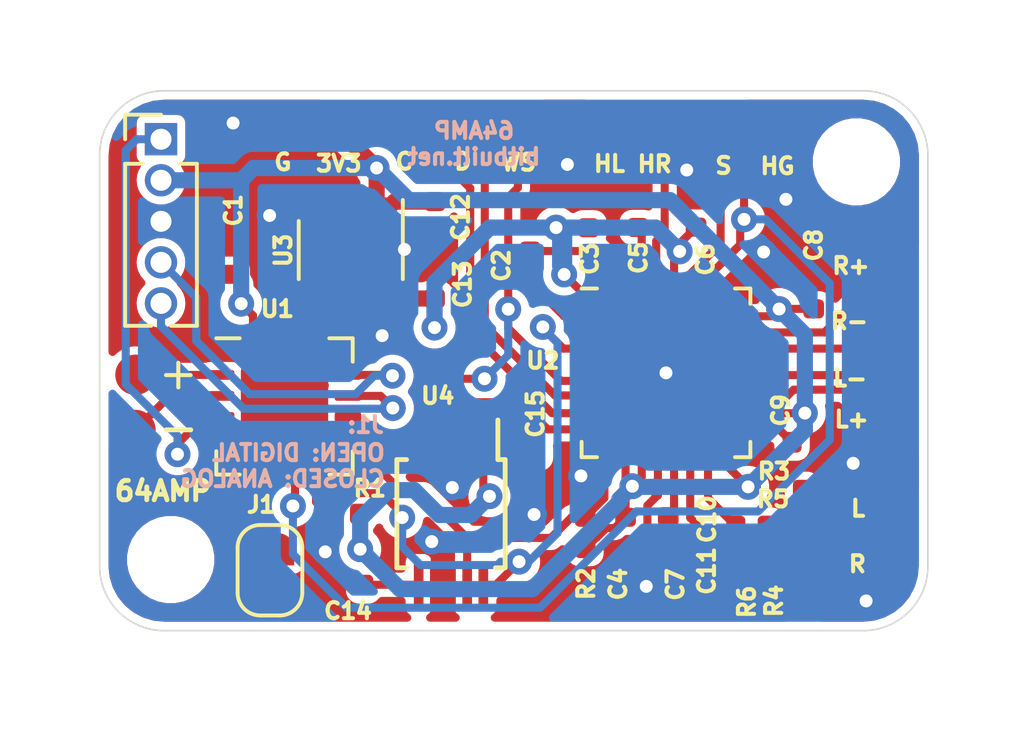
<source format=kicad_pcb>
(kicad_pcb (version 20171130) (host pcbnew "(5.1.4)-1")

  (general
    (thickness 1.6)
    (drawings 33)
    (tracks 414)
    (zones 0)
    (modules 46)
    (nets 42)
  )

  (page A4)
  (layers
    (0 F.Cu signal)
    (31 B.Cu signal)
    (32 B.Adhes user)
    (33 F.Adhes user)
    (34 B.Paste user)
    (35 F.Paste user)
    (36 B.SilkS user)
    (37 F.SilkS user)
    (38 B.Mask user)
    (39 F.Mask user)
    (40 Dwgs.User user)
    (41 Cmts.User user)
    (42 Eco1.User user)
    (43 Eco2.User user)
    (44 Edge.Cuts user)
    (45 Margin user)
    (46 B.CrtYd user)
    (47 F.CrtYd user)
    (48 B.Fab user)
    (49 F.Fab user)
  )

  (setup
    (last_trace_width 0.25)
    (user_trace_width 0.5)
    (trace_clearance 0.2)
    (zone_clearance 0.4)
    (zone_45_only no)
    (trace_min 0.2)
    (via_size 0.8)
    (via_drill 0.4)
    (via_min_size 0.4)
    (via_min_drill 0.3)
    (uvia_size 0.3)
    (uvia_drill 0.1)
    (uvias_allowed no)
    (uvia_min_size 0.2)
    (uvia_min_drill 0.1)
    (edge_width 0.05)
    (segment_width 0.2)
    (pcb_text_width 0.3)
    (pcb_text_size 1.5 1.5)
    (mod_edge_width 0.12)
    (mod_text_size 1 1)
    (mod_text_width 0.15)
    (pad_size 1.524 1.524)
    (pad_drill 0.762)
    (pad_to_mask_clearance 0.051)
    (solder_mask_min_width 0.07)
    (aux_axis_origin 0 0)
    (visible_elements 7FFDFFFF)
    (pcbplotparams
      (layerselection 0x010fc_ffffffff)
      (usegerberextensions false)
      (usegerberattributes false)
      (usegerberadvancedattributes false)
      (creategerberjobfile false)
      (excludeedgelayer true)
      (linewidth 0.100000)
      (plotframeref false)
      (viasonmask false)
      (mode 1)
      (useauxorigin false)
      (hpglpennumber 1)
      (hpglpenspeed 20)
      (hpglpendiameter 15.000000)
      (psnegative false)
      (psa4output false)
      (plotreference true)
      (plotvalue true)
      (plotinvisibletext false)
      (padsonsilk false)
      (subtractmaskfromsilk false)
      (outputformat 1)
      (mirror false)
      (drillshape 0)
      (scaleselection 1)
      (outputdirectory "64AMP GERBERS/"))
  )

  (net 0 "")
  (net 1 GND)
  (net 2 +3V3)
  (net 3 "Net-(C2-Pad1)")
  (net 4 "Net-(C2-Pad2)")
  (net 5 +2V5)
  (net 6 "Net-(C5-Pad2)")
  (net 7 "Net-(C7-Pad1)")
  (net 8 "Net-(C9-Pad2)")
  (net 9 "Net-(C10-Pad2)")
  (net 10 "Net-(C10-Pad1)")
  (net 11 "Net-(C11-Pad1)")
  (net 12 "Net-(C11-Pad2)")
  (net 13 dat0)
  (net 14 dat1)
  (net 15 MCLR)
  (net 16 "Net-(J3-Pad4)")
  (net 17 "Net-(J3-Pad5)")
  (net 18 SDA)
  (net 19 SCL)
  (net 20 "Net-(R5-Pad1)")
  (net 21 "Net-(R6-Pad1)")
  (net 22 vol+)
  (net 23 vol-)
  (net 24 "Net-(TP6-Pad1)")
  (net 25 "Net-(TP7-Pad1)")
  (net 26 "Net-(TP10-Pad1)")
  (net 27 "Net-(TP11-Pad1)")
  (net 28 "Net-(TP12-Pad1)")
  (net 29 "Net-(TP13-Pad1)")
  (net 30 "Net-(U1-Pad4)")
  (net 31 "Net-(U1-Pad10)")
  (net 32 "Net-(U1-Pad14)")
  (net 33 "Net-(U1-Pad15)")
  (net 34 "Net-(U3-Pad4)")
  (net 35 HPL)
  (net 36 HPR)
  (net 37 HPS)
  (net 38 "Net-(C14-Pad1)")
  (net 39 WS)
  (net 40 MCLK)
  (net 41 "Net-(U4-Pad4)")

  (net_class Default "This is the default net class."
    (clearance 0.2)
    (trace_width 0.25)
    (via_dia 0.8)
    (via_drill 0.4)
    (uvia_dia 0.3)
    (uvia_drill 0.1)
    (add_net +2V5)
    (add_net +3V3)
    (add_net GND)
    (add_net HPL)
    (add_net HPR)
    (add_net HPS)
    (add_net MCLK)
    (add_net MCLR)
    (add_net "Net-(C10-Pad1)")
    (add_net "Net-(C10-Pad2)")
    (add_net "Net-(C11-Pad1)")
    (add_net "Net-(C11-Pad2)")
    (add_net "Net-(C14-Pad1)")
    (add_net "Net-(C2-Pad1)")
    (add_net "Net-(C2-Pad2)")
    (add_net "Net-(C5-Pad2)")
    (add_net "Net-(C7-Pad1)")
    (add_net "Net-(C9-Pad2)")
    (add_net "Net-(J3-Pad4)")
    (add_net "Net-(J3-Pad5)")
    (add_net "Net-(R5-Pad1)")
    (add_net "Net-(R6-Pad1)")
    (add_net "Net-(TP10-Pad1)")
    (add_net "Net-(TP11-Pad1)")
    (add_net "Net-(TP12-Pad1)")
    (add_net "Net-(TP13-Pad1)")
    (add_net "Net-(TP6-Pad1)")
    (add_net "Net-(TP7-Pad1)")
    (add_net "Net-(U1-Pad10)")
    (add_net "Net-(U1-Pad14)")
    (add_net "Net-(U1-Pad15)")
    (add_net "Net-(U1-Pad4)")
    (add_net "Net-(U3-Pad4)")
    (add_net "Net-(U4-Pad4)")
    (add_net SCL)
    (add_net SDA)
    (add_net WS)
    (add_net dat0)
    (add_net dat1)
    (add_net vol+)
    (add_net vol-)
  )

  (net_class power ""
    (clearance 0.2)
    (trace_width 0.5)
    (via_dia 0.8)
    (via_drill 0.4)
    (uvia_dia 0.3)
    (uvia_drill 0.1)
  )

  (module MountingHole:MountingHole_2.2mm_M2 (layer F.Cu) (tedit 56D1B4CB) (tstamp 5FADC9E3)
    (at 111.73 83.33)
    (descr "Mounting Hole 2.2mm, no annular, M2")
    (tags "mounting hole 2.2mm no annular m2")
    (attr virtual)
    (fp_text reference REF** (at 0 -3.2) (layer F.SilkS) hide
      (effects (font (size 1 1) (thickness 0.15)))
    )
    (fp_text value MountingHole_2.2mm_M2 (at 0 3.2) (layer F.Fab)
      (effects (font (size 1 1) (thickness 0.15)))
    )
    (fp_circle (center 0 0) (end 2.45 0) (layer F.CrtYd) (width 0.05))
    (fp_circle (center 0 0) (end 2.2 0) (layer Cmts.User) (width 0.15))
    (fp_text user %R (at 0.3 0) (layer F.Fab)
      (effects (font (size 1 1) (thickness 0.15)))
    )
    (pad 1 np_thru_hole circle (at 0 0) (size 2.2 2.2) (drill 2.2) (layers *.Cu *.Mask))
  )

  (module MountingHole:MountingHole_2.2mm_M2 (layer F.Cu) (tedit 56D1B4CB) (tstamp 5FADBF6B)
    (at 132.94 71.02)
    (descr "Mounting Hole 2.2mm, no annular, M2")
    (tags "mounting hole 2.2mm no annular m2")
    (attr virtual)
    (fp_text reference REF** (at 0 -3.2) (layer F.SilkS) hide
      (effects (font (size 1 1) (thickness 0.15)))
    )
    (fp_text value MountingHole_2.2mm_M2 (at 0 3.2) (layer F.Fab)
      (effects (font (size 1 1) (thickness 0.15)))
    )
    (fp_circle (center 0 0) (end 2.45 0) (layer F.CrtYd) (width 0.05))
    (fp_circle (center 0 0) (end 2.2 0) (layer Cmts.User) (width 0.15))
    (fp_text user %R (at 0.3 0) (layer F.Fab)
      (effects (font (size 1 1) (thickness 0.15)))
    )
    (pad 1 np_thru_hole circle (at 0 0) (size 2.2 2.2) (drill 2.2) (layers *.Cu *.Mask))
  )

  (module .pretty:C_0402_smalltext (layer F.Cu) (tedit 5F208DD2) (tstamp 5FAD9C36)
    (at 113.61 74.015 270)
    (descr "Capacitor SMD 0402 (1005 Metric), square (rectangular) end terminal, IPC_7351 nominal, (Body size source: http://www.tortai-tech.com/upload/download/2011102023233369053.pdf), generated with kicad-footprint-generator")
    (tags capacitor)
    (path /5D98A4E6)
    (attr smd)
    (fp_text reference C1 (at -1.495 -0.06 90) (layer F.SilkS)
      (effects (font (size 0.5 0.5) (thickness 0.125)))
    )
    (fp_text value C (at 0 0.6 90) (layer F.Fab)
      (effects (font (size 0.1 0.1) (thickness 0.025)))
    )
    (fp_line (start -0.5 0.25) (end -0.5 -0.25) (layer F.Fab) (width 0.1))
    (fp_line (start -0.5 -0.25) (end 0.5 -0.25) (layer F.Fab) (width 0.1))
    (fp_line (start 0.5 -0.25) (end 0.5 0.25) (layer F.Fab) (width 0.1))
    (fp_line (start 0.5 0.25) (end -0.5 0.25) (layer F.Fab) (width 0.1))
    (fp_line (start -0.93 0.47) (end -0.93 -0.47) (layer F.CrtYd) (width 0.05))
    (fp_line (start -0.93 -0.47) (end 0.93 -0.47) (layer F.CrtYd) (width 0.05))
    (fp_line (start 0.93 -0.47) (end 0.93 0.47) (layer F.CrtYd) (width 0.05))
    (fp_line (start 0.93 0.47) (end -0.93 0.47) (layer F.CrtYd) (width 0.05))
    (fp_text user %R (at 0 0 90) (layer F.Fab)
      (effects (font (size 0.25 0.25) (thickness 0.04)))
    )
    (pad 1 smd roundrect (at -0.485 0 270) (size 0.59 0.64) (layers F.Cu F.Paste F.Mask) (roundrect_rratio 0.25)
      (net 1 GND))
    (pad 2 smd roundrect (at 0.485 0 270) (size 0.59 0.64) (layers F.Cu F.Paste F.Mask) (roundrect_rratio 0.25)
      (net 2 +3V3))
    (model ${KISYS3DMOD}/Capacitor_SMD.3dshapes/C_0402_1005Metric.wrl
      (at (xyz 0 0 0))
      (scale (xyz 1 1 1))
      (rotate (xyz 0 0 0))
    )
  )

  (module .pretty:C_0402_smalltext (layer F.Cu) (tedit 5F208DD2) (tstamp 5FADD214)
    (at 122.85 74.265 270)
    (descr "Capacitor SMD 0402 (1005 Metric), square (rectangular) end terminal, IPC_7351 nominal, (Body size source: http://www.tortai-tech.com/upload/download/2011102023233369053.pdf), generated with kicad-footprint-generator")
    (tags capacitor)
    (path /5D95ADC3)
    (attr smd)
    (fp_text reference C2 (at -0.035 0.89 90) (layer F.SilkS)
      (effects (font (size 0.5 0.5) (thickness 0.125)))
    )
    (fp_text value C (at 0 0.6 90) (layer F.Fab)
      (effects (font (size 0.1 0.1) (thickness 0.025)))
    )
    (fp_line (start -0.5 0.25) (end -0.5 -0.25) (layer F.Fab) (width 0.1))
    (fp_line (start -0.5 -0.25) (end 0.5 -0.25) (layer F.Fab) (width 0.1))
    (fp_line (start 0.5 -0.25) (end 0.5 0.25) (layer F.Fab) (width 0.1))
    (fp_line (start 0.5 0.25) (end -0.5 0.25) (layer F.Fab) (width 0.1))
    (fp_line (start -0.93 0.47) (end -0.93 -0.47) (layer F.CrtYd) (width 0.05))
    (fp_line (start -0.93 -0.47) (end 0.93 -0.47) (layer F.CrtYd) (width 0.05))
    (fp_line (start 0.93 -0.47) (end 0.93 0.47) (layer F.CrtYd) (width 0.05))
    (fp_line (start 0.93 0.47) (end -0.93 0.47) (layer F.CrtYd) (width 0.05))
    (fp_text user %R (at 0 0 90) (layer F.Fab)
      (effects (font (size 0.25 0.25) (thickness 0.04)))
    )
    (pad 1 smd roundrect (at -0.485 0 270) (size 0.59 0.64) (layers F.Cu F.Paste F.Mask) (roundrect_rratio 0.25)
      (net 3 "Net-(C2-Pad1)"))
    (pad 2 smd roundrect (at 0.485 0 270) (size 0.59 0.64) (layers F.Cu F.Paste F.Mask) (roundrect_rratio 0.25)
      (net 4 "Net-(C2-Pad2)"))
    (model ${KISYS3DMOD}/Capacitor_SMD.3dshapes/C_0402_1005Metric.wrl
      (at (xyz 0 0 0))
      (scale (xyz 1 1 1))
      (rotate (xyz 0 0 0))
    )
  )

  (module .pretty:C_0402_smalltext (layer F.Cu) (tedit 5F208DD2) (tstamp 5FAD9C54)
    (at 124.65 72.575 270)
    (descr "Capacitor SMD 0402 (1005 Metric), square (rectangular) end terminal, IPC_7351 nominal, (Body size source: http://www.tortai-tech.com/upload/download/2011102023233369053.pdf), generated with kicad-footprint-generator")
    (tags capacitor)
    (path /5D95D0AD)
    (attr smd)
    (fp_text reference C3 (at 1.445 -0.04 90) (layer F.SilkS)
      (effects (font (size 0.5 0.5) (thickness 0.125)))
    )
    (fp_text value C (at 0 0.6 90) (layer F.Fab)
      (effects (font (size 0.1 0.1) (thickness 0.025)))
    )
    (fp_text user %R (at 0 0 90) (layer F.Fab)
      (effects (font (size 0.25 0.25) (thickness 0.04)))
    )
    (fp_line (start 0.93 0.47) (end -0.93 0.47) (layer F.CrtYd) (width 0.05))
    (fp_line (start 0.93 -0.47) (end 0.93 0.47) (layer F.CrtYd) (width 0.05))
    (fp_line (start -0.93 -0.47) (end 0.93 -0.47) (layer F.CrtYd) (width 0.05))
    (fp_line (start -0.93 0.47) (end -0.93 -0.47) (layer F.CrtYd) (width 0.05))
    (fp_line (start 0.5 0.25) (end -0.5 0.25) (layer F.Fab) (width 0.1))
    (fp_line (start 0.5 -0.25) (end 0.5 0.25) (layer F.Fab) (width 0.1))
    (fp_line (start -0.5 -0.25) (end 0.5 -0.25) (layer F.Fab) (width 0.1))
    (fp_line (start -0.5 0.25) (end -0.5 -0.25) (layer F.Fab) (width 0.1))
    (pad 2 smd roundrect (at 0.485 0 270) (size 0.59 0.64) (layers F.Cu F.Paste F.Mask) (roundrect_rratio 0.25)
      (net 5 +2V5))
    (pad 1 smd roundrect (at -0.485 0 270) (size 0.59 0.64) (layers F.Cu F.Paste F.Mask) (roundrect_rratio 0.25)
      (net 1 GND))
    (model ${KISYS3DMOD}/Capacitor_SMD.3dshapes/C_0402_1005Metric.wrl
      (at (xyz 0 0 0))
      (scale (xyz 1 1 1))
      (rotate (xyz 0 0 0))
    )
  )

  (module .pretty:C_0402_smalltext (layer F.Cu) (tedit 5F208DD2) (tstamp 5FAD9C63)
    (at 125.8 82.505 270)
    (descr "Capacitor SMD 0402 (1005 Metric), square (rectangular) end terminal, IPC_7351 nominal, (Body size source: http://www.tortai-tech.com/upload/download/2011102023233369053.pdf), generated with kicad-footprint-generator")
    (tags capacitor)
    (path /5D958C09)
    (attr smd)
    (fp_text reference C4 (at 1.585 0.23 90) (layer F.SilkS)
      (effects (font (size 0.5 0.5) (thickness 0.125)))
    )
    (fp_text value C (at 0 0.6 90) (layer F.Fab)
      (effects (font (size 0.1 0.1) (thickness 0.025)))
    )
    (fp_line (start -0.5 0.25) (end -0.5 -0.25) (layer F.Fab) (width 0.1))
    (fp_line (start -0.5 -0.25) (end 0.5 -0.25) (layer F.Fab) (width 0.1))
    (fp_line (start 0.5 -0.25) (end 0.5 0.25) (layer F.Fab) (width 0.1))
    (fp_line (start 0.5 0.25) (end -0.5 0.25) (layer F.Fab) (width 0.1))
    (fp_line (start -0.93 0.47) (end -0.93 -0.47) (layer F.CrtYd) (width 0.05))
    (fp_line (start -0.93 -0.47) (end 0.93 -0.47) (layer F.CrtYd) (width 0.05))
    (fp_line (start 0.93 -0.47) (end 0.93 0.47) (layer F.CrtYd) (width 0.05))
    (fp_line (start 0.93 0.47) (end -0.93 0.47) (layer F.CrtYd) (width 0.05))
    (fp_text user %R (at 0 0 90) (layer F.Fab)
      (effects (font (size 0.25 0.25) (thickness 0.04)))
    )
    (pad 1 smd roundrect (at -0.485 0 270) (size 0.59 0.64) (layers F.Cu F.Paste F.Mask) (roundrect_rratio 0.25)
      (net 2 +3V3))
    (pad 2 smd roundrect (at 0.485 0 270) (size 0.59 0.64) (layers F.Cu F.Paste F.Mask) (roundrect_rratio 0.25)
      (net 1 GND))
    (model ${KISYS3DMOD}/Capacitor_SMD.3dshapes/C_0402_1005Metric.wrl
      (at (xyz 0 0 0))
      (scale (xyz 1 1 1))
      (rotate (xyz 0 0 0))
    )
  )

  (module .pretty:C_0402_smalltext (layer F.Cu) (tedit 5F208DD2) (tstamp 5FAD9C72)
    (at 126.18 72.565 270)
    (descr "Capacitor SMD 0402 (1005 Metric), square (rectangular) end terminal, IPC_7351 nominal, (Body size source: http://www.tortai-tech.com/upload/download/2011102023233369053.pdf), generated with kicad-footprint-generator")
    (tags capacitor)
    (path /5D95C04F)
    (attr smd)
    (fp_text reference C5 (at 1.425 -0.02 90) (layer F.SilkS)
      (effects (font (size 0.5 0.5) (thickness 0.125)))
    )
    (fp_text value C (at 0 0.6 90) (layer F.Fab)
      (effects (font (size 0.1 0.1) (thickness 0.025)))
    )
    (fp_text user %R (at 0 0 90) (layer F.Fab)
      (effects (font (size 0.25 0.25) (thickness 0.04)))
    )
    (fp_line (start 0.93 0.47) (end -0.93 0.47) (layer F.CrtYd) (width 0.05))
    (fp_line (start 0.93 -0.47) (end 0.93 0.47) (layer F.CrtYd) (width 0.05))
    (fp_line (start -0.93 -0.47) (end 0.93 -0.47) (layer F.CrtYd) (width 0.05))
    (fp_line (start -0.93 0.47) (end -0.93 -0.47) (layer F.CrtYd) (width 0.05))
    (fp_line (start 0.5 0.25) (end -0.5 0.25) (layer F.Fab) (width 0.1))
    (fp_line (start 0.5 -0.25) (end 0.5 0.25) (layer F.Fab) (width 0.1))
    (fp_line (start -0.5 -0.25) (end 0.5 -0.25) (layer F.Fab) (width 0.1))
    (fp_line (start -0.5 0.25) (end -0.5 -0.25) (layer F.Fab) (width 0.1))
    (pad 2 smd roundrect (at 0.485 0 270) (size 0.59 0.64) (layers F.Cu F.Paste F.Mask) (roundrect_rratio 0.25)
      (net 6 "Net-(C5-Pad2)"))
    (pad 1 smd roundrect (at -0.485 0 270) (size 0.59 0.64) (layers F.Cu F.Paste F.Mask) (roundrect_rratio 0.25)
      (net 1 GND))
    (model ${KISYS3DMOD}/Capacitor_SMD.3dshapes/C_0402_1005Metric.wrl
      (at (xyz 0 0 0))
      (scale (xyz 1 1 1))
      (rotate (xyz 0 0 0))
    )
  )

  (module .pretty:C_0402_smalltext (layer F.Cu) (tedit 5F208DD2) (tstamp 5FAD9C81)
    (at 127.98 72.555 270)
    (descr "Capacitor SMD 0402 (1005 Metric), square (rectangular) end terminal, IPC_7351 nominal, (Body size source: http://www.tortai-tech.com/upload/download/2011102023233369053.pdf), generated with kicad-footprint-generator")
    (tags capacitor)
    (path /5D95C921)
    (attr smd)
    (fp_text reference C6 (at 1.485 -0.29 90) (layer F.SilkS)
      (effects (font (size 0.5 0.5) (thickness 0.125)))
    )
    (fp_text value C (at 0 0.6 90) (layer F.Fab)
      (effects (font (size 0.1 0.1) (thickness 0.025)))
    )
    (fp_line (start -0.5 0.25) (end -0.5 -0.25) (layer F.Fab) (width 0.1))
    (fp_line (start -0.5 -0.25) (end 0.5 -0.25) (layer F.Fab) (width 0.1))
    (fp_line (start 0.5 -0.25) (end 0.5 0.25) (layer F.Fab) (width 0.1))
    (fp_line (start 0.5 0.25) (end -0.5 0.25) (layer F.Fab) (width 0.1))
    (fp_line (start -0.93 0.47) (end -0.93 -0.47) (layer F.CrtYd) (width 0.05))
    (fp_line (start -0.93 -0.47) (end 0.93 -0.47) (layer F.CrtYd) (width 0.05))
    (fp_line (start 0.93 -0.47) (end 0.93 0.47) (layer F.CrtYd) (width 0.05))
    (fp_line (start 0.93 0.47) (end -0.93 0.47) (layer F.CrtYd) (width 0.05))
    (fp_text user %R (at 0 0 90) (layer F.Fab)
      (effects (font (size 0.25 0.25) (thickness 0.04)))
    )
    (pad 1 smd roundrect (at -0.485 0 270) (size 0.59 0.64) (layers F.Cu F.Paste F.Mask) (roundrect_rratio 0.25)
      (net 1 GND))
    (pad 2 smd roundrect (at 0.485 0 270) (size 0.59 0.64) (layers F.Cu F.Paste F.Mask) (roundrect_rratio 0.25)
      (net 5 +2V5))
    (model ${KISYS3DMOD}/Capacitor_SMD.3dshapes/C_0402_1005Metric.wrl
      (at (xyz 0 0 0))
      (scale (xyz 1 1 1))
      (rotate (xyz 0 0 0))
    )
  )

  (module .pretty:C_0402_smalltext (layer F.Cu) (tedit 5F208DD2) (tstamp 5FAD9C90)
    (at 127.12 82.485 270)
    (descr "Capacitor SMD 0402 (1005 Metric), square (rectangular) end terminal, IPC_7351 nominal, (Body size source: http://www.tortai-tech.com/upload/download/2011102023233369053.pdf), generated with kicad-footprint-generator")
    (tags capacitor)
    (path /5D959D72)
    (attr smd)
    (fp_text reference C7 (at 1.615 -0.22 90) (layer F.SilkS)
      (effects (font (size 0.5 0.5) (thickness 0.125)))
    )
    (fp_text value C (at 0 0.6 90) (layer F.Fab)
      (effects (font (size 0.1 0.1) (thickness 0.025)))
    )
    (fp_text user %R (at 0 0 90) (layer F.Fab)
      (effects (font (size 0.25 0.25) (thickness 0.04)))
    )
    (fp_line (start 0.93 0.47) (end -0.93 0.47) (layer F.CrtYd) (width 0.05))
    (fp_line (start 0.93 -0.47) (end 0.93 0.47) (layer F.CrtYd) (width 0.05))
    (fp_line (start -0.93 -0.47) (end 0.93 -0.47) (layer F.CrtYd) (width 0.05))
    (fp_line (start -0.93 0.47) (end -0.93 -0.47) (layer F.CrtYd) (width 0.05))
    (fp_line (start 0.5 0.25) (end -0.5 0.25) (layer F.Fab) (width 0.1))
    (fp_line (start 0.5 -0.25) (end 0.5 0.25) (layer F.Fab) (width 0.1))
    (fp_line (start -0.5 -0.25) (end 0.5 -0.25) (layer F.Fab) (width 0.1))
    (fp_line (start -0.5 0.25) (end -0.5 -0.25) (layer F.Fab) (width 0.1))
    (pad 2 smd roundrect (at 0.485 0 270) (size 0.59 0.64) (layers F.Cu F.Paste F.Mask) (roundrect_rratio 0.25)
      (net 1 GND))
    (pad 1 smd roundrect (at -0.485 0 270) (size 0.59 0.64) (layers F.Cu F.Paste F.Mask) (roundrect_rratio 0.25)
      (net 7 "Net-(C7-Pad1)"))
    (model ${KISYS3DMOD}/Capacitor_SMD.3dshapes/C_0402_1005Metric.wrl
      (at (xyz 0 0 0))
      (scale (xyz 1 1 1))
      (rotate (xyz 0 0 0))
    )
  )

  (module .pretty:C_0402_smalltext (layer F.Cu) (tedit 5F208DD2) (tstamp 5FAD9C9F)
    (at 131.62 75.085 270)
    (descr "Capacitor SMD 0402 (1005 Metric), square (rectangular) end terminal, IPC_7351 nominal, (Body size source: http://www.tortai-tech.com/upload/download/2011102023233369053.pdf), generated with kicad-footprint-generator")
    (tags capacitor)
    (path /5D9660F3)
    (attr smd)
    (fp_text reference C8 (at -1.485 0 90) (layer F.SilkS)
      (effects (font (size 0.5 0.5) (thickness 0.125)))
    )
    (fp_text value C (at 0 0.6 90) (layer F.Fab)
      (effects (font (size 0.1 0.1) (thickness 0.025)))
    )
    (fp_line (start -0.5 0.25) (end -0.5 -0.25) (layer F.Fab) (width 0.1))
    (fp_line (start -0.5 -0.25) (end 0.5 -0.25) (layer F.Fab) (width 0.1))
    (fp_line (start 0.5 -0.25) (end 0.5 0.25) (layer F.Fab) (width 0.1))
    (fp_line (start 0.5 0.25) (end -0.5 0.25) (layer F.Fab) (width 0.1))
    (fp_line (start -0.93 0.47) (end -0.93 -0.47) (layer F.CrtYd) (width 0.05))
    (fp_line (start -0.93 -0.47) (end 0.93 -0.47) (layer F.CrtYd) (width 0.05))
    (fp_line (start 0.93 -0.47) (end 0.93 0.47) (layer F.CrtYd) (width 0.05))
    (fp_line (start 0.93 0.47) (end -0.93 0.47) (layer F.CrtYd) (width 0.05))
    (fp_text user %R (at 0 0 90) (layer F.Fab)
      (effects (font (size 0.25 0.25) (thickness 0.04)))
    )
    (pad 1 smd roundrect (at -0.485 0 270) (size 0.59 0.64) (layers F.Cu F.Paste F.Mask) (roundrect_rratio 0.25)
      (net 1 GND))
    (pad 2 smd roundrect (at 0.485 0 270) (size 0.59 0.64) (layers F.Cu F.Paste F.Mask) (roundrect_rratio 0.25)
      (net 2 +3V3))
    (model ${KISYS3DMOD}/Capacitor_SMD.3dshapes/C_0402_1005Metric.wrl
      (at (xyz 0 0 0))
      (scale (xyz 1 1 1))
      (rotate (xyz 0 0 0))
    )
  )

  (module .pretty:C_0402_smalltext (layer F.Cu) (tedit 5F208DD2) (tstamp 5FAD9CAE)
    (at 131.435 79.7 180)
    (descr "Capacitor SMD 0402 (1005 Metric), square (rectangular) end terminal, IPC_7351 nominal, (Body size source: http://www.tortai-tech.com/upload/download/2011102023233369053.pdf), generated with kicad-footprint-generator")
    (tags capacitor)
    (path /5D968ADC)
    (attr smd)
    (fp_text reference C9 (at 0.835 0.99 90) (layer F.SilkS)
      (effects (font (size 0.5 0.5) (thickness 0.125)))
    )
    (fp_text value C (at 0 0.6) (layer F.Fab)
      (effects (font (size 0.1 0.1) (thickness 0.025)))
    )
    (fp_text user %R (at 0 0) (layer F.Fab)
      (effects (font (size 0.25 0.25) (thickness 0.04)))
    )
    (fp_line (start 0.93 0.47) (end -0.93 0.47) (layer F.CrtYd) (width 0.05))
    (fp_line (start 0.93 -0.47) (end 0.93 0.47) (layer F.CrtYd) (width 0.05))
    (fp_line (start -0.93 -0.47) (end 0.93 -0.47) (layer F.CrtYd) (width 0.05))
    (fp_line (start -0.93 0.47) (end -0.93 -0.47) (layer F.CrtYd) (width 0.05))
    (fp_line (start 0.5 0.25) (end -0.5 0.25) (layer F.Fab) (width 0.1))
    (fp_line (start 0.5 -0.25) (end 0.5 0.25) (layer F.Fab) (width 0.1))
    (fp_line (start -0.5 -0.25) (end 0.5 -0.25) (layer F.Fab) (width 0.1))
    (fp_line (start -0.5 0.25) (end -0.5 -0.25) (layer F.Fab) (width 0.1))
    (pad 2 smd roundrect (at 0.485 0 180) (size 0.59 0.64) (layers F.Cu F.Paste F.Mask) (roundrect_rratio 0.25)
      (net 8 "Net-(C9-Pad2)"))
    (pad 1 smd roundrect (at -0.485 0 180) (size 0.59 0.64) (layers F.Cu F.Paste F.Mask) (roundrect_rratio 0.25)
      (net 1 GND))
    (model ${KISYS3DMOD}/Capacitor_SMD.3dshapes/C_0402_1005Metric.wrl
      (at (xyz 0 0 0))
      (scale (xyz 1 1 1))
      (rotate (xyz 0 0 0))
    )
  )

  (module .pretty:C_0402_smalltext (layer F.Cu) (tedit 5F208DD2) (tstamp 5FAD9CBD)
    (at 129.695 82.29 180)
    (descr "Capacitor SMD 0402 (1005 Metric), square (rectangular) end terminal, IPC_7351 nominal, (Body size source: http://www.tortai-tech.com/upload/download/2011102023233369053.pdf), generated with kicad-footprint-generator")
    (tags capacitor)
    (path /5D97BB8F)
    (attr smd)
    (fp_text reference C10 (at 1.375 0.21 90) (layer F.SilkS)
      (effects (font (size 0.5 0.5) (thickness 0.125)))
    )
    (fp_text value C (at 0 0.6) (layer F.Fab)
      (effects (font (size 0.1 0.1) (thickness 0.025)))
    )
    (fp_text user %R (at 0 0) (layer F.Fab)
      (effects (font (size 0.25 0.25) (thickness 0.04)))
    )
    (fp_line (start 0.93 0.47) (end -0.93 0.47) (layer F.CrtYd) (width 0.05))
    (fp_line (start 0.93 -0.47) (end 0.93 0.47) (layer F.CrtYd) (width 0.05))
    (fp_line (start -0.93 -0.47) (end 0.93 -0.47) (layer F.CrtYd) (width 0.05))
    (fp_line (start -0.93 0.47) (end -0.93 -0.47) (layer F.CrtYd) (width 0.05))
    (fp_line (start 0.5 0.25) (end -0.5 0.25) (layer F.Fab) (width 0.1))
    (fp_line (start 0.5 -0.25) (end 0.5 0.25) (layer F.Fab) (width 0.1))
    (fp_line (start -0.5 -0.25) (end 0.5 -0.25) (layer F.Fab) (width 0.1))
    (fp_line (start -0.5 0.25) (end -0.5 -0.25) (layer F.Fab) (width 0.1))
    (pad 2 smd roundrect (at 0.485 0 180) (size 0.59 0.64) (layers F.Cu F.Paste F.Mask) (roundrect_rratio 0.25)
      (net 9 "Net-(C10-Pad2)"))
    (pad 1 smd roundrect (at -0.485 0 180) (size 0.59 0.64) (layers F.Cu F.Paste F.Mask) (roundrect_rratio 0.25)
      (net 10 "Net-(C10-Pad1)"))
    (model ${KISYS3DMOD}/Capacitor_SMD.3dshapes/C_0402_1005Metric.wrl
      (at (xyz 0 0 0))
      (scale (xyz 1 1 1))
      (rotate (xyz 0 0 0))
    )
  )

  (module .pretty:C_0402_smalltext (layer F.Cu) (tedit 5F208DD2) (tstamp 5FAD9CCC)
    (at 129.725 83.48 180)
    (descr "Capacitor SMD 0402 (1005 Metric), square (rectangular) end terminal, IPC_7351 nominal, (Body size source: http://www.tortai-tech.com/upload/download/2011102023233369053.pdf), generated with kicad-footprint-generator")
    (tags capacitor)
    (path /5D97C6BC)
    (attr smd)
    (fp_text reference C11 (at 1.415 -0.2 90) (layer F.SilkS)
      (effects (font (size 0.5 0.5) (thickness 0.125)))
    )
    (fp_text value C (at 0 0.6) (layer F.Fab)
      (effects (font (size 0.1 0.1) (thickness 0.025)))
    )
    (fp_line (start -0.5 0.25) (end -0.5 -0.25) (layer F.Fab) (width 0.1))
    (fp_line (start -0.5 -0.25) (end 0.5 -0.25) (layer F.Fab) (width 0.1))
    (fp_line (start 0.5 -0.25) (end 0.5 0.25) (layer F.Fab) (width 0.1))
    (fp_line (start 0.5 0.25) (end -0.5 0.25) (layer F.Fab) (width 0.1))
    (fp_line (start -0.93 0.47) (end -0.93 -0.47) (layer F.CrtYd) (width 0.05))
    (fp_line (start -0.93 -0.47) (end 0.93 -0.47) (layer F.CrtYd) (width 0.05))
    (fp_line (start 0.93 -0.47) (end 0.93 0.47) (layer F.CrtYd) (width 0.05))
    (fp_line (start 0.93 0.47) (end -0.93 0.47) (layer F.CrtYd) (width 0.05))
    (fp_text user %R (at 0 0) (layer F.Fab)
      (effects (font (size 0.25 0.25) (thickness 0.04)))
    )
    (pad 1 smd roundrect (at -0.485 0 180) (size 0.59 0.64) (layers F.Cu F.Paste F.Mask) (roundrect_rratio 0.25)
      (net 11 "Net-(C11-Pad1)"))
    (pad 2 smd roundrect (at 0.485 0 180) (size 0.59 0.64) (layers F.Cu F.Paste F.Mask) (roundrect_rratio 0.25)
      (net 12 "Net-(C11-Pad2)"))
    (model ${KISYS3DMOD}/Capacitor_SMD.3dshapes/C_0402_1005Metric.wrl
      (at (xyz 0 0 0))
      (scale (xyz 1 1 1))
      (rotate (xyz 0 0 0))
    )
  )

  (module .pretty:C_0402_smalltext (layer F.Cu) (tedit 5F208DD2) (tstamp 5FAD9CDB)
    (at 119.9 72.735 270)
    (descr "Capacitor SMD 0402 (1005 Metric), square (rectangular) end terminal, IPC_7351 nominal, (Body size source: http://www.tortai-tech.com/upload/download/2011102023233369053.pdf), generated with kicad-footprint-generator")
    (tags capacitor)
    (path /5D96B3DC)
    (attr smd)
    (fp_text reference C12 (at 0 -0.8 90) (layer F.SilkS)
      (effects (font (size 0.5 0.5) (thickness 0.125)))
    )
    (fp_text value C (at 0 0.6 90) (layer F.Fab)
      (effects (font (size 0.1 0.1) (thickness 0.025)))
    )
    (fp_text user %R (at 0 0 90) (layer F.Fab)
      (effects (font (size 0.25 0.25) (thickness 0.04)))
    )
    (fp_line (start 0.93 0.47) (end -0.93 0.47) (layer F.CrtYd) (width 0.05))
    (fp_line (start 0.93 -0.47) (end 0.93 0.47) (layer F.CrtYd) (width 0.05))
    (fp_line (start -0.93 -0.47) (end 0.93 -0.47) (layer F.CrtYd) (width 0.05))
    (fp_line (start -0.93 0.47) (end -0.93 -0.47) (layer F.CrtYd) (width 0.05))
    (fp_line (start 0.5 0.25) (end -0.5 0.25) (layer F.Fab) (width 0.1))
    (fp_line (start 0.5 -0.25) (end 0.5 0.25) (layer F.Fab) (width 0.1))
    (fp_line (start -0.5 -0.25) (end 0.5 -0.25) (layer F.Fab) (width 0.1))
    (fp_line (start -0.5 0.25) (end -0.5 -0.25) (layer F.Fab) (width 0.1))
    (pad 2 smd roundrect (at 0.485 0 270) (size 0.59 0.64) (layers F.Cu F.Paste F.Mask) (roundrect_rratio 0.25)
      (net 1 GND))
    (pad 1 smd roundrect (at -0.485 0 270) (size 0.59 0.64) (layers F.Cu F.Paste F.Mask) (roundrect_rratio 0.25)
      (net 2 +3V3))
    (model ${KISYS3DMOD}/Capacitor_SMD.3dshapes/C_0402_1005Metric.wrl
      (at (xyz 0 0 0))
      (scale (xyz 1 1 1))
      (rotate (xyz 0 0 0))
    )
  )

  (module .pretty:C_0402_smalltext (layer F.Cu) (tedit 5F208DD2) (tstamp 5FAD9CEA)
    (at 119.89 74.765 90)
    (descr "Capacitor SMD 0402 (1005 Metric), square (rectangular) end terminal, IPC_7351 nominal, (Body size source: http://www.tortai-tech.com/upload/download/2011102023233369053.pdf), generated with kicad-footprint-generator")
    (tags capacitor)
    (path /5D96AB6F)
    (attr smd)
    (fp_text reference C13 (at -0.045 0.87 90) (layer F.SilkS)
      (effects (font (size 0.5 0.5) (thickness 0.125)))
    )
    (fp_text value C (at 0 0.6 90) (layer F.Fab)
      (effects (font (size 0.1 0.1) (thickness 0.025)))
    )
    (fp_line (start -0.5 0.25) (end -0.5 -0.25) (layer F.Fab) (width 0.1))
    (fp_line (start -0.5 -0.25) (end 0.5 -0.25) (layer F.Fab) (width 0.1))
    (fp_line (start 0.5 -0.25) (end 0.5 0.25) (layer F.Fab) (width 0.1))
    (fp_line (start 0.5 0.25) (end -0.5 0.25) (layer F.Fab) (width 0.1))
    (fp_line (start -0.93 0.47) (end -0.93 -0.47) (layer F.CrtYd) (width 0.05))
    (fp_line (start -0.93 -0.47) (end 0.93 -0.47) (layer F.CrtYd) (width 0.05))
    (fp_line (start 0.93 -0.47) (end 0.93 0.47) (layer F.CrtYd) (width 0.05))
    (fp_line (start 0.93 0.47) (end -0.93 0.47) (layer F.CrtYd) (width 0.05))
    (fp_text user %R (at 0 0 90) (layer F.Fab)
      (effects (font (size 0.25 0.25) (thickness 0.04)))
    )
    (pad 1 smd roundrect (at -0.485 0 90) (size 0.59 0.64) (layers F.Cu F.Paste F.Mask) (roundrect_rratio 0.25)
      (net 5 +2V5))
    (pad 2 smd roundrect (at 0.485 0 90) (size 0.59 0.64) (layers F.Cu F.Paste F.Mask) (roundrect_rratio 0.25)
      (net 1 GND))
    (model ${KISYS3DMOD}/Capacitor_SMD.3dshapes/C_0402_1005Metric.wrl
      (at (xyz 0 0 0))
      (scale (xyz 1 1 1))
      (rotate (xyz 0 0 0))
    )
  )

  (module .pretty:C_0402_smalltext (layer F.Cu) (tedit 5F208DD2) (tstamp 5FADA836)
    (at 117.215 84.12 180)
    (descr "Capacitor SMD 0402 (1005 Metric), square (rectangular) end terminal, IPC_7351 nominal, (Body size source: http://www.tortai-tech.com/upload/download/2011102023233369053.pdf), generated with kicad-footprint-generator")
    (tags capacitor)
    (path /5E48CE7E)
    (attr smd)
    (fp_text reference C14 (at 0 -0.8) (layer F.SilkS)
      (effects (font (size 0.5 0.5) (thickness 0.125)))
    )
    (fp_text value C (at 0 0.6) (layer F.Fab)
      (effects (font (size 0.1 0.1) (thickness 0.025)))
    )
    (fp_line (start -0.5 0.25) (end -0.5 -0.25) (layer F.Fab) (width 0.1))
    (fp_line (start -0.5 -0.25) (end 0.5 -0.25) (layer F.Fab) (width 0.1))
    (fp_line (start 0.5 -0.25) (end 0.5 0.25) (layer F.Fab) (width 0.1))
    (fp_line (start 0.5 0.25) (end -0.5 0.25) (layer F.Fab) (width 0.1))
    (fp_line (start -0.93 0.47) (end -0.93 -0.47) (layer F.CrtYd) (width 0.05))
    (fp_line (start -0.93 -0.47) (end 0.93 -0.47) (layer F.CrtYd) (width 0.05))
    (fp_line (start 0.93 -0.47) (end 0.93 0.47) (layer F.CrtYd) (width 0.05))
    (fp_line (start 0.93 0.47) (end -0.93 0.47) (layer F.CrtYd) (width 0.05))
    (fp_text user %R (at 0 0) (layer F.Fab)
      (effects (font (size 0.25 0.25) (thickness 0.04)))
    )
    (pad 1 smd roundrect (at -0.485 0 180) (size 0.59 0.64) (layers F.Cu F.Paste F.Mask) (roundrect_rratio 0.25)
      (net 38 "Net-(C14-Pad1)"))
    (pad 2 smd roundrect (at 0.485 0 180) (size 0.59 0.64) (layers F.Cu F.Paste F.Mask) (roundrect_rratio 0.25)
      (net 1 GND))
    (model ${KISYS3DMOD}/Capacitor_SMD.3dshapes/C_0402_1005Metric.wrl
      (at (xyz 0 0 0))
      (scale (xyz 1 1 1))
      (rotate (xyz 0 0 0))
    )
  )

  (module .pretty:C_0402_smalltext (layer F.Cu) (tedit 5F208DD2) (tstamp 5FAD9D08)
    (at 122.99 80.515 90)
    (descr "Capacitor SMD 0402 (1005 Metric), square (rectangular) end terminal, IPC_7351 nominal, (Body size source: http://www.tortai-tech.com/upload/download/2011102023233369053.pdf), generated with kicad-footprint-generator")
    (tags capacitor)
    (path /5E485E26)
    (attr smd)
    (fp_text reference C15 (at 1.695 0.02 90) (layer F.SilkS)
      (effects (font (size 0.5 0.5) (thickness 0.125)))
    )
    (fp_text value C (at 0 0.6 90) (layer F.Fab)
      (effects (font (size 0.1 0.1) (thickness 0.025)))
    )
    (fp_text user %R (at 0 0 90) (layer F.Fab)
      (effects (font (size 0.25 0.25) (thickness 0.04)))
    )
    (fp_line (start 0.93 0.47) (end -0.93 0.47) (layer F.CrtYd) (width 0.05))
    (fp_line (start 0.93 -0.47) (end 0.93 0.47) (layer F.CrtYd) (width 0.05))
    (fp_line (start -0.93 -0.47) (end 0.93 -0.47) (layer F.CrtYd) (width 0.05))
    (fp_line (start -0.93 0.47) (end -0.93 -0.47) (layer F.CrtYd) (width 0.05))
    (fp_line (start 0.5 0.25) (end -0.5 0.25) (layer F.Fab) (width 0.1))
    (fp_line (start 0.5 -0.25) (end 0.5 0.25) (layer F.Fab) (width 0.1))
    (fp_line (start -0.5 -0.25) (end 0.5 -0.25) (layer F.Fab) (width 0.1))
    (fp_line (start -0.5 0.25) (end -0.5 -0.25) (layer F.Fab) (width 0.1))
    (pad 2 smd roundrect (at 0.485 0 90) (size 0.59 0.64) (layers F.Cu F.Paste F.Mask) (roundrect_rratio 0.25)
      (net 2 +3V3))
    (pad 1 smd roundrect (at -0.485 0 90) (size 0.59 0.64) (layers F.Cu F.Paste F.Mask) (roundrect_rratio 0.25)
      (net 1 GND))
    (model ${KISYS3DMOD}/Capacitor_SMD.3dshapes/C_0402_1005Metric.wrl
      (at (xyz 0 0 0))
      (scale (xyz 1 1 1))
      (rotate (xyz 0 0 0))
    )
  )

  (module Jumper:SolderJumper-2_P1.3mm_Open_RoundedPad1.0x1.5mm (layer F.Cu) (tedit 5B391E66) (tstamp 5FAD9D1A)
    (at 114.8 83.66 270)
    (descr "SMD Solder Jumper, 1x1.5mm, rounded Pads, 0.3mm gap, open")
    (tags "solder jumper open")
    (path /5D99DDFA)
    (attr virtual)
    (fp_text reference J1 (at -2.03 0.27 180) (layer F.SilkS)
      (effects (font (size 0.5 0.5) (thickness 0.125)))
    )
    (fp_text value Conn_01x02_Female (at 0 1.9 90) (layer F.Fab)
      (effects (font (size 1 1) (thickness 0.15)))
    )
    (fp_arc (start 0.7 -0.3) (end 1.4 -0.3) (angle -90) (layer F.SilkS) (width 0.12))
    (fp_arc (start 0.7 0.3) (end 0.7 1) (angle -90) (layer F.SilkS) (width 0.12))
    (fp_arc (start -0.7 0.3) (end -1.4 0.3) (angle -90) (layer F.SilkS) (width 0.12))
    (fp_arc (start -0.7 -0.3) (end -0.7 -1) (angle -90) (layer F.SilkS) (width 0.12))
    (fp_line (start -1.4 0.3) (end -1.4 -0.3) (layer F.SilkS) (width 0.12))
    (fp_line (start 0.7 1) (end -0.7 1) (layer F.SilkS) (width 0.12))
    (fp_line (start 1.4 -0.3) (end 1.4 0.3) (layer F.SilkS) (width 0.12))
    (fp_line (start -0.7 -1) (end 0.7 -1) (layer F.SilkS) (width 0.12))
    (fp_line (start -1.65 -1.25) (end 1.65 -1.25) (layer F.CrtYd) (width 0.05))
    (fp_line (start -1.65 -1.25) (end -1.65 1.25) (layer F.CrtYd) (width 0.05))
    (fp_line (start 1.65 1.25) (end 1.65 -1.25) (layer F.CrtYd) (width 0.05))
    (fp_line (start 1.65 1.25) (end -1.65 1.25) (layer F.CrtYd) (width 0.05))
    (pad 1 smd custom (at -0.65 0 270) (size 1 0.5) (layers F.Cu F.Mask)
      (net 13 dat0) (zone_connect 2)
      (options (clearance outline) (anchor rect))
      (primitives
        (gr_circle (center 0 0.25) (end 0.5 0.25) (width 0))
        (gr_circle (center 0 -0.25) (end 0.5 -0.25) (width 0))
        (gr_poly (pts
           (xy 0 -0.75) (xy 0.5 -0.75) (xy 0.5 0.75) (xy 0 0.75)) (width 0))
      ))
    (pad 2 smd custom (at 0.65 0 270) (size 1 0.5) (layers F.Cu F.Mask)
      (net 1 GND) (zone_connect 2)
      (options (clearance outline) (anchor rect))
      (primitives
        (gr_circle (center 0 0.25) (end 0.5 0.25) (width 0))
        (gr_circle (center 0 -0.25) (end 0.5 -0.25) (width 0))
        (gr_poly (pts
           (xy 0 -0.75) (xy -0.5 -0.75) (xy -0.5 0.75) (xy 0 0.75)) (width 0))
      ))
  )

  (module Connector_PinHeader_1.27mm:PinHeader_1x05_P1.27mm_Vertical (layer F.Cu) (tedit 59FED6E3) (tstamp 5FAD9D35)
    (at 111.43 70.32)
    (descr "Through hole straight pin header, 1x05, 1.27mm pitch, single row")
    (tags "Through hole pin header THT 1x05 1.27mm single row")
    (path /5D984CC5)
    (fp_text reference J3 (at 0 -1.695) (layer F.SilkS) hide
      (effects (font (size 1 1) (thickness 0.15)))
    )
    (fp_text value Conn_01x05_Female (at 0 6.775) (layer F.Fab)
      (effects (font (size 1 1) (thickness 0.15)))
    )
    (fp_line (start -0.525 -0.635) (end 1.05 -0.635) (layer F.Fab) (width 0.1))
    (fp_line (start 1.05 -0.635) (end 1.05 5.715) (layer F.Fab) (width 0.1))
    (fp_line (start 1.05 5.715) (end -1.05 5.715) (layer F.Fab) (width 0.1))
    (fp_line (start -1.05 5.715) (end -1.05 -0.11) (layer F.Fab) (width 0.1))
    (fp_line (start -1.05 -0.11) (end -0.525 -0.635) (layer F.Fab) (width 0.1))
    (fp_line (start -1.11 5.775) (end -0.30753 5.775) (layer F.SilkS) (width 0.12))
    (fp_line (start 0.30753 5.775) (end 1.11 5.775) (layer F.SilkS) (width 0.12))
    (fp_line (start -1.11 0.76) (end -1.11 5.775) (layer F.SilkS) (width 0.12))
    (fp_line (start 1.11 0.76) (end 1.11 5.775) (layer F.SilkS) (width 0.12))
    (fp_line (start -1.11 0.76) (end -0.563471 0.76) (layer F.SilkS) (width 0.12))
    (fp_line (start 0.563471 0.76) (end 1.11 0.76) (layer F.SilkS) (width 0.12))
    (fp_line (start -1.11 0) (end -1.11 -0.76) (layer F.SilkS) (width 0.12))
    (fp_line (start -1.11 -0.76) (end 0 -0.76) (layer F.SilkS) (width 0.12))
    (fp_line (start -1.55 -1.15) (end -1.55 6.25) (layer F.CrtYd) (width 0.05))
    (fp_line (start -1.55 6.25) (end 1.55 6.25) (layer F.CrtYd) (width 0.05))
    (fp_line (start 1.55 6.25) (end 1.55 -1.15) (layer F.CrtYd) (width 0.05))
    (fp_line (start 1.55 -1.15) (end -1.55 -1.15) (layer F.CrtYd) (width 0.05))
    (fp_text user %R (at 0 2.54 90) (layer F.Fab)
      (effects (font (size 1 1) (thickness 0.15)))
    )
    (pad 1 thru_hole rect (at 0 0) (size 1 1) (drill 0.65) (layers *.Cu *.Mask)
      (net 15 MCLR))
    (pad 2 thru_hole oval (at 0 1.27) (size 1 1) (drill 0.65) (layers *.Cu *.Mask)
      (net 2 +3V3))
    (pad 3 thru_hole oval (at 0 2.54) (size 1 1) (drill 0.65) (layers *.Cu *.Mask)
      (net 1 GND))
    (pad 4 thru_hole oval (at 0 3.81) (size 1 1) (drill 0.65) (layers *.Cu *.Mask)
      (net 16 "Net-(J3-Pad4)"))
    (pad 5 thru_hole oval (at 0 5.08) (size 1 1) (drill 0.65) (layers *.Cu *.Mask)
      (net 17 "Net-(J3-Pad5)"))
    (model ${KISYS3DMOD}/Connector_PinHeader_1.27mm.3dshapes/PinHeader_1x05_P1.27mm_Vertical.wrl
      (at (xyz 0 0 0))
      (scale (xyz 1 1 1))
      (rotate (xyz 0 0 0))
    )
  )

  (module .pretty:R_0402_smalltext (layer F.Cu) (tedit 5F208D87) (tstamp 5FAD9D44)
    (at 117.085 81.92 180)
    (descr "Resistor SMD 0402 (1005 Metric), square (rectangular) end terminal, IPC_7351 nominal, (Body size source: http://www.tortai-tech.com/upload/download/2011102023233369053.pdf), generated with kicad-footprint-generator")
    (tags resistor)
    (path /5D990D5B)
    (attr smd)
    (fp_text reference R1 (at -0.805 0.79) (layer F.SilkS)
      (effects (font (size 0.5 0.5) (thickness 0.125)))
    )
    (fp_text value R (at 0 0.6) (layer F.Fab)
      (effects (font (size 0.1 0.1) (thickness 0.025)))
    )
    (fp_text user %R (at 0 0) (layer F.Fab)
      (effects (font (size 0.25 0.25) (thickness 0.04)))
    )
    (fp_line (start 0.93 0.47) (end -0.93 0.47) (layer F.CrtYd) (width 0.05))
    (fp_line (start 0.93 -0.47) (end 0.93 0.47) (layer F.CrtYd) (width 0.05))
    (fp_line (start -0.93 -0.47) (end 0.93 -0.47) (layer F.CrtYd) (width 0.05))
    (fp_line (start -0.93 0.47) (end -0.93 -0.47) (layer F.CrtYd) (width 0.05))
    (fp_line (start 0.5 0.25) (end -0.5 0.25) (layer F.Fab) (width 0.1))
    (fp_line (start 0.5 -0.25) (end 0.5 0.25) (layer F.Fab) (width 0.1))
    (fp_line (start -0.5 -0.25) (end 0.5 -0.25) (layer F.Fab) (width 0.1))
    (fp_line (start -0.5 0.25) (end -0.5 -0.25) (layer F.Fab) (width 0.1))
    (pad 2 smd roundrect (at 0.485 0 180) (size 0.59 0.64) (layers F.Cu F.Paste F.Mask) (roundrect_rratio 0.25)
      (net 18 SDA))
    (pad 1 smd roundrect (at -0.485 0 180) (size 0.59 0.64) (layers F.Cu F.Paste F.Mask) (roundrect_rratio 0.25)
      (net 2 +3V3))
    (model ${KISYS3DMOD}/Resistor_SMD.3dshapes/R_0402_1005Metric.wrl
      (at (xyz 0 0 0))
      (scale (xyz 1 1 1))
      (rotate (xyz 0 0 0))
    )
  )

  (module .pretty:R_0402_smalltext (layer F.Cu) (tedit 5F208D87) (tstamp 5FAD9D53)
    (at 124.55 82.505 270)
    (descr "Resistor SMD 0402 (1005 Metric), square (rectangular) end terminal, IPC_7351 nominal, (Body size source: http://www.tortai-tech.com/upload/download/2011102023233369053.pdf), generated with kicad-footprint-generator")
    (tags resistor)
    (path /5D98FF15)
    (attr smd)
    (fp_text reference R2 (at 1.575 -0.03 90) (layer F.SilkS)
      (effects (font (size 0.5 0.5) (thickness 0.125)))
    )
    (fp_text value R (at 0 0.6 90) (layer F.Fab)
      (effects (font (size 0.1 0.1) (thickness 0.025)))
    )
    (fp_line (start -0.5 0.25) (end -0.5 -0.25) (layer F.Fab) (width 0.1))
    (fp_line (start -0.5 -0.25) (end 0.5 -0.25) (layer F.Fab) (width 0.1))
    (fp_line (start 0.5 -0.25) (end 0.5 0.25) (layer F.Fab) (width 0.1))
    (fp_line (start 0.5 0.25) (end -0.5 0.25) (layer F.Fab) (width 0.1))
    (fp_line (start -0.93 0.47) (end -0.93 -0.47) (layer F.CrtYd) (width 0.05))
    (fp_line (start -0.93 -0.47) (end 0.93 -0.47) (layer F.CrtYd) (width 0.05))
    (fp_line (start 0.93 -0.47) (end 0.93 0.47) (layer F.CrtYd) (width 0.05))
    (fp_line (start 0.93 0.47) (end -0.93 0.47) (layer F.CrtYd) (width 0.05))
    (fp_text user %R (at 0 0 90) (layer F.Fab)
      (effects (font (size 0.25 0.25) (thickness 0.04)))
    )
    (pad 1 smd roundrect (at -0.485 0 270) (size 0.59 0.64) (layers F.Cu F.Paste F.Mask) (roundrect_rratio 0.25)
      (net 19 SCL))
    (pad 2 smd roundrect (at 0.485 0 270) (size 0.59 0.64) (layers F.Cu F.Paste F.Mask) (roundrect_rratio 0.25)
      (net 2 +3V3))
    (model ${KISYS3DMOD}/Resistor_SMD.3dshapes/R_0402_1005Metric.wrl
      (at (xyz 0 0 0))
      (scale (xyz 1 1 1))
      (rotate (xyz 0 0 0))
    )
  )

  (module .pretty:R_0402_smalltext (layer F.Cu) (tedit 5F208D87) (tstamp 5FAD9D62)
    (at 131.755 81.18)
    (descr "Resistor SMD 0402 (1005 Metric), square (rectangular) end terminal, IPC_7351 nominal, (Body size source: http://www.tortai-tech.com/upload/download/2011102023233369053.pdf), generated with kicad-footprint-generator")
    (tags resistor)
    (path /5D97B3E6)
    (attr smd)
    (fp_text reference R3 (at -1.365 -0.58) (layer F.SilkS)
      (effects (font (size 0.5 0.5) (thickness 0.125)))
    )
    (fp_text value R (at 0 0.6) (layer F.Fab)
      (effects (font (size 0.1 0.1) (thickness 0.025)))
    )
    (fp_text user %R (at 0 0) (layer F.Fab)
      (effects (font (size 0.25 0.25) (thickness 0.04)))
    )
    (fp_line (start 0.93 0.47) (end -0.93 0.47) (layer F.CrtYd) (width 0.05))
    (fp_line (start 0.93 -0.47) (end 0.93 0.47) (layer F.CrtYd) (width 0.05))
    (fp_line (start -0.93 -0.47) (end 0.93 -0.47) (layer F.CrtYd) (width 0.05))
    (fp_line (start -0.93 0.47) (end -0.93 -0.47) (layer F.CrtYd) (width 0.05))
    (fp_line (start 0.5 0.25) (end -0.5 0.25) (layer F.Fab) (width 0.1))
    (fp_line (start 0.5 -0.25) (end 0.5 0.25) (layer F.Fab) (width 0.1))
    (fp_line (start -0.5 -0.25) (end 0.5 -0.25) (layer F.Fab) (width 0.1))
    (fp_line (start -0.5 0.25) (end -0.5 -0.25) (layer F.Fab) (width 0.1))
    (pad 2 smd roundrect (at 0.485 0) (size 0.59 0.64) (layers F.Cu F.Paste F.Mask) (roundrect_rratio 0.25)
      (net 1 GND))
    (pad 1 smd roundrect (at -0.485 0) (size 0.59 0.64) (layers F.Cu F.Paste F.Mask) (roundrect_rratio 0.25)
      (net 10 "Net-(C10-Pad1)"))
    (model ${KISYS3DMOD}/Resistor_SMD.3dshapes/R_0402_1005Metric.wrl
      (at (xyz 0 0 0))
      (scale (xyz 1 1 1))
      (rotate (xyz 0 0 0))
    )
  )

  (module .pretty:R_0402_smalltext (layer F.Cu) (tedit 5F208D87) (tstamp 5FAE1B11)
    (at 131.775 84.6)
    (descr "Resistor SMD 0402 (1005 Metric), square (rectangular) end terminal, IPC_7351 nominal, (Body size source: http://www.tortai-tech.com/upload/download/2011102023233369053.pdf), generated with kicad-footprint-generator")
    (tags resistor)
    (path /5D97D5BC)
    (attr smd)
    (fp_text reference R4 (at -1.385 0.01 90) (layer F.SilkS)
      (effects (font (size 0.5 0.5) (thickness 0.125)))
    )
    (fp_text value R (at 0 0.6) (layer F.Fab)
      (effects (font (size 0.1 0.1) (thickness 0.025)))
    )
    (fp_line (start -0.5 0.25) (end -0.5 -0.25) (layer F.Fab) (width 0.1))
    (fp_line (start -0.5 -0.25) (end 0.5 -0.25) (layer F.Fab) (width 0.1))
    (fp_line (start 0.5 -0.25) (end 0.5 0.25) (layer F.Fab) (width 0.1))
    (fp_line (start 0.5 0.25) (end -0.5 0.25) (layer F.Fab) (width 0.1))
    (fp_line (start -0.93 0.47) (end -0.93 -0.47) (layer F.CrtYd) (width 0.05))
    (fp_line (start -0.93 -0.47) (end 0.93 -0.47) (layer F.CrtYd) (width 0.05))
    (fp_line (start 0.93 -0.47) (end 0.93 0.47) (layer F.CrtYd) (width 0.05))
    (fp_line (start 0.93 0.47) (end -0.93 0.47) (layer F.CrtYd) (width 0.05))
    (fp_text user %R (at 0 0) (layer F.Fab)
      (effects (font (size 0.25 0.25) (thickness 0.04)))
    )
    (pad 1 smd roundrect (at -0.485 0) (size 0.59 0.64) (layers F.Cu F.Paste F.Mask) (roundrect_rratio 0.25)
      (net 11 "Net-(C11-Pad1)"))
    (pad 2 smd roundrect (at 0.485 0) (size 0.59 0.64) (layers F.Cu F.Paste F.Mask) (roundrect_rratio 0.25)
      (net 1 GND))
    (model ${KISYS3DMOD}/Resistor_SMD.3dshapes/R_0402_1005Metric.wrl
      (at (xyz 0 0 0))
      (scale (xyz 1 1 1))
      (rotate (xyz 0 0 0))
    )
  )

  (module .pretty:R_0402_smalltext (layer F.Cu) (tedit 5F208D87) (tstamp 5FADB460)
    (at 131.755 82.3 180)
    (descr "Resistor SMD 0402 (1005 Metric), square (rectangular) end terminal, IPC_7351 nominal, (Body size source: http://www.tortai-tech.com/upload/download/2011102023233369053.pdf), generated with kicad-footprint-generator")
    (tags resistor)
    (path /5D97A631)
    (attr smd)
    (fp_text reference R5 (at 1.395 0.84) (layer F.SilkS)
      (effects (font (size 0.5 0.5) (thickness 0.125)))
    )
    (fp_text value R (at 0 0.6) (layer F.Fab)
      (effects (font (size 0.1 0.1) (thickness 0.025)))
    )
    (fp_line (start -0.5 0.25) (end -0.5 -0.25) (layer F.Fab) (width 0.1))
    (fp_line (start -0.5 -0.25) (end 0.5 -0.25) (layer F.Fab) (width 0.1))
    (fp_line (start 0.5 -0.25) (end 0.5 0.25) (layer F.Fab) (width 0.1))
    (fp_line (start 0.5 0.25) (end -0.5 0.25) (layer F.Fab) (width 0.1))
    (fp_line (start -0.93 0.47) (end -0.93 -0.47) (layer F.CrtYd) (width 0.05))
    (fp_line (start -0.93 -0.47) (end 0.93 -0.47) (layer F.CrtYd) (width 0.05))
    (fp_line (start 0.93 -0.47) (end 0.93 0.47) (layer F.CrtYd) (width 0.05))
    (fp_line (start 0.93 0.47) (end -0.93 0.47) (layer F.CrtYd) (width 0.05))
    (fp_text user %R (at 0 0) (layer F.Fab)
      (effects (font (size 0.25 0.25) (thickness 0.04)))
    )
    (pad 1 smd roundrect (at -0.485 0 180) (size 0.59 0.64) (layers F.Cu F.Paste F.Mask) (roundrect_rratio 0.25)
      (net 20 "Net-(R5-Pad1)"))
    (pad 2 smd roundrect (at 0.485 0 180) (size 0.59 0.64) (layers F.Cu F.Paste F.Mask) (roundrect_rratio 0.25)
      (net 10 "Net-(C10-Pad1)"))
    (model ${KISYS3DMOD}/Resistor_SMD.3dshapes/R_0402_1005Metric.wrl
      (at (xyz 0 0 0))
      (scale (xyz 1 1 1))
      (rotate (xyz 0 0 0))
    )
  )

  (module .pretty:R_0402_smalltext (layer F.Cu) (tedit 5F208D87) (tstamp 5FAD9D8F)
    (at 131.755 83.48 180)
    (descr "Resistor SMD 0402 (1005 Metric), square (rectangular) end terminal, IPC_7351 nominal, (Body size source: http://www.tortai-tech.com/upload/download/2011102023233369053.pdf), generated with kicad-footprint-generator")
    (tags resistor)
    (path /5D97DF77)
    (attr smd)
    (fp_text reference R6 (at 2.205 -1.16 90) (layer F.SilkS)
      (effects (font (size 0.5 0.5) (thickness 0.125)))
    )
    (fp_text value R (at 0 0.6) (layer F.Fab)
      (effects (font (size 0.1 0.1) (thickness 0.025)))
    )
    (fp_text user %R (at 0 0) (layer F.Fab)
      (effects (font (size 0.25 0.25) (thickness 0.04)))
    )
    (fp_line (start 0.93 0.47) (end -0.93 0.47) (layer F.CrtYd) (width 0.05))
    (fp_line (start 0.93 -0.47) (end 0.93 0.47) (layer F.CrtYd) (width 0.05))
    (fp_line (start -0.93 -0.47) (end 0.93 -0.47) (layer F.CrtYd) (width 0.05))
    (fp_line (start -0.93 0.47) (end -0.93 -0.47) (layer F.CrtYd) (width 0.05))
    (fp_line (start 0.5 0.25) (end -0.5 0.25) (layer F.Fab) (width 0.1))
    (fp_line (start 0.5 -0.25) (end 0.5 0.25) (layer F.Fab) (width 0.1))
    (fp_line (start -0.5 -0.25) (end 0.5 -0.25) (layer F.Fab) (width 0.1))
    (fp_line (start -0.5 0.25) (end -0.5 -0.25) (layer F.Fab) (width 0.1))
    (pad 2 smd roundrect (at 0.485 0 180) (size 0.59 0.64) (layers F.Cu F.Paste F.Mask) (roundrect_rratio 0.25)
      (net 11 "Net-(C11-Pad1)"))
    (pad 1 smd roundrect (at -0.485 0 180) (size 0.59 0.64) (layers F.Cu F.Paste F.Mask) (roundrect_rratio 0.25)
      (net 21 "Net-(R6-Pad1)"))
    (model ${KISYS3DMOD}/Resistor_SMD.3dshapes/R_0402_1005Metric.wrl
      (at (xyz 0 0 0))
      (scale (xyz 1 1 1))
      (rotate (xyz 0 0 0))
    )
  )

  (module "Wiiboy Parts:1.25mm pad" (layer F.Cu) (tedit 5F25975E) (tstamp 5FADC9C8)
    (at 110.64 77.61 90)
    (path /5D9953DD)
    (fp_text reference TP1 (at 0 -1 270) (layer F.SilkS) hide
      (effects (font (size 0.5 0.5) (thickness 0.125)))
    )
    (fp_text value TestPoint (at 0 1 90) (layer F.Fab) hide
      (effects (font (size 0.25 0.25) (thickness 0.0625)))
    )
    (pad 1 smd circle (at 0 0 90) (size 1.25 1.25) (layers F.Cu F.Mask)
      (net 22 vol+))
  )

  (module "Wiiboy Parts:1.25mm pad" (layer F.Cu) (tedit 5F25975E) (tstamp 5FADC9D4)
    (at 110.64 79.32 90)
    (path /5D995D16)
    (fp_text reference TP2 (at 0 -1 270) (layer F.SilkS) hide
      (effects (font (size 0.5 0.5) (thickness 0.125)))
    )
    (fp_text value TestPoint (at 0 1 90) (layer F.Fab) hide
      (effects (font (size 0.25 0.25) (thickness 0.0625)))
    )
    (pad 1 smd circle (at 0 0 90) (size 1.25 1.25) (layers F.Cu F.Mask)
      (net 23 vol-))
  )

  (module "Wiiboy Parts:1.25mm pad" (layer F.Cu) (tedit 5F25975E) (tstamp 5FAD9D9E)
    (at 130.58 69.84)
    (path /5D97A06F)
    (fp_text reference TP3 (at 0 -1 180) (layer F.SilkS) hide
      (effects (font (size 0.5 0.5) (thickness 0.125)))
    )
    (fp_text value TestPoint (at 0 1) (layer F.Fab) hide
      (effects (font (size 0.25 0.25) (thickness 0.0625)))
    )
    (pad 1 smd circle (at 0 0) (size 1.25 1.25) (layers F.Cu F.Mask)
      (net 1 GND))
  )

  (module "Wiiboy Parts:1.25mm pad" (layer F.Cu) (tedit 5F25975E) (tstamp 5FAD9DA3)
    (at 117.11 69.83)
    (path /5D97A76F)
    (fp_text reference TP4 (at 0 -1 180) (layer F.SilkS) hide
      (effects (font (size 0.5 0.5) (thickness 0.125)))
    )
    (fp_text value TestPoint (at 0 1) (layer F.Fab) hide
      (effects (font (size 0.25 0.25) (thickness 0.0625)))
    )
    (pad 1 smd circle (at 0 0) (size 1.25 1.25) (layers F.Cu F.Mask)
      (net 2 +3V3))
  )

  (module "Wiiboy Parts:1.25mm pad" (layer F.Cu) (tedit 5F25975E) (tstamp 5FAD9DA8)
    (at 122.47 69.81)
    (path /5D9734DA)
    (fp_text reference TP5 (at 0 -1 180) (layer F.SilkS) hide
      (effects (font (size 0.5 0.5) (thickness 0.125)))
    )
    (fp_text value TestPoint (at 0 1) (layer F.Fab) hide
      (effects (font (size 0.25 0.25) (thickness 0.0625)))
    )
    (pad 1 smd circle (at 0 0) (size 1.25 1.25) (layers F.Cu F.Mask)
      (net 39 WS))
  )

  (module "Wiiboy Parts:1.25mm pad" (layer F.Cu) (tedit 5F25975E) (tstamp 5FAD9DAD)
    (at 120.72 69.81)
    (path /5D974B7B)
    (fp_text reference TP6 (at 0 -1 180) (layer F.SilkS) hide
      (effects (font (size 0.5 0.5) (thickness 0.125)))
    )
    (fp_text value TestPoint (at 0 1) (layer F.Fab) hide
      (effects (font (size 0.25 0.25) (thickness 0.0625)))
    )
    (pad 1 smd circle (at 0 0) (size 1.25 1.25) (layers F.Cu F.Mask)
      (net 24 "Net-(TP6-Pad1)"))
  )

  (module "Wiiboy Parts:1.25mm pad" (layer F.Cu) (tedit 5F25975E) (tstamp 5FAD9DB2)
    (at 118.97 69.81)
    (path /5D9751E4)
    (fp_text reference TP7 (at 0 -1 180) (layer F.SilkS) hide
      (effects (font (size 0.5 0.5) (thickness 0.125)))
    )
    (fp_text value TestPoint (at 0 1) (layer F.Fab) hide
      (effects (font (size 0.25 0.25) (thickness 0.0625)))
    )
    (pad 1 smd circle (at 0 0) (size 1.25 1.25) (layers F.Cu F.Mask)
      (net 25 "Net-(TP7-Pad1)"))
  )

  (module "Wiiboy Parts:1.25mm pad" (layer F.Cu) (tedit 5F25975E) (tstamp 5FAD9DB7)
    (at 134 74.25)
    (path /5D988A5E)
    (fp_text reference TP10 (at 0 -1 180) (layer F.SilkS) hide
      (effects (font (size 0.5 0.5) (thickness 0.125)))
    )
    (fp_text value TestPoint (at 0 1) (layer F.Fab) hide
      (effects (font (size 0.25 0.25) (thickness 0.0625)))
    )
    (pad 1 smd circle (at 0 0) (size 1.25 1.25) (layers F.Cu F.Mask)
      (net 26 "Net-(TP10-Pad1)"))
  )

  (module "Wiiboy Parts:1.25mm pad" (layer F.Cu) (tedit 5F25975E) (tstamp 5FAD9DBC)
    (at 134 76)
    (path /5D9895F8)
    (fp_text reference TP11 (at 0 -1 180) (layer F.SilkS) hide
      (effects (font (size 0.5 0.5) (thickness 0.125)))
    )
    (fp_text value TestPoint (at 0 1) (layer F.Fab) hide
      (effects (font (size 0.25 0.25) (thickness 0.0625)))
    )
    (pad 1 smd circle (at 0 0) (size 1.25 1.25) (layers F.Cu F.Mask)
      (net 27 "Net-(TP11-Pad1)"))
  )

  (module "Wiiboy Parts:1.25mm pad" (layer F.Cu) (tedit 5F25975E) (tstamp 5FAD9DC1)
    (at 134 77.75)
    (path /5D98CF14)
    (fp_text reference TP12 (at 0 -1 180) (layer F.SilkS) hide
      (effects (font (size 0.5 0.5) (thickness 0.125)))
    )
    (fp_text value TestPoint (at 0 1) (layer F.Fab) hide
      (effects (font (size 0.25 0.25) (thickness 0.0625)))
    )
    (pad 1 smd circle (at 0 0) (size 1.25 1.25) (layers F.Cu F.Mask)
      (net 28 "Net-(TP12-Pad1)"))
  )

  (module "Wiiboy Parts:1.25mm pad" (layer F.Cu) (tedit 5F25975E) (tstamp 5FAD9DC6)
    (at 134 79.5)
    (path /5D98D87B)
    (fp_text reference TP13 (at 0 -1 180) (layer F.SilkS) hide
      (effects (font (size 0.5 0.5) (thickness 0.125)))
    )
    (fp_text value TestPoint (at 0 1) (layer F.Fab) hide
      (effects (font (size 0.25 0.25) (thickness 0.0625)))
    )
    (pad 1 smd circle (at 0 0) (size 1.25 1.25) (layers F.Cu F.Mask)
      (net 29 "Net-(TP13-Pad1)"))
  )

  (module "Wiiboy Parts:1.25mm pad" (layer F.Cu) (tedit 5F25975E) (tstamp 5FAD9DCB)
    (at 134 81.75)
    (path /5D97E7BA)
    (fp_text reference TP14 (at 0 -1 180) (layer F.SilkS) hide
      (effects (font (size 0.5 0.5) (thickness 0.125)))
    )
    (fp_text value TestPoint (at 0 1) (layer F.Fab) hide
      (effects (font (size 0.25 0.25) (thickness 0.0625)))
    )
    (pad 1 smd circle (at 0 0) (size 1.25 1.25) (layers F.Cu F.Mask)
      (net 20 "Net-(R5-Pad1)"))
  )

  (module "Wiiboy Parts:1.25mm pad" (layer F.Cu) (tedit 5F25975E) (tstamp 5FAD9DD0)
    (at 134 83.5)
    (path /5D97F3BD)
    (fp_text reference TP15 (at 0 -1 180) (layer F.SilkS) hide
      (effects (font (size 0.5 0.5) (thickness 0.125)))
    )
    (fp_text value TestPoint (at 0 1) (layer F.Fab) hide
      (effects (font (size 0.25 0.25) (thickness 0.0625)))
    )
    (pad 1 smd circle (at 0 0) (size 1.25 1.25) (layers F.Cu F.Mask)
      (net 21 "Net-(R6-Pad1)"))
  )

  (module "Wiiboy Parts:1.25mm pad" (layer F.Cu) (tedit 5F25975E) (tstamp 5FAD9DD5)
    (at 125.33 69.84)
    (path /5D98D6A8)
    (fp_text reference TP16 (at 0 -1 180) (layer F.SilkS) hide
      (effects (font (size 0.5 0.5) (thickness 0.125)))
    )
    (fp_text value TestPoint (at 0 1) (layer F.Fab) hide
      (effects (font (size 0.25 0.25) (thickness 0.0625)))
    )
    (pad 1 smd circle (at 0 0) (size 1.25 1.25) (layers F.Cu F.Mask)
      (net 35 HPL))
  )

  (module "Wiiboy Parts:1.25mm pad" (layer F.Cu) (tedit 5F25975E) (tstamp 5FAD9DDA)
    (at 127.08 69.84)
    (path /5D98E611)
    (fp_text reference TP17 (at 0 -1 180) (layer F.SilkS) hide
      (effects (font (size 0.5 0.5) (thickness 0.125)))
    )
    (fp_text value TestPoint (at 0 1) (layer F.Fab) hide
      (effects (font (size 0.25 0.25) (thickness 0.0625)))
    )
    (pad 1 smd circle (at 0 0) (size 1.25 1.25) (layers F.Cu F.Mask)
      (net 36 HPR))
  )

  (module "Wiiboy Parts:1.25mm pad" (layer F.Cu) (tedit 5F25975E) (tstamp 5FAD9DDF)
    (at 128.83 69.84)
    (path /5D98F0AE)
    (fp_text reference TP18 (at 0 -1 180) (layer F.SilkS) hide
      (effects (font (size 0.5 0.5) (thickness 0.125)))
    )
    (fp_text value TestPoint (at 0 1) (layer F.Fab) hide
      (effects (font (size 0.25 0.25) (thickness 0.0625)))
    )
    (pad 1 smd circle (at 0 0) (size 1.25 1.25) (layers F.Cu F.Mask)
      (net 37 HPS))
  )

  (module "Wiiboy Parts:1.25mm pad" (layer F.Cu) (tedit 5F25975E) (tstamp 5FAD9DE4)
    (at 115.26 69.81)
    (path /5D98F4BA)
    (fp_text reference TP19 (at 0 -1 180) (layer F.SilkS) hide
      (effects (font (size 0.5 0.5) (thickness 0.125)))
    )
    (fp_text value TestPoint (at 0 1) (layer F.Fab) hide
      (effects (font (size 0.25 0.25) (thickness 0.0625)))
    )
    (pad 1 smd circle (at 0 0) (size 1.25 1.25) (layers F.Cu F.Mask)
      (net 1 GND))
  )

  (module Package_DFN_QFN:QFN-16-1EP_4x4mm_P0.65mm_EP2.7x2.7mm (layer F.Cu) (tedit 5B32DAA0) (tstamp 5FAD9E0E)
    (at 115.25 78.59)
    (descr "QFN, 16 Pin (https://www.allegromicro.com/~/media/Files/Datasheets/A4403-Datasheet.ashx), generated with kicad-footprint-generator ipc_dfn_qfn_generator.py")
    (tags "QFN DFN_QFN")
    (path /5D9556E9)
    (attr smd)
    (fp_text reference U1 (at -0.22 -3.02) (layer F.SilkS)
      (effects (font (size 0.5 0.5) (thickness 0.125)))
    )
    (fp_text value PIC16F15324 (at 0 3.32) (layer F.Fab)
      (effects (font (size 1 1) (thickness 0.15)))
    )
    (fp_line (start 1.385 -2.11) (end 2.11 -2.11) (layer F.SilkS) (width 0.12))
    (fp_line (start 2.11 -2.11) (end 2.11 -1.385) (layer F.SilkS) (width 0.12))
    (fp_line (start -1.385 2.11) (end -2.11 2.11) (layer F.SilkS) (width 0.12))
    (fp_line (start -2.11 2.11) (end -2.11 1.385) (layer F.SilkS) (width 0.12))
    (fp_line (start 1.385 2.11) (end 2.11 2.11) (layer F.SilkS) (width 0.12))
    (fp_line (start 2.11 2.11) (end 2.11 1.385) (layer F.SilkS) (width 0.12))
    (fp_line (start -1.385 -2.11) (end -2.11 -2.11) (layer F.SilkS) (width 0.12))
    (fp_line (start -1 -2) (end 2 -2) (layer F.Fab) (width 0.1))
    (fp_line (start 2 -2) (end 2 2) (layer F.Fab) (width 0.1))
    (fp_line (start 2 2) (end -2 2) (layer F.Fab) (width 0.1))
    (fp_line (start -2 2) (end -2 -1) (layer F.Fab) (width 0.1))
    (fp_line (start -2 -1) (end -1 -2) (layer F.Fab) (width 0.1))
    (fp_line (start -2.62 -2.62) (end -2.62 2.62) (layer F.CrtYd) (width 0.05))
    (fp_line (start -2.62 2.62) (end 2.62 2.62) (layer F.CrtYd) (width 0.05))
    (fp_line (start 2.62 2.62) (end 2.62 -2.62) (layer F.CrtYd) (width 0.05))
    (fp_line (start 2.62 -2.62) (end -2.62 -2.62) (layer F.CrtYd) (width 0.05))
    (fp_text user %R (at 0 0) (layer F.Fab)
      (effects (font (size 1 1) (thickness 0.15)))
    )
    (pad 17 smd roundrect (at 0 0) (size 2.7 2.7) (layers F.Cu F.Mask) (roundrect_rratio 0.09259299999999999)
      (net 1 GND))
    (pad "" smd roundrect (at -0.675 -0.675) (size 1.09 1.09) (layers F.Paste) (roundrect_rratio 0.229358))
    (pad "" smd roundrect (at -0.675 0.675) (size 1.09 1.09) (layers F.Paste) (roundrect_rratio 0.229358))
    (pad "" smd roundrect (at 0.675 -0.675) (size 1.09 1.09) (layers F.Paste) (roundrect_rratio 0.229358))
    (pad "" smd roundrect (at 0.675 0.675) (size 1.09 1.09) (layers F.Paste) (roundrect_rratio 0.229358))
    (pad 1 smd roundrect (at -1.9625 -0.975) (size 0.825 0.3) (layers F.Cu F.Paste F.Mask) (roundrect_rratio 0.25)
      (net 22 vol+))
    (pad 2 smd roundrect (at -1.9625 -0.325) (size 0.825 0.3) (layers F.Cu F.Paste F.Mask) (roundrect_rratio 0.25)
      (net 23 vol-))
    (pad 3 smd roundrect (at -1.9625 0.325) (size 0.825 0.3) (layers F.Cu F.Paste F.Mask) (roundrect_rratio 0.25)
      (net 15 MCLR))
    (pad 4 smd roundrect (at -1.9625 0.975) (size 0.825 0.3) (layers F.Cu F.Paste F.Mask) (roundrect_rratio 0.25)
      (net 30 "Net-(U1-Pad4)"))
    (pad 5 smd roundrect (at -0.975 1.9625) (size 0.3 0.825) (layers F.Cu F.Paste F.Mask) (roundrect_rratio 0.25)
      (net 13 dat0))
    (pad 6 smd roundrect (at -0.325 1.9625) (size 0.3 0.825) (layers F.Cu F.Paste F.Mask) (roundrect_rratio 0.25)
      (net 14 dat1))
    (pad 7 smd roundrect (at 0.325 1.9625) (size 0.3 0.825) (layers F.Cu F.Paste F.Mask) (roundrect_rratio 0.25)
      (net 37 HPS))
    (pad 8 smd roundrect (at 0.975 1.9625) (size 0.3 0.825) (layers F.Cu F.Paste F.Mask) (roundrect_rratio 0.25)
      (net 18 SDA))
    (pad 9 smd roundrect (at 1.9625 0.975) (size 0.825 0.3) (layers F.Cu F.Paste F.Mask) (roundrect_rratio 0.25)
      (net 19 SCL))
    (pad 10 smd roundrect (at 1.9625 0.325) (size 0.825 0.3) (layers F.Cu F.Paste F.Mask) (roundrect_rratio 0.25)
      (net 31 "Net-(U1-Pad10)"))
    (pad 11 smd roundrect (at 1.9625 -0.325) (size 0.825 0.3) (layers F.Cu F.Paste F.Mask) (roundrect_rratio 0.25)
      (net 17 "Net-(J3-Pad5)"))
    (pad 12 smd roundrect (at 1.9625 -0.975) (size 0.825 0.3) (layers F.Cu F.Paste F.Mask) (roundrect_rratio 0.25)
      (net 16 "Net-(J3-Pad4)"))
    (pad 13 smd roundrect (at 0.975 -1.9625) (size 0.3 0.825) (layers F.Cu F.Paste F.Mask) (roundrect_rratio 0.25)
      (net 1 GND))
    (pad 14 smd roundrect (at 0.325 -1.9625) (size 0.3 0.825) (layers F.Cu F.Paste F.Mask) (roundrect_rratio 0.25)
      (net 32 "Net-(U1-Pad14)"))
    (pad 15 smd roundrect (at -0.325 -1.9625) (size 0.3 0.825) (layers F.Cu F.Paste F.Mask) (roundrect_rratio 0.25)
      (net 33 "Net-(U1-Pad15)"))
    (pad 16 smd roundrect (at -0.975 -1.9625) (size 0.3 0.825) (layers F.Cu F.Paste F.Mask) (roundrect_rratio 0.25)
      (net 2 +3V3))
    (model ${KISYS3DMOD}/Package_DFN_QFN.3dshapes/QFN-16-1EP_4x4mm_P0.65mm_EP2.7x2.7mm.wrl
      (at (xyz 0 0 0))
      (scale (xyz 1 1 1))
      (rotate (xyz 0 0 0))
    )
  )

  (module Package_DFN_QFN:QFN-32-1EP_5x5mm_P0.5mm_EP3.1x3.1mm (layer F.Cu) (tedit 5B4E60CE) (tstamp 5FAD9E4D)
    (at 127.05 77.55)
    (descr "QFN, 32 Pin (http://ww1.microchip.com/downloads/en/DeviceDoc/8008S.pdf (Page 20)), generated with kicad-footprint-generator ipc_dfn_qfn_generator.py")
    (tags "QFN DFN_QFN")
    (path /5D95481C)
    (attr smd)
    (fp_text reference U2 (at -3.81 -0.38) (layer F.SilkS)
      (effects (font (size 0.5 0.5) (thickness 0.125)))
    )
    (fp_text value Audio-pcb-rescue_LM49450-Wiiboy_parts (at 0 3.82) (layer F.Fab)
      (effects (font (size 1 1) (thickness 0.15)))
    )
    (fp_line (start 2.135 -2.61) (end 2.61 -2.61) (layer F.SilkS) (width 0.12))
    (fp_line (start 2.61 -2.61) (end 2.61 -2.135) (layer F.SilkS) (width 0.12))
    (fp_line (start -2.135 2.61) (end -2.61 2.61) (layer F.SilkS) (width 0.12))
    (fp_line (start -2.61 2.61) (end -2.61 2.135) (layer F.SilkS) (width 0.12))
    (fp_line (start 2.135 2.61) (end 2.61 2.61) (layer F.SilkS) (width 0.12))
    (fp_line (start 2.61 2.61) (end 2.61 2.135) (layer F.SilkS) (width 0.12))
    (fp_line (start -2.135 -2.61) (end -2.61 -2.61) (layer F.SilkS) (width 0.12))
    (fp_line (start -1.5 -2.5) (end 2.5 -2.5) (layer F.Fab) (width 0.1))
    (fp_line (start 2.5 -2.5) (end 2.5 2.5) (layer F.Fab) (width 0.1))
    (fp_line (start 2.5 2.5) (end -2.5 2.5) (layer F.Fab) (width 0.1))
    (fp_line (start -2.5 2.5) (end -2.5 -1.5) (layer F.Fab) (width 0.1))
    (fp_line (start -2.5 -1.5) (end -1.5 -2.5) (layer F.Fab) (width 0.1))
    (fp_line (start -3.12 -3.12) (end -3.12 3.12) (layer F.CrtYd) (width 0.05))
    (fp_line (start -3.12 3.12) (end 3.12 3.12) (layer F.CrtYd) (width 0.05))
    (fp_line (start 3.12 3.12) (end 3.12 -3.12) (layer F.CrtYd) (width 0.05))
    (fp_line (start 3.12 -3.12) (end -3.12 -3.12) (layer F.CrtYd) (width 0.05))
    (fp_text user %R (at 0 0) (layer F.Fab)
      (effects (font (size 1 1) (thickness 0.15)))
    )
    (pad 33 smd roundrect (at 0 0) (size 3.1 3.1) (layers F.Cu F.Mask) (roundrect_rratio 0.08064499999999999)
      (net 1 GND))
    (pad "" smd roundrect (at -1.03 -1.03) (size 0.83 0.83) (layers F.Paste) (roundrect_rratio 0.25))
    (pad "" smd roundrect (at -1.03 0) (size 0.83 0.83) (layers F.Paste) (roundrect_rratio 0.25))
    (pad "" smd roundrect (at -1.03 1.03) (size 0.83 0.83) (layers F.Paste) (roundrect_rratio 0.25))
    (pad "" smd roundrect (at 0 -1.03) (size 0.83 0.83) (layers F.Paste) (roundrect_rratio 0.25))
    (pad "" smd roundrect (at 0 0) (size 0.83 0.83) (layers F.Paste) (roundrect_rratio 0.25))
    (pad "" smd roundrect (at 0 1.03) (size 0.83 0.83) (layers F.Paste) (roundrect_rratio 0.25))
    (pad "" smd roundrect (at 1.03 -1.03) (size 0.83 0.83) (layers F.Paste) (roundrect_rratio 0.25))
    (pad "" smd roundrect (at 1.03 0) (size 0.83 0.83) (layers F.Paste) (roundrect_rratio 0.25))
    (pad "" smd roundrect (at 1.03 1.03) (size 0.83 0.83) (layers F.Paste) (roundrect_rratio 0.25))
    (pad 1 smd roundrect (at -2.4375 -1.75) (size 0.875 0.25) (layers F.Cu F.Paste F.Mask) (roundrect_rratio 0.25)
      (net 4 "Net-(C2-Pad2)"))
    (pad 2 smd roundrect (at -2.4375 -1.25) (size 0.875 0.25) (layers F.Cu F.Paste F.Mask) (roundrect_rratio 0.25)
      (net 1 GND))
    (pad 3 smd roundrect (at -2.4375 -0.75) (size 0.875 0.25) (layers F.Cu F.Paste F.Mask) (roundrect_rratio 0.25)
      (net 18 SDA))
    (pad 4 smd roundrect (at -2.4375 -0.25) (size 0.875 0.25) (layers F.Cu F.Paste F.Mask) (roundrect_rratio 0.25)
      (net 1 GND))
    (pad 5 smd roundrect (at -2.4375 0.25) (size 0.875 0.25) (layers F.Cu F.Paste F.Mask) (roundrect_rratio 0.25)
      (net 39 WS))
    (pad 6 smd roundrect (at -2.4375 0.75) (size 0.875 0.25) (layers F.Cu F.Paste F.Mask) (roundrect_rratio 0.25)
      (net 24 "Net-(TP6-Pad1)"))
    (pad 7 smd roundrect (at -2.4375 1.25) (size 0.875 0.25) (layers F.Cu F.Paste F.Mask) (roundrect_rratio 0.25)
      (net 25 "Net-(TP7-Pad1)"))
    (pad 8 smd roundrect (at -2.4375 1.75) (size 0.875 0.25) (layers F.Cu F.Paste F.Mask) (roundrect_rratio 0.25)
      (net 40 MCLK))
    (pad 9 smd roundrect (at -1.75 2.4375) (size 0.25 0.875) (layers F.Cu F.Paste F.Mask) (roundrect_rratio 0.25)
      (net 19 SCL))
    (pad 10 smd roundrect (at -1.25 2.4375) (size 0.25 0.875) (layers F.Cu F.Paste F.Mask) (roundrect_rratio 0.25)
      (net 2 +3V3))
    (pad 11 smd roundrect (at -0.75 2.4375) (size 0.25 0.875) (layers F.Cu F.Paste F.Mask) (roundrect_rratio 0.25)
      (net 2 +3V3))
    (pad 12 smd roundrect (at -0.25 2.4375) (size 0.25 0.875) (layers F.Cu F.Paste F.Mask) (roundrect_rratio 0.25)
      (net 1 GND))
    (pad 13 smd roundrect (at 0.25 2.4375) (size 0.25 0.875) (layers F.Cu F.Paste F.Mask) (roundrect_rratio 0.25)
      (net 7 "Net-(C7-Pad1)"))
    (pad 14 smd roundrect (at 0.75 2.4375) (size 0.25 0.875) (layers F.Cu F.Paste F.Mask) (roundrect_rratio 0.25)
      (net 12 "Net-(C11-Pad2)"))
    (pad 15 smd roundrect (at 1.25 2.4375) (size 0.25 0.875) (layers F.Cu F.Paste F.Mask) (roundrect_rratio 0.25)
      (net 9 "Net-(C10-Pad2)"))
    (pad 16 smd roundrect (at 1.75 2.4375) (size 0.25 0.875) (layers F.Cu F.Paste F.Mask) (roundrect_rratio 0.25)
      (net 2 +3V3))
    (pad 17 smd roundrect (at 2.4375 1.75) (size 0.875 0.25) (layers F.Cu F.Paste F.Mask) (roundrect_rratio 0.25)
      (net 8 "Net-(C9-Pad2)"))
    (pad 18 smd roundrect (at 2.4375 1.25) (size 0.875 0.25) (layers F.Cu F.Paste F.Mask) (roundrect_rratio 0.25)
      (net 2 +3V3))
    (pad 19 smd roundrect (at 2.4375 0.75) (size 0.875 0.25) (layers F.Cu F.Paste F.Mask) (roundrect_rratio 0.25)
      (net 29 "Net-(TP13-Pad1)"))
    (pad 20 smd roundrect (at 2.4375 0.25) (size 0.875 0.25) (layers F.Cu F.Paste F.Mask) (roundrect_rratio 0.25)
      (net 28 "Net-(TP12-Pad1)"))
    (pad 21 smd roundrect (at 2.4375 -0.25) (size 0.875 0.25) (layers F.Cu F.Paste F.Mask) (roundrect_rratio 0.25)
      (net 1 GND))
    (pad 22 smd roundrect (at 2.4375 -0.75) (size 0.875 0.25) (layers F.Cu F.Paste F.Mask) (roundrect_rratio 0.25)
      (net 27 "Net-(TP11-Pad1)"))
    (pad 23 smd roundrect (at 2.4375 -1.25) (size 0.875 0.25) (layers F.Cu F.Paste F.Mask) (roundrect_rratio 0.25)
      (net 26 "Net-(TP10-Pad1)"))
    (pad 24 smd roundrect (at 2.4375 -1.75) (size 0.875 0.25) (layers F.Cu F.Paste F.Mask) (roundrect_rratio 0.25)
      (net 2 +3V3))
    (pad 25 smd roundrect (at 1.75 -2.4375) (size 0.25 0.875) (layers F.Cu F.Paste F.Mask) (roundrect_rratio 0.25)
      (net 1 GND))
    (pad 26 smd roundrect (at 1.25 -2.4375) (size 0.25 0.875) (layers F.Cu F.Paste F.Mask) (roundrect_rratio 0.25)
      (net 37 HPS))
    (pad 27 smd roundrect (at 0.75 -2.4375) (size 0.25 0.875) (layers F.Cu F.Paste F.Mask) (roundrect_rratio 0.25)
      (net 36 HPR))
    (pad 28 smd roundrect (at 0.25 -2.4375) (size 0.25 0.875) (layers F.Cu F.Paste F.Mask) (roundrect_rratio 0.25)
      (net 5 +2V5))
    (pad 29 smd roundrect (at -0.25 -2.4375) (size 0.25 0.875) (layers F.Cu F.Paste F.Mask) (roundrect_rratio 0.25)
      (net 35 HPL))
    (pad 30 smd roundrect (at -0.75 -2.4375) (size 0.25 0.875) (layers F.Cu F.Paste F.Mask) (roundrect_rratio 0.25)
      (net 6 "Net-(C5-Pad2)"))
    (pad 31 smd roundrect (at -1.25 -2.4375) (size 0.25 0.875) (layers F.Cu F.Paste F.Mask) (roundrect_rratio 0.25)
      (net 3 "Net-(C2-Pad1)"))
    (pad 32 smd roundrect (at -1.75 -2.4375) (size 0.25 0.875) (layers F.Cu F.Paste F.Mask) (roundrect_rratio 0.25)
      (net 5 +2V5))
    (model ${KISYS3DMOD}/Package_DFN_QFN.3dshapes/QFN-32-1EP_5x5mm_P0.5mm_EP3.1x3.1mm.wrl
      (at (xyz 0 0 0))
      (scale (xyz 1 1 1))
      (rotate (xyz 0 0 0))
    )
  )

  (module Package_TO_SOT_SMD:SOT-23-5 (layer F.Cu) (tedit 5A02FF57) (tstamp 5FAD9E62)
    (at 117.3 73.75 270)
    (descr "5-pin SOT23 package")
    (tags SOT-23-5)
    (path /5D957FEC)
    (attr smd)
    (fp_text reference U3 (at 0.01 2.09 90) (layer F.SilkS)
      (effects (font (size 0.5 0.5) (thickness 0.125)))
    )
    (fp_text value LP5907MFX-1.8 (at 0 2.9 90) (layer F.Fab)
      (effects (font (size 1 1) (thickness 0.15)))
    )
    (fp_text user %R (at 0 0) (layer F.Fab)
      (effects (font (size 0.5 0.5) (thickness 0.075)))
    )
    (fp_line (start -0.9 1.61) (end 0.9 1.61) (layer F.SilkS) (width 0.12))
    (fp_line (start 0.9 -1.61) (end -1.55 -1.61) (layer F.SilkS) (width 0.12))
    (fp_line (start -1.9 -1.8) (end 1.9 -1.8) (layer F.CrtYd) (width 0.05))
    (fp_line (start 1.9 -1.8) (end 1.9 1.8) (layer F.CrtYd) (width 0.05))
    (fp_line (start 1.9 1.8) (end -1.9 1.8) (layer F.CrtYd) (width 0.05))
    (fp_line (start -1.9 1.8) (end -1.9 -1.8) (layer F.CrtYd) (width 0.05))
    (fp_line (start -0.9 -0.9) (end -0.25 -1.55) (layer F.Fab) (width 0.1))
    (fp_line (start 0.9 -1.55) (end -0.25 -1.55) (layer F.Fab) (width 0.1))
    (fp_line (start -0.9 -0.9) (end -0.9 1.55) (layer F.Fab) (width 0.1))
    (fp_line (start 0.9 1.55) (end -0.9 1.55) (layer F.Fab) (width 0.1))
    (fp_line (start 0.9 -1.55) (end 0.9 1.55) (layer F.Fab) (width 0.1))
    (pad 1 smd rect (at -1.1 -0.95 270) (size 1.06 0.65) (layers F.Cu F.Paste F.Mask)
      (net 2 +3V3))
    (pad 2 smd rect (at -1.1 0 270) (size 1.06 0.65) (layers F.Cu F.Paste F.Mask)
      (net 1 GND))
    (pad 3 smd rect (at -1.1 0.95 270) (size 1.06 0.65) (layers F.Cu F.Paste F.Mask)
      (net 2 +3V3))
    (pad 4 smd rect (at 1.1 0.95 270) (size 1.06 0.65) (layers F.Cu F.Paste F.Mask)
      (net 34 "Net-(U3-Pad4)"))
    (pad 5 smd rect (at 1.1 -0.95 270) (size 1.06 0.65) (layers F.Cu F.Paste F.Mask)
      (net 5 +2V5))
    (model ${KISYS3DMOD}/Package_TO_SOT_SMD.3dshapes/SOT-23-5.wrl
      (at (xyz 0 0 0))
      (scale (xyz 1 1 1))
      (rotate (xyz 0 0 0))
    )
  )

  (module Package_SO:MSOP-10_3x3mm_P0.5mm (layer F.Cu) (tedit 5A02F25C) (tstamp 5FADCB46)
    (at 120.4 81.91 270)
    (descr "10-Lead Plastic Micro Small Outline Package (MS) [MSOP] (see Microchip Packaging Specification 00000049BS.pdf)")
    (tags "SSOP 0.5")
    (path /5E484275)
    (attr smd)
    (fp_text reference U4 (at -3.65 0.41 180) (layer F.SilkS)
      (effects (font (size 0.5 0.5) (thickness 0.125)))
    )
    (fp_text value CS2000-CP (at 0 2.6 90) (layer F.Fab)
      (effects (font (size 1 1) (thickness 0.15)))
    )
    (fp_line (start -0.5 -1.5) (end 1.5 -1.5) (layer F.Fab) (width 0.15))
    (fp_line (start 1.5 -1.5) (end 1.5 1.5) (layer F.Fab) (width 0.15))
    (fp_line (start 1.5 1.5) (end -1.5 1.5) (layer F.Fab) (width 0.15))
    (fp_line (start -1.5 1.5) (end -1.5 -0.5) (layer F.Fab) (width 0.15))
    (fp_line (start -1.5 -0.5) (end -0.5 -1.5) (layer F.Fab) (width 0.15))
    (fp_line (start -3.15 -1.85) (end -3.15 1.85) (layer F.CrtYd) (width 0.05))
    (fp_line (start 3.15 -1.85) (end 3.15 1.85) (layer F.CrtYd) (width 0.05))
    (fp_line (start -3.15 -1.85) (end 3.15 -1.85) (layer F.CrtYd) (width 0.05))
    (fp_line (start -3.15 1.85) (end 3.15 1.85) (layer F.CrtYd) (width 0.05))
    (fp_line (start -1.675 -1.675) (end -1.675 -1.45) (layer F.SilkS) (width 0.15))
    (fp_line (start 1.675 -1.675) (end 1.675 -1.375) (layer F.SilkS) (width 0.15))
    (fp_line (start 1.675 1.675) (end 1.675 1.375) (layer F.SilkS) (width 0.15))
    (fp_line (start -1.675 1.675) (end -1.675 1.375) (layer F.SilkS) (width 0.15))
    (fp_line (start -1.675 -1.675) (end 1.675 -1.675) (layer F.SilkS) (width 0.15))
    (fp_line (start -1.675 1.675) (end 1.675 1.675) (layer F.SilkS) (width 0.15))
    (fp_line (start -1.675 -1.45) (end -2.9 -1.45) (layer F.SilkS) (width 0.15))
    (fp_text user %R (at 0 0 90) (layer F.Fab)
      (effects (font (size 0.6 0.6) (thickness 0.15)))
    )
    (pad 1 smd rect (at -2.2 -1 270) (size 1.4 0.3) (layers F.Cu F.Paste F.Mask)
      (net 2 +3V3))
    (pad 2 smd rect (at -2.2 -0.5 270) (size 1.4 0.3) (layers F.Cu F.Paste F.Mask)
      (net 1 GND))
    (pad 3 smd rect (at -2.2 0 270) (size 1.4 0.3) (layers F.Cu F.Paste F.Mask)
      (net 40 MCLK))
    (pad 4 smd rect (at -2.2 0.5 270) (size 1.4 0.3) (layers F.Cu F.Paste F.Mask)
      (net 41 "Net-(U4-Pad4)"))
    (pad 5 smd rect (at -2.2 1 270) (size 1.4 0.3) (layers F.Cu F.Paste F.Mask)
      (net 39 WS))
    (pad 6 smd rect (at 2.2 1 270) (size 1.4 0.3) (layers F.Cu F.Paste F.Mask)
      (net 38 "Net-(C14-Pad1)"))
    (pad 7 smd rect (at 2.2 0.5 270) (size 1.4 0.3) (layers F.Cu F.Paste F.Mask)
      (net 1 GND))
    (pad 8 smd rect (at 2.2 0 270) (size 1.4 0.3) (layers F.Cu F.Paste F.Mask)
      (net 1 GND))
    (pad 9 smd rect (at 2.2 -0.5 270) (size 1.4 0.3) (layers F.Cu F.Paste F.Mask)
      (net 19 SCL))
    (pad 10 smd rect (at 2.2 -1 270) (size 1.4 0.3) (layers F.Cu F.Paste F.Mask)
      (net 18 SDA))
    (model ${KISYS3DMOD}/Package_SO.3dshapes/MSOP-10_3x3mm_P0.5mm.wrl
      (at (xyz 0 0 0))
      (scale (xyz 1 1 1))
      (rotate (xyz 0 0 0))
    )
  )

  (gr_text "64AMP\nbitbuilt.net" (at 121.11 70.46) (layer B.SilkS)
    (effects (font (size 0.5 0.5) (thickness 0.125)) (justify mirror))
  )
  (gr_text J1: (at 117.76 79.16) (layer B.SilkS)
    (effects (font (size 0.5 0.5) (thickness 0.125)) (justify mirror))
  )
  (gr_text "OPEN: DIGITAL\nCLOSED: ANALOG" (at 118.42 80.43) (layer B.SilkS)
    (effects (font (size 0.5 0.5) (thickness 0.125)) (justify left mirror))
  )
  (gr_line (start 109.53 70.82) (end 109.53 83.53) (layer Edge.Cuts) (width 0.05) (tstamp 5FAE1C9C))
  (gr_line (start 133.15 68.82) (end 111.53 68.82) (layer Edge.Cuts) (width 0.05) (tstamp 5FAE1C9B))
  (gr_line (start 135.15 83.53) (end 135.15 70.82) (layer Edge.Cuts) (width 0.05) (tstamp 5FAE1C9A))
  (gr_line (start 111.53 85.53) (end 133.15 85.53) (layer Edge.Cuts) (width 0.05) (tstamp 5FAE1C99))
  (gr_arc (start 133.15 83.53) (end 133.15 85.53) (angle -90) (layer Edge.Cuts) (width 0.05) (tstamp 5FAE1C85))
  (gr_arc (start 111.53 70.82) (end 111.53 68.82) (angle -90) (layer Edge.Cuts) (width 0.05) (tstamp 5FAE1C85))
  (gr_arc (start 133.15 70.82) (end 135.15 70.82) (angle -90) (layer Edge.Cuts) (width 0.05) (tstamp 5FAE1C85))
  (gr_arc (start 111.53 83.53) (end 109.53 83.53) (angle -90) (layer Edge.Cuts) (width 0.05) (tstamp 5FAE1C85))
  (gr_text 64AMP (at 111.49 81.21) (layer F.SilkS)
    (effects (font (size 0.6 0.6) (thickness 0.15)))
  )
  (gr_text L+ (at 132.79 78.99) (layer F.SilkS)
    (effects (font (size 0.5 0.5) (thickness 0.125)))
  )
  (gr_text L- (at 132.74 77.72) (layer F.SilkS)
    (effects (font (size 0.5 0.5) (thickness 0.125)))
  )
  (gr_text R- (at 132.72 75.95) (layer F.SilkS)
    (effects (font (size 0.5 0.5) (thickness 0.125)))
  )
  (gr_text R+ (at 132.77 74.24) (layer F.SilkS)
    (effects (font (size 0.5 0.5) (thickness 0.125)))
  )
  (gr_text R (at 132.97 83.47) (layer F.SilkS)
    (effects (font (size 0.5 0.5) (thickness 0.125)))
  )
  (gr_text L (at 132.99 81.75) (layer F.SilkS)
    (effects (font (size 0.5 0.5) (thickness 0.125)))
  )
  (gr_text HG (at 130.5 71.15) (layer F.SilkS)
    (effects (font (size 0.5 0.5) (thickness 0.125)))
  )
  (gr_text S (at 128.83 71.14) (layer F.SilkS)
    (effects (font (size 0.5 0.5) (thickness 0.125)))
  )
  (gr_text HR (at 126.7 71.09) (layer F.SilkS)
    (effects (font (size 0.5 0.5) (thickness 0.125)))
  )
  (gr_text HL (at 125.3 71.08) (layer F.SilkS)
    (effects (font (size 0.5 0.5) (thickness 0.125)))
  )
  (gr_text C (at 118.95 71.01) (layer F.SilkS)
    (effects (font (size 0.5 0.5) (thickness 0.125)))
  )
  (gr_text D (at 120.77 71.01) (layer F.SilkS)
    (effects (font (size 0.5 0.5) (thickness 0.125)))
  )
  (gr_text WS (at 122.49 71.04) (layer F.SilkS)
    (effects (font (size 0.5 0.5) (thickness 0.125)))
  )
  (gr_text 3V3 (at 116.93 71.07) (layer F.SilkS)
    (effects (font (size 0.5 0.5) (thickness 0.125)))
  )
  (gr_text G (at 115.2 71.03) (layer F.SilkS)
    (effects (font (size 0.5 0.5) (thickness 0.125)))
  )
  (gr_text - (at 111.97 79.24) (layer F.SilkS)
    (effects (font (size 1 1) (thickness 0.15)))
  )
  (gr_text + (at 111.89 77.62 90) (layer F.SilkS)
    (effects (font (size 1 1) (thickness 0.125)))
  )
  (gr_line (start 109.53 67.59) (end 109.53 86.65) (layer Eco1.User) (width 0.15) (tstamp 5FADC9F2))
  (gr_line (start 136.55 68.82) (end 107.55 68.82) (layer Eco1.User) (width 0.15))
  (gr_line (start 135.15 86.94) (end 135.15 67.99) (layer Eco1.User) (width 0.15))
  (gr_line (start 108.21 85.53) (end 138.07 85.53) (layer Eco1.User) (width 0.15))

  (via (at 127.691693 71.27318) (size 0.8) (drill 0.4) (layers F.Cu B.Cu) (net 1))
  (segment (start 127.98 72.07) (end 127.98 71.561487) (width 0.25) (layer F.Cu) (net 1))
  (segment (start 127.98 71.561487) (end 127.691693 71.27318) (width 0.25) (layer F.Cu) (net 1))
  (segment (start 127.3 77.3) (end 127.05 77.55) (width 0.25) (layer F.Cu) (net 1))
  (segment (start 129.4875 77.3) (end 127.3 77.3) (width 0.25) (layer F.Cu) (net 1))
  (via (at 130.07 73.81) (size 0.8) (drill 0.4) (layers F.Cu B.Cu) (net 1))
  (segment (start 128.8 75.1125) (end 128.8 75.08) (width 0.25) (layer F.Cu) (net 1))
  (segment (start 128.8 75.08) (end 130.07 73.81) (width 0.25) (layer F.Cu) (net 1))
  (segment (start 125.8 76.3) (end 127.05 77.55) (width 0.25) (layer F.Cu) (net 1))
  (segment (start 124.6125 76.3) (end 125.8 76.3) (width 0.25) (layer F.Cu) (net 1))
  (segment (start 126.8 77.8) (end 127.05 77.55) (width 0.25) (layer F.Cu) (net 1))
  (segment (start 126.8 79.9875) (end 126.8 77.8) (width 0.25) (layer F.Cu) (net 1))
  (segment (start 125.15 77.3) (end 124.6125 77.3) (width 0.25) (layer F.Cu) (net 1))
  (segment (start 125.4 77.55) (end 125.15 77.3) (width 0.25) (layer F.Cu) (net 1))
  (segment (start 127.05 77.55) (end 125.4 77.55) (width 0.25) (layer F.Cu) (net 1))
  (via (at 132.84 80.35) (size 0.8) (drill 0.4) (layers F.Cu B.Cu) (net 1))
  (segment (start 132.24 81.18) (end 132.24 80.95) (width 0.25) (layer F.Cu) (net 1))
  (segment (start 132.24 80.95) (end 132.84 80.35) (width 0.25) (layer F.Cu) (net 1))
  (segment (start 132.19 79.7) (end 132.84 80.35) (width 0.25) (layer F.Cu) (net 1))
  (segment (start 131.92 79.7) (end 132.19 79.7) (width 0.25) (layer F.Cu) (net 1))
  (segment (start 127.12 82.97) (end 127.12 83.48) (width 0.25) (layer F.Cu) (net 1))
  (segment (start 127.12 83.48) (end 126.44 84.16) (width 0.25) (layer F.Cu) (net 1))
  (segment (start 125.8 83.52) (end 126.44 84.16) (width 0.25) (layer F.Cu) (net 1))
  (segment (start 125.8 82.99) (end 125.8 83.52) (width 0.25) (layer F.Cu) (net 1))
  (via (at 120.44 81.1) (size 0.8) (drill 0.4) (layers F.Cu B.Cu) (net 1))
  (segment (start 120.9 79.71) (end 120.9 80.66) (width 0.25) (layer F.Cu) (net 1))
  (segment (start 120.9 80.66) (end 120.44 81.12) (width 0.25) (layer F.Cu) (net 1))
  (via (at 122.97 81.935) (size 0.8) (drill 0.4) (layers F.Cu B.Cu) (net 1))
  (segment (start 122.99 81) (end 122.99 81.915) (width 0.25) (layer F.Cu) (net 1))
  (segment (start 122.99 81.915) (end 122.97 81.935) (width 0.25) (layer F.Cu) (net 1))
  (via (at 116.51 83.09) (size 0.8) (drill 0.4) (layers F.Cu B.Cu) (net 1))
  (segment (start 116.73 84.12) (end 116.73 83.31) (width 0.25) (layer F.Cu) (net 1))
  (segment (start 116.73 83.31) (end 116.51 83.09) (width 0.25) (layer F.Cu) (net 1))
  (segment (start 116.225 77.615) (end 115.25 78.59) (width 0.25) (layer F.Cu) (net 1))
  (segment (start 116.225 76.6275) (end 116.225 77.615) (width 0.25) (layer F.Cu) (net 1))
  (via (at 118.27 76.4) (size 0.8) (drill 0.4) (layers F.Cu B.Cu) (net 1))
  (segment (start 116.225 76.6275) (end 118.0425 76.6275) (width 0.25) (layer F.Cu) (net 1))
  (segment (start 118.0425 76.6275) (end 118.27 76.4) (width 0.25) (layer F.Cu) (net 1))
  (segment (start 130.86 74.6) (end 130.07 73.81) (width 0.25) (layer F.Cu) (net 1))
  (segment (start 131.62 74.6) (end 130.86 74.6) (width 0.25) (layer F.Cu) (net 1))
  (via (at 124 71.1) (size 0.8) (drill 0.4) (layers F.Cu B.Cu) (net 1))
  (segment (start 124.65 72.09) (end 124.65 71.75) (width 0.25) (layer F.Cu) (net 1))
  (segment (start 124.65 71.75) (end 124 71.1) (width 0.25) (layer F.Cu) (net 1))
  (segment (start 124.66 72.08) (end 124.65 72.09) (width 0.25) (layer F.Cu) (net 1))
  (segment (start 126.18 72.08) (end 124.66 72.08) (width 0.25) (layer F.Cu) (net 1))
  (via (at 119.804837 82.774473) (size 0.8) (drill 0.4) (layers F.Cu B.Cu) (net 1))
  (segment (start 120.4 84.11) (end 120.4 83.369636) (width 0.25) (layer F.Cu) (net 1))
  (segment (start 120.4 83.369636) (end 119.804837 82.774473) (width 0.25) (layer F.Cu) (net 1))
  (segment (start 122.130527 82.774473) (end 122.97 81.935) (width 0.25) (layer B.Cu) (net 1))
  (segment (start 119.804837 82.774473) (end 122.130527 82.774473) (width 0.25) (layer B.Cu) (net 1))
  (via (at 118.96 73.73) (size 0.8) (drill 0.4) (layers F.Cu B.Cu) (net 1))
  (segment (start 119.9 73.22) (end 119.47 73.22) (width 0.25) (layer F.Cu) (net 1))
  (segment (start 119.47 73.22) (end 118.96 73.73) (width 0.25) (layer F.Cu) (net 1))
  (segment (start 115.884999 70.434999) (end 115.26 69.81) (width 0.25) (layer F.Cu) (net 1))
  (segment (start 115.884999 70.561885) (end 115.884999 70.434999) (width 0.25) (layer F.Cu) (net 1))
  (segment (start 117.3 71.976886) (end 115.884999 70.561885) (width 0.25) (layer F.Cu) (net 1))
  (segment (start 117.3 72.65) (end 117.3 71.976886) (width 0.25) (layer F.Cu) (net 1))
  (via (at 113.66 69.82) (size 0.8) (drill 0.4) (layers F.Cu B.Cu) (net 1))
  (segment (start 115.26 69.81) (end 113.67 69.81) (width 0.25) (layer F.Cu) (net 1))
  (segment (start 113.67 69.81) (end 113.66 69.82) (width 0.25) (layer F.Cu) (net 1))
  (via (at 127.05 77.55) (size 0.8) (drill 0.4) (layers F.Cu B.Cu) (net 1))
  (via (at 114.79 72.68) (size 0.8) (drill 0.4) (layers F.Cu B.Cu) (net 1))
  (segment (start 113.61 73.53) (end 113.94 73.53) (width 0.25) (layer F.Cu) (net 1))
  (segment (start 113.94 73.53) (end 114.79 72.68) (width 0.25) (layer F.Cu) (net 1))
  (segment (start 122.97 81.369315) (end 121.490685 79.89) (width 0.25) (layer B.Cu) (net 1))
  (segment (start 122.97 81.935) (end 122.97 81.369315) (width 0.25) (layer B.Cu) (net 1))
  (segment (start 116.51 81.47) (end 116.51 83.09) (width 0.25) (layer B.Cu) (net 1))
  (segment (start 118.09 79.89) (end 116.51 81.47) (width 0.25) (layer B.Cu) (net 1))
  (segment (start 118.835685 76.4) (end 119.46 77.024315) (width 0.25) (layer B.Cu) (net 1))
  (segment (start 118.27 76.4) (end 118.835685 76.4) (width 0.25) (layer B.Cu) (net 1))
  (segment (start 119.46 79.78) (end 119.35 79.89) (width 0.25) (layer B.Cu) (net 1))
  (segment (start 121.490685 79.89) (end 119.35 79.89) (width 0.25) (layer B.Cu) (net 1))
  (segment (start 119.35 79.89) (end 118.09 79.89) (width 0.25) (layer B.Cu) (net 1))
  (segment (start 118.27 74.42) (end 118.96 73.73) (width 0.25) (layer B.Cu) (net 1))
  (segment (start 118.27 76.4) (end 118.27 74.42) (width 0.25) (layer B.Cu) (net 1))
  (segment (start 127.518513 71.1) (end 127.691693 71.27318) (width 0.25) (layer B.Cu) (net 1))
  (segment (start 124 71.1) (end 127.518513 71.1) (width 0.25) (layer B.Cu) (net 1))
  (via (at 130.76 72.18) (size 0.8) (drill 0.4) (layers F.Cu B.Cu) (net 1))
  (segment (start 127.691693 71.27318) (end 129.85318 71.27318) (width 0.25) (layer B.Cu) (net 1))
  (segment (start 129.85318 71.27318) (end 130.76 72.18) (width 0.25) (layer B.Cu) (net 1))
  (segment (start 130.76 73.12) (end 130.07 73.81) (width 0.25) (layer F.Cu) (net 1))
  (segment (start 130.76 72.18) (end 130.76 73.12) (width 0.25) (layer F.Cu) (net 1))
  (segment (start 132.84 74.26) (end 132.84 80.35) (width 0.25) (layer B.Cu) (net 1))
  (segment (start 130.76 72.18) (end 132.84 74.26) (width 0.25) (layer B.Cu) (net 1))
  (segment (start 132.84 80.35) (end 132.84 80.915685) (width 0.25) (layer B.Cu) (net 1))
  (segment (start 132.84 80.915685) (end 132.565009 81.190676) (width 0.25) (layer B.Cu) (net 1))
  (via (at 126.44 84.16) (size 0.8) (drill 0.4) (layers F.Cu B.Cu) (net 1))
  (via (at 133.24 84.61) (size 0.8) (drill 0.4) (layers F.Cu B.Cu) (net 1))
  (segment (start 132.26 84.6) (end 133.23 84.6) (width 0.25) (layer F.Cu) (net 1))
  (segment (start 133.23 84.6) (end 133.24 84.61) (width 0.25) (layer F.Cu) (net 1))
  (segment (start 132.565009 83.935009) (end 132.565009 81.835009) (width 0.25) (layer B.Cu) (net 1))
  (segment (start 133.24 84.61) (end 132.565009 83.935009) (width 0.25) (layer B.Cu) (net 1))
  (segment (start 132.565009 81.190676) (end 132.565009 81.835009) (width 0.25) (layer B.Cu) (net 1))
  (segment (start 132.79 84.16) (end 133.24 84.61) (width 0.25) (layer B.Cu) (net 1))
  (segment (start 126.44 84.16) (end 132.79 84.16) (width 0.25) (layer B.Cu) (net 1))
  (segment (start 122.72 69.82) (end 113.66 69.82) (width 0.25) (layer B.Cu) (net 1))
  (segment (start 124 71.1) (end 122.72 69.82) (width 0.25) (layer B.Cu) (net 1))
  (segment (start 115.84 73.73) (end 118.96 73.73) (width 0.25) (layer B.Cu) (net 1))
  (segment (start 114.79 72.68) (end 115.84 73.73) (width 0.25) (layer B.Cu) (net 1))
  (segment (start 114.79 70.95) (end 113.66 69.82) (width 0.25) (layer F.Cu) (net 1))
  (segment (start 114.79 72.68) (end 114.79 70.95) (width 0.25) (layer F.Cu) (net 1))
  (segment (start 119.89 73.23) (end 119.9 73.22) (width 0.25) (layer F.Cu) (net 1))
  (segment (start 119.89 74.28) (end 119.89 73.23) (width 0.25) (layer F.Cu) (net 1))
  (segment (start 116.54 84.31) (end 116.73 84.12) (width 0.25) (layer F.Cu) (net 1))
  (segment (start 114.8 84.31) (end 116.54 84.31) (width 0.25) (layer F.Cu) (net 1))
  (segment (start 119.9 82.869636) (end 119.804837 82.774473) (width 0.25) (layer F.Cu) (net 1))
  (segment (start 119.9 84.11) (end 119.9 82.869636) (width 0.25) (layer F.Cu) (net 1))
  (segment (start 119.46 80.14) (end 119.46 79.78) (width 0.25) (layer B.Cu) (net 1))
  (segment (start 120.44 81.12) (end 119.46 80.14) (width 0.25) (layer B.Cu) (net 1))
  (segment (start 120.088687 77.024315) (end 119.46 77.024315) (width 0.25) (layer B.Cu) (net 1))
  (segment (start 127.05 77.55) (end 125.733002 77.55) (width 0.25) (layer B.Cu) (net 1))
  (segment (start 125.733002 77.55) (end 123.038001 74.854999) (width 0.25) (layer B.Cu) (net 1))
  (segment (start 123.038001 74.854999) (end 121.821999 74.854999) (width 0.25) (layer B.Cu) (net 1))
  (segment (start 121.821999 74.854999) (end 121.15 75.526998) (width 0.25) (layer B.Cu) (net 1))
  (segment (start 121.15 75.526998) (end 121.15 75.963002) (width 0.25) (layer B.Cu) (net 1))
  (segment (start 121.15 75.963002) (end 120.088687 77.024315) (width 0.25) (layer B.Cu) (net 1))
  (segment (start 126.7 82.97) (end 127.12 82.97) (width 0.25) (layer F.Cu) (net 1))
  (segment (start 126.47499 82.74499) (end 126.7 82.97) (width 0.25) (layer F.Cu) (net 1))
  (segment (start 126.47499 81.656778) (end 126.47499 82.74499) (width 0.25) (layer F.Cu) (net 1))
  (segment (start 126.8 81.331768) (end 126.47499 81.656778) (width 0.25) (layer F.Cu) (net 1))
  (segment (start 126.8 79.9875) (end 126.8 81.331768) (width 0.25) (layer F.Cu) (net 1))
  (via (at 124.420001 80.74) (size 0.8) (drill 0.4) (layers F.Cu B.Cu) (net 1))
  (segment (start 122.99 81) (end 124.160001 81) (width 0.25) (layer F.Cu) (net 1))
  (segment (start 124.160001 81) (end 124.420001 80.74) (width 0.25) (layer F.Cu) (net 1))
  (via (at 129.59 81.08) (size 0.8) (drill 0.4) (layers F.Cu B.Cu) (net 2))
  (segment (start 128.8 79.9875) (end 128.8 80.29) (width 0.25) (layer F.Cu) (net 2))
  (segment (start 128.8 80.29) (end 129.59 81.08) (width 0.25) (layer F.Cu) (net 2))
  (via (at 131.345433 78.796285) (size 0.8) (drill 0.4) (layers F.Cu B.Cu) (net 2))
  (segment (start 129.4875 78.8) (end 131.341718 78.8) (width 0.25) (layer F.Cu) (net 2))
  (segment (start 131.341718 78.8) (end 131.345433 78.796285) (width 0.25) (layer F.Cu) (net 2))
  (via (at 130.55 75.575) (size 0.8) (drill 0.4) (layers F.Cu B.Cu) (net 2))
  (segment (start 129.4875 75.8) (end 130.325 75.8) (width 0.25) (layer F.Cu) (net 2))
  (segment (start 130.325 75.8) (end 130.55 75.575) (width 0.25) (layer F.Cu) (net 2))
  (segment (start 130.555 75.57) (end 130.55 75.575) (width 0.25) (layer F.Cu) (net 2))
  (segment (start 131.62 75.57) (end 130.555 75.57) (width 0.25) (layer F.Cu) (net 2))
  (via (at 126.01 81.06) (size 0.8) (drill 0.4) (layers F.Cu B.Cu) (net 2))
  (segment (start 126.3 79.9875) (end 126.3 80.77) (width 0.25) (layer F.Cu) (net 2))
  (segment (start 126.3 80.77) (end 126.01 81.06) (width 0.25) (layer F.Cu) (net 2))
  (segment (start 125.8 81.27) (end 126.01 81.06) (width 0.25) (layer F.Cu) (net 2))
  (segment (start 125.8 82.02) (end 125.8 81.27) (width 0.25) (layer F.Cu) (net 2))
  (segment (start 125.8 80.85) (end 126.01 81.06) (width 0.25) (layer F.Cu) (net 2))
  (segment (start 125.8 79.9875) (end 125.8 80.85) (width 0.25) (layer F.Cu) (net 2))
  (segment (start 122.67 79.71) (end 122.99 80.03) (width 0.25) (layer F.Cu) (net 2))
  (segment (start 121.4 79.71) (end 122.67 79.71) (width 0.25) (layer F.Cu) (net 2))
  (via (at 121.59 81.37) (size 0.8) (drill 0.4) (layers F.Cu B.Cu) (net 2))
  (segment (start 121.4 79.71) (end 121.4 81.18) (width 0.25) (layer F.Cu) (net 2))
  (segment (start 121.4 81.18) (end 121.59 81.37) (width 0.25) (layer F.Cu) (net 2))
  (via (at 117.59 83.01) (size 0.8) (drill 0.4) (layers F.Cu B.Cu) (net 2))
  (segment (start 117.57 81.92) (end 117.57 82.99) (width 0.25) (layer F.Cu) (net 2))
  (segment (start 117.57 82.99) (end 117.59 83.01) (width 0.25) (layer F.Cu) (net 2))
  (segment (start 114.275 76.6275) (end 114.275 75.775) (width 0.25) (layer F.Cu) (net 2))
  (via (at 113.91 75.41) (size 0.8) (drill 0.4) (layers F.Cu B.Cu) (net 2))
  (segment (start 113.98 75.48) (end 113.91 75.41) (width 0.25) (layer F.Cu) (net 2))
  (segment (start 113.98 75.48) (end 113.75 75.25) (width 0.25) (layer F.Cu) (net 2))
  (segment (start 114.275 75.775) (end 113.98 75.48) (width 0.25) (layer F.Cu) (net 2))
  (segment (start 113.91 74.8) (end 113.61 74.5) (width 0.25) (layer F.Cu) (net 2))
  (segment (start 113.91 75.41) (end 113.91 74.8) (width 0.25) (layer F.Cu) (net 2))
  (segment (start 119.9 72.25) (end 118.51 72.25) (width 0.25) (layer F.Cu) (net 2))
  (via (at 118.1 71.21) (size 0.8) (drill 0.4) (layers F.Cu B.Cu) (net 2))
  (segment (start 117.59 83.01) (end 117.59 82.256998) (width 0.25) (layer B.Cu) (net 2))
  (segment (start 124.884168 82.655832) (end 124.55 82.99) (width 0.25) (layer F.Cu) (net 2))
  (segment (start 124.9024 82.655832) (end 124.884168 82.655832) (width 0.25) (layer F.Cu) (net 2))
  (segment (start 125.204064 82.354168) (end 124.9024 82.655832) (width 0.25) (layer F.Cu) (net 2))
  (segment (start 125.465832 82.354168) (end 125.204064 82.354168) (width 0.25) (layer F.Cu) (net 2))
  (segment (start 125.8 82.02) (end 125.465832 82.354168) (width 0.25) (layer F.Cu) (net 2))
  (segment (start 113.91 74.844315) (end 113.91 71.59) (width 0.25) (layer B.Cu) (net 2))
  (segment (start 113.91 75.41) (end 113.91 74.844315) (width 0.25) (layer B.Cu) (net 2))
  (segment (start 130.150001 75.175001) (end 130.55 75.575) (width 0.5) (layer B.Cu) (net 2))
  (segment (start 127.179999 72.204999) (end 130.150001 75.175001) (width 0.5) (layer B.Cu) (net 2))
  (segment (start 126.03 81.08) (end 126.01 81.06) (width 0.5) (layer B.Cu) (net 2))
  (segment (start 129.59 81.08) (end 126.03 81.08) (width 0.5) (layer B.Cu) (net 2))
  (segment (start 113.91 71.63) (end 113.95 71.59) (width 0.5) (layer B.Cu) (net 2))
  (segment (start 113.91 75.41) (end 113.91 71.63) (width 0.5) (layer B.Cu) (net 2))
  (segment (start 113.91 71.59) (end 113.95 71.59) (width 0.25) (layer B.Cu) (net 2))
  (segment (start 116.35 73.365002) (end 116.35 72.65) (width 0.5) (layer F.Cu) (net 2))
  (segment (start 116.614999 73.630001) (end 116.35 73.365002) (width 0.5) (layer F.Cu) (net 2))
  (segment (start 117.985001 73.630001) (end 116.614999 73.630001) (width 0.5) (layer F.Cu) (net 2))
  (segment (start 118.075001 73.540001) (end 117.985001 73.630001) (width 0.5) (layer F.Cu) (net 2))
  (segment (start 118.075001 73.356997) (end 118.075001 73.540001) (width 0.5) (layer F.Cu) (net 2))
  (segment (start 118.25 73.181998) (end 118.075001 73.356997) (width 0.5) (layer F.Cu) (net 2))
  (segment (start 118.25 72.65) (end 118.25 73.181998) (width 0.5) (layer F.Cu) (net 2))
  (segment (start 121.009999 81.950001) (end 121.59 81.37) (width 0.5) (layer B.Cu) (net 2))
  (segment (start 120.031999 81.950001) (end 121.009999 81.950001) (width 0.5) (layer B.Cu) (net 2))
  (segment (start 119.261997 81.179999) (end 120.031999 81.950001) (width 0.5) (layer B.Cu) (net 2))
  (segment (start 118.481999 81.179999) (end 119.261997 81.179999) (width 0.5) (layer B.Cu) (net 2))
  (segment (start 117.59 82.071998) (end 118.481999 81.179999) (width 0.5) (layer B.Cu) (net 2))
  (segment (start 117.59 83.01) (end 117.59 82.071998) (width 0.5) (layer B.Cu) (net 2))
  (segment (start 131.345433 79.324567) (end 129.59 81.08) (width 0.5) (layer B.Cu) (net 2))
  (segment (start 131.345433 78.796285) (end 131.345433 79.324567) (width 0.5) (layer B.Cu) (net 2))
  (segment (start 131.345433 76.370433) (end 130.55 75.575) (width 0.5) (layer B.Cu) (net 2))
  (segment (start 131.345433 78.796285) (end 131.345433 76.370433) (width 0.5) (layer B.Cu) (net 2))
  (segment (start 117.11 70.22) (end 118.1 71.21) (width 0.5) (layer F.Cu) (net 2))
  (segment (start 117.11 69.83) (end 117.11 70.22) (width 0.5) (layer F.Cu) (net 2))
  (segment (start 118.1 72.5) (end 118.25 72.65) (width 0.5) (layer F.Cu) (net 2))
  (segment (start 118.1 71.21) (end 118.1 72.5) (width 0.5) (layer F.Cu) (net 2))
  (segment (start 118.65 72.25) (end 119.9 72.25) (width 0.5) (layer F.Cu) (net 2))
  (segment (start 118.25 72.65) (end 118.65 72.25) (width 0.5) (layer F.Cu) (net 2))
  (segment (start 119.094999 72.204999) (end 118.1 71.21) (width 0.5) (layer B.Cu) (net 2))
  (segment (start 121.245001 72.204999) (end 119.094999 72.204999) (width 0.5) (layer B.Cu) (net 2))
  (segment (start 121.245001 72.204999) (end 127.179999 72.204999) (width 0.5) (layer B.Cu) (net 2))
  (segment (start 111.43 71.59) (end 113.91 71.59) (width 0.5) (layer B.Cu) (net 2))
  (segment (start 114.29 71.21) (end 118.1 71.21) (width 0.5) (layer B.Cu) (net 2))
  (segment (start 113.91 71.59) (end 114.29 71.21) (width 0.5) (layer B.Cu) (net 2))
  (segment (start 122.913893 84.244737) (end 123.549315 83.609315) (width 0.5) (layer B.Cu) (net 2))
  (segment (start 118.824737 84.244737) (end 117.59 83.01) (width 0.5) (layer B.Cu) (net 2))
  (segment (start 122.913893 84.244737) (end 118.824737 84.244737) (width 0.5) (layer B.Cu) (net 2))
  (segment (start 125.610001 81.548629) (end 122.913893 84.244737) (width 0.5) (layer B.Cu) (net 2))
  (segment (start 125.610001 81.459999) (end 125.610001 81.548629) (width 0.5) (layer B.Cu) (net 2))
  (segment (start 126.01 81.06) (end 125.610001 81.459999) (width 0.5) (layer B.Cu) (net 2))
  (segment (start 123.27 73.78) (end 122.85 73.78) (width 0.25) (layer F.Cu) (net 3))
  (segment (start 125.005 73.78) (end 123.27 73.78) (width 0.25) (layer F.Cu) (net 3))
  (segment (start 125.8 74.575) (end 125.005 73.78) (width 0.25) (layer F.Cu) (net 3))
  (segment (start 125.8 75.1125) (end 125.8 74.575) (width 0.25) (layer F.Cu) (net 3))
  (segment (start 123.9 75.8) (end 122.85 74.75) (width 0.25) (layer F.Cu) (net 4))
  (segment (start 124.6125 75.8) (end 123.9 75.8) (width 0.25) (layer F.Cu) (net 4))
  (via (at 127.472631 73.792631) (size 0.8) (drill 0.4) (layers F.Cu B.Cu) (net 5))
  (segment (start 127.3 75.1125) (end 127.3 73.965262) (width 0.25) (layer F.Cu) (net 5))
  (segment (start 127.3 73.965262) (end 127.472631 73.792631) (width 0.25) (layer F.Cu) (net 5))
  (segment (start 127.472631 73.547369) (end 127.98 73.04) (width 0.25) (layer F.Cu) (net 5))
  (segment (start 127.472631 73.792631) (end 127.472631 73.547369) (width 0.25) (layer F.Cu) (net 5))
  (via (at 123.9 74.505) (size 0.8) (drill 0.4) (layers F.Cu B.Cu) (net 5))
  (segment (start 125.3 75.1125) (end 124.5075 75.1125) (width 0.25) (layer F.Cu) (net 5))
  (segment (start 124.5075 75.1125) (end 123.9 74.505) (width 0.25) (layer F.Cu) (net 5))
  (via (at 123.65 73.055) (size 0.8) (drill 0.4) (layers F.Cu B.Cu) (net 5))
  (segment (start 124.65 73.06) (end 123.655 73.06) (width 0.25) (layer F.Cu) (net 5))
  (segment (start 123.655 73.06) (end 123.65 73.055) (width 0.25) (layer F.Cu) (net 5))
  (via (at 119.89 76.15) (size 0.8) (drill 0.4) (layers F.Cu B.Cu) (net 5))
  (segment (start 123.65 74.255) (end 123.9 74.505) (width 0.25) (layer B.Cu) (net 5))
  (segment (start 123.65 73.055) (end 123.65 73.7) (width 0.25) (layer B.Cu) (net 5))
  (segment (start 123.65 73.7) (end 123.65 74.255) (width 0.25) (layer B.Cu) (net 5))
  (segment (start 119.89 76.15) (end 119.89 74.76) (width 0.5) (layer B.Cu) (net 5))
  (segment (start 121.595 73.055) (end 123.65 73.055) (width 0.5) (layer B.Cu) (net 5))
  (segment (start 119.89 74.76) (end 121.595 73.055) (width 0.5) (layer B.Cu) (net 5))
  (segment (start 123.9 73.305) (end 123.65 73.055) (width 0.5) (layer B.Cu) (net 5))
  (segment (start 123.9 74.505) (end 123.9 73.305) (width 0.5) (layer B.Cu) (net 5))
  (segment (start 126.735 73.055) (end 127.472631 73.792631) (width 0.5) (layer B.Cu) (net 5))
  (segment (start 123.65 73.055) (end 126.735 73.055) (width 0.5) (layer B.Cu) (net 5))
  (segment (start 119.89 76.15) (end 119.89 75.25) (width 0.5) (layer F.Cu) (net 5))
  (segment (start 118.65 75.25) (end 118.25 74.85) (width 0.5) (layer F.Cu) (net 5))
  (segment (start 119.89 75.25) (end 118.65 75.25) (width 0.5) (layer F.Cu) (net 5))
  (segment (start 126.29762 73.16762) (end 126.18 73.05) (width 0.25) (layer F.Cu) (net 6))
  (segment (start 126.29762 74.57262) (end 126.29762 73.16762) (width 0.25) (layer F.Cu) (net 6))
  (segment (start 126.3 75.1125) (end 126.3 74.575) (width 0.25) (layer F.Cu) (net 6))
  (segment (start 126.3 74.575) (end 126.29762 74.57262) (width 0.25) (layer F.Cu) (net 6))
  (segment (start 127.3 81.82) (end 127.12 82) (width 0.25) (layer F.Cu) (net 7))
  (segment (start 127.3 79.9875) (end 127.3 81.82) (width 0.25) (layer F.Cu) (net 7))
  (segment (start 130.55 79.3) (end 130.95 79.7) (width 0.25) (layer F.Cu) (net 8))
  (segment (start 129.4875 79.3) (end 130.55 79.3) (width 0.25) (layer F.Cu) (net 8))
  (segment (start 128.875832 81.955832) (end 129.21 82.29) (width 0.25) (layer F.Cu) (net 9))
  (segment (start 128.34999 81.42999) (end 128.875832 81.955832) (width 0.25) (layer F.Cu) (net 9))
  (segment (start 128.34999 80.40999) (end 128.34999 81.42999) (width 0.25) (layer F.Cu) (net 9))
  (segment (start 128.3 80.36) (end 128.34999 80.40999) (width 0.25) (layer F.Cu) (net 9))
  (segment (start 128.3 79.9875) (end 128.3 80.36) (width 0.25) (layer F.Cu) (net 9))
  (segment (start 131.26 82.29) (end 131.27 82.3) (width 0.25) (layer F.Cu) (net 10))
  (segment (start 130.18 82.29) (end 131.26 82.29) (width 0.25) (layer F.Cu) (net 10))
  (segment (start 131.27 81.18) (end 131.27 82.3) (width 0.25) (layer F.Cu) (net 10))
  (segment (start 131.27 83.48) (end 130.21 83.48) (width 0.25) (layer F.Cu) (net 11))
  (segment (start 131.27 84.58) (end 131.29 84.6) (width 0.25) (layer F.Cu) (net 11))
  (segment (start 131.27 83.48) (end 131.27 84.58) (width 0.25) (layer F.Cu) (net 11))
  (segment (start 127.8 82.04) (end 129.24 83.48) (width 0.25) (layer F.Cu) (net 12))
  (segment (start 127.8 79.9875) (end 127.8 82.04) (width 0.25) (layer F.Cu) (net 12))
  (segment (start 114.275 82.485) (end 114.8 83.01) (width 0.25) (layer F.Cu) (net 13))
  (segment (start 114.275 80.5525) (end 114.275 82.485) (width 0.25) (layer F.Cu) (net 13))
  (via (at 111.94 80.07) (size 0.8) (drill 0.4) (layers F.Cu B.Cu) (net 15))
  (segment (start 111.94 79.75) (end 111.94 80.07) (width 0.25) (layer F.Cu) (net 15))
  (segment (start 113.2875 78.915) (end 112.775 78.915) (width 0.25) (layer F.Cu) (net 15))
  (segment (start 112.775 78.915) (end 111.94 79.75) (width 0.25) (layer F.Cu) (net 15))
  (segment (start 111.94 80.07) (end 111.94 79.504315) (width 0.25) (layer B.Cu) (net 15))
  (segment (start 110.68 70.32) (end 110.34 70.66) (width 0.25) (layer B.Cu) (net 15))
  (segment (start 111.43 70.32) (end 110.68 70.32) (width 0.25) (layer B.Cu) (net 15))
  (segment (start 110.34 77.904314) (end 110.592843 78.157157) (width 0.25) (layer B.Cu) (net 15))
  (segment (start 110.34 70.66) (end 110.34 77.904314) (width 0.25) (layer B.Cu) (net 15))
  (segment (start 111.94 79.504315) (end 110.592843 78.157157) (width 0.25) (layer B.Cu) (net 15))
  (via (at 118.590166 77.638678) (size 0.8) (drill 0.4) (layers F.Cu B.Cu) (net 16))
  (segment (start 117.2125 77.615) (end 118.566488 77.615) (width 0.25) (layer F.Cu) (net 16))
  (segment (start 118.566488 77.615) (end 118.590166 77.638678) (width 0.25) (layer F.Cu) (net 16))
  (segment (start 118.024481 77.638678) (end 117.453169 78.20999) (width 0.25) (layer B.Cu) (net 16))
  (segment (start 118.590166 77.638678) (end 118.024481 77.638678) (width 0.25) (layer B.Cu) (net 16))
  (segment (start 117.453169 78.20999) (end 114.169294 78.20999) (width 0.25) (layer B.Cu) (net 16))
  (segment (start 114.169294 78.20999) (end 112.52 76.560696) (width 0.25) (layer B.Cu) (net 16))
  (segment (start 112.52 75.22) (end 111.43 74.13) (width 0.25) (layer B.Cu) (net 16))
  (segment (start 112.52 76.560696) (end 112.52 75.22) (width 0.25) (layer B.Cu) (net 16))
  (segment (start 111.43 76.107106) (end 113.982894 78.66) (width 0.25) (layer B.Cu) (net 17))
  (segment (start 111.43 75.4) (end 111.43 76.107106) (width 0.25) (layer B.Cu) (net 17))
  (via (at 118.6 78.64) (size 0.8) (drill 0.4) (layers F.Cu B.Cu) (net 17))
  (segment (start 113.982894 78.66) (end 118.58 78.66) (width 0.25) (layer B.Cu) (net 17))
  (segment (start 118.58 78.66) (end 118.6 78.64) (width 0.25) (layer B.Cu) (net 17))
  (segment (start 118.225 78.265) (end 117.2125 78.265) (width 0.25) (layer F.Cu) (net 17))
  (segment (start 118.6 78.64) (end 118.225 78.265) (width 0.25) (layer F.Cu) (net 17))
  (segment (start 116.225 81.545) (end 116.6 81.92) (width 0.25) (layer F.Cu) (net 18))
  (segment (start 116.225 80.5525) (end 116.225 81.545) (width 0.25) (layer F.Cu) (net 18))
  (via (at 118.89 82.03) (size 0.8) (drill 0.4) (layers F.Cu B.Cu) (net 18))
  (segment (start 117.226778 81.27499) (end 118.25499 81.27499) (width 0.25) (layer F.Cu) (net 18))
  (segment (start 118.25499 81.27499) (end 118.89 81.91) (width 0.25) (layer F.Cu) (net 18))
  (segment (start 118.89 81.91) (end 118.89 82.03) (width 0.25) (layer F.Cu) (net 18))
  (segment (start 116.6 81.92) (end 116.934168 81.585832) (width 0.25) (layer F.Cu) (net 18))
  (segment (start 116.934168 81.5676) (end 117.226778 81.27499) (width 0.25) (layer F.Cu) (net 18))
  (segment (start 116.934168 81.585832) (end 116.934168 81.5676) (width 0.25) (layer F.Cu) (net 18))
  (segment (start 118.89 82.03) (end 118.89 82.932638) (width 0.25) (layer B.Cu) (net 18))
  (via (at 123.24 76.13) (size 0.8) (drill 0.4) (layers F.Cu B.Cu) (net 18))
  (segment (start 123.874694 76.8) (end 123.397347 76.322653) (width 0.25) (layer F.Cu) (net 18))
  (segment (start 124.6125 76.8) (end 123.874694 76.8) (width 0.25) (layer F.Cu) (net 18))
  (segment (start 123.227347 76.152653) (end 123.397347 76.322653) (width 0.25) (layer B.Cu) (net 18))
  (segment (start 123.397347 76.322653) (end 123.695001 76.620307) (width 0.25) (layer B.Cu) (net 18))
  (via (at 122.505892 83.394736) (size 0.8) (drill 0.4) (layers F.Cu B.Cu) (net 18))
  (segment (start 121.4 84.11) (end 121.790628 84.11) (width 0.25) (layer F.Cu) (net 18))
  (segment (start 121.790628 84.11) (end 122.505892 83.394736) (width 0.25) (layer F.Cu) (net 18))
  (segment (start 121.940207 83.394736) (end 122.505892 83.394736) (width 0.25) (layer B.Cu) (net 18))
  (segment (start 121.835469 83.499474) (end 121.940207 83.394736) (width 0.25) (layer B.Cu) (net 18))
  (segment (start 119.456836 83.499474) (end 121.835469 83.499474) (width 0.25) (layer B.Cu) (net 18))
  (segment (start 118.89 82.932638) (end 119.456836 83.499474) (width 0.25) (layer B.Cu) (net 18))
  (segment (start 122.505892 83.394736) (end 122.805264 83.394736) (width 0.25) (layer B.Cu) (net 18))
  (segment (start 123.695001 82.504999) (end 123.695001 81.585001) (width 0.25) (layer B.Cu) (net 18))
  (segment (start 122.805264 83.394736) (end 123.695001 82.504999) (width 0.25) (layer B.Cu) (net 18))
  (segment (start 123.695001 76.620307) (end 123.695001 81.585001) (width 0.25) (layer B.Cu) (net 18))
  (segment (start 118.952499 81.304999) (end 119.544999 81.304999) (width 0.25) (layer F.Cu) (net 19))
  (segment (start 117.2125 79.565) (end 118.952499 81.304999) (width 0.25) (layer F.Cu) (net 19))
  (segment (start 120.9 82.66) (end 120.9 84.11) (width 0.25) (layer F.Cu) (net 19))
  (segment (start 119.544999 81.304999) (end 120.9 82.66) (width 0.25) (layer F.Cu) (net 19))
  (segment (start 124.13 82.02) (end 124.55 82.02) (width 0.25) (layer F.Cu) (net 19))
  (segment (start 123.49 82.66) (end 124.13 82.02) (width 0.25) (layer F.Cu) (net 19))
  (segment (start 120.9 82.66) (end 123.49 82.66) (width 0.25) (layer F.Cu) (net 19))
  (segment (start 124.884168 81.685832) (end 124.55 82.02) (width 0.25) (layer F.Cu) (net 19))
  (segment (start 125.145002 81.424998) (end 124.884168 81.685832) (width 0.25) (layer F.Cu) (net 19))
  (segment (start 125.145002 80.679998) (end 125.145002 81.424998) (width 0.25) (layer F.Cu) (net 19))
  (segment (start 125.3 80.525) (end 125.145002 80.679998) (width 0.25) (layer F.Cu) (net 19))
  (segment (start 125.3 79.9875) (end 125.3 80.525) (width 0.25) (layer F.Cu) (net 19))
  (segment (start 133.45 82.3) (end 134 81.75) (width 0.25) (layer F.Cu) (net 20))
  (segment (start 132.24 82.3) (end 133.45 82.3) (width 0.25) (layer F.Cu) (net 20))
  (segment (start 133.98 83.48) (end 134 83.5) (width 0.25) (layer F.Cu) (net 21))
  (segment (start 132.24 83.48) (end 133.98 83.48) (width 0.25) (layer F.Cu) (net 21))
  (segment (start 110.645 77.615) (end 110.64 77.61) (width 0.25) (layer F.Cu) (net 22))
  (segment (start 113.2875 77.615) (end 110.645 77.615) (width 0.25) (layer F.Cu) (net 22))
  (segment (start 111.695 78.265) (end 110.64 79.32) (width 0.25) (layer F.Cu) (net 23))
  (segment (start 113.2875 78.265) (end 111.695 78.265) (width 0.25) (layer F.Cu) (net 23))
  (segment (start 124.37001 78.25001) (end 123.615291 78.250009) (width 0.25) (layer F.Cu) (net 24))
  (segment (start 124.6125 78.3) (end 124.42 78.3) (width 0.25) (layer F.Cu) (net 24))
  (segment (start 124.42 78.3) (end 124.37001 78.25001) (width 0.25) (layer F.Cu) (net 24))
  (segment (start 123.615291 78.250009) (end 121.444999 76.079717) (width 0.25) (layer F.Cu) (net 24))
  (segment (start 121.444999 70.534999) (end 121.444999 74.695001) (width 0.25) (layer F.Cu) (net 24))
  (segment (start 120.72 69.81) (end 121.444999 70.534999) (width 0.25) (layer F.Cu) (net 24))
  (segment (start 121.444999 76.079717) (end 121.444999 74.695001) (width 0.25) (layer F.Cu) (net 24))
  (segment (start 121.444999 74.695001) (end 121.444999 74.604999) (width 0.25) (layer F.Cu) (net 24))
  (segment (start 123.528872 78.8) (end 120.994989 76.266117) (width 0.25) (layer F.Cu) (net 25))
  (segment (start 124.6125 78.8) (end 123.528872 78.8) (width 0.25) (layer F.Cu) (net 25))
  (segment (start 120.994989 71.834989) (end 118.97 69.81) (width 0.25) (layer F.Cu) (net 25))
  (segment (start 120.994989 76.266117) (end 120.994989 71.834989) (width 0.25) (layer F.Cu) (net 25))
  (segment (start 131.95 76.3) (end 134 74.25) (width 0.25) (layer F.Cu) (net 26))
  (segment (start 129.4875 76.3) (end 131.95 76.3) (width 0.25) (layer F.Cu) (net 26))
  (segment (start 133.2 76.8) (end 129.4875 76.8) (width 0.25) (layer F.Cu) (net 27))
  (segment (start 134 76) (end 133.2 76.8) (width 0.25) (layer F.Cu) (net 27))
  (segment (start 130.632306 77.8) (end 129.4875 77.8) (width 0.25) (layer F.Cu) (net 28))
  (segment (start 130.811032 77.621274) (end 130.632306 77.8) (width 0.25) (layer F.Cu) (net 28))
  (segment (start 132.757684 77.621274) (end 130.811032 77.621274) (width 0.25) (layer F.Cu) (net 28))
  (segment (start 132.88641 77.75) (end 132.757684 77.621274) (width 0.25) (layer F.Cu) (net 28))
  (segment (start 134 77.75) (end 132.88641 77.75) (width 0.25) (layer F.Cu) (net 28))
  (segment (start 133.375001 78.875001) (end 134 79.5) (width 0.25) (layer F.Cu) (net 29))
  (segment (start 132.571284 78.071284) (end 133.375001 78.875001) (width 0.25) (layer F.Cu) (net 29))
  (segment (start 130.997432 78.071284) (end 132.571284 78.071284) (width 0.25) (layer F.Cu) (net 29))
  (segment (start 130.768716 78.3) (end 130.997432 78.071284) (width 0.25) (layer F.Cu) (net 29))
  (segment (start 129.4875 78.3) (end 130.768716 78.3) (width 0.25) (layer F.Cu) (net 29))
  (segment (start 126.74763 73.470602) (end 127.01 73.208232) (width 0.25) (layer F.Cu) (net 35))
  (segment (start 126.74763 74.52263) (end 126.74763 73.470602) (width 0.25) (layer F.Cu) (net 35))
  (segment (start 126.8 75.1125) (end 126.8 74.575) (width 0.25) (layer F.Cu) (net 35))
  (segment (start 126.8 74.575) (end 126.74763 74.52263) (width 0.25) (layer F.Cu) (net 35))
  (segment (start 127.01 71.52) (end 125.33 69.84) (width 0.25) (layer F.Cu) (net 35))
  (segment (start 127.01 73.208232) (end 127.01 71.52) (width 0.25) (layer F.Cu) (net 35))
  (segment (start 127.704999 70.464999) (end 127.08 69.84) (width 0.25) (layer F.Cu) (net 36))
  (segment (start 127.956514 70.464999) (end 127.704999 70.464999) (width 0.25) (layer F.Cu) (net 36))
  (segment (start 128.74 71.248485) (end 127.956514 70.464999) (width 0.25) (layer F.Cu) (net 36))
  (segment (start 128.74 73.550568) (end 128.74 71.248485) (width 0.25) (layer F.Cu) (net 36))
  (segment (start 127.8 74.490568) (end 128.74 73.550568) (width 0.25) (layer F.Cu) (net 36))
  (segment (start 127.8 75.1125) (end 127.8 74.490568) (width 0.25) (layer F.Cu) (net 36))
  (via (at 115.51 81.67) (size 0.8) (drill 0.4) (layers F.Cu B.Cu) (net 37))
  (segment (start 115.575 80.5525) (end 115.575 81.605) (width 0.25) (layer F.Cu) (net 37))
  (segment (start 115.575 81.605) (end 115.51 81.67) (width 0.25) (layer F.Cu) (net 37))
  (via (at 129.465 72.8) (size 0.8) (drill 0.4) (layers F.Cu B.Cu) (net 37))
  (segment (start 129.344999 72.920001) (end 129.465 72.8) (width 0.25) (layer F.Cu) (net 37))
  (segment (start 129.344999 73.581979) (end 129.344999 72.920001) (width 0.25) (layer F.Cu) (net 37))
  (segment (start 128.3 75.1125) (end 128.3 74.626978) (width 0.25) (layer F.Cu) (net 37))
  (segment (start 128.3 74.626978) (end 129.344999 73.581979) (width 0.25) (layer F.Cu) (net 37))
  (segment (start 129.465 70.475) (end 128.83 69.84) (width 0.25) (layer F.Cu) (net 37))
  (segment (start 129.465 72.8) (end 129.465 70.475) (width 0.25) (layer F.Cu) (net 37))
  (segment (start 130.133002 72.8) (end 132.114999 74.781997) (width 0.25) (layer B.Cu) (net 37))
  (segment (start 129.465 72.8) (end 130.133002 72.8) (width 0.25) (layer B.Cu) (net 37))
  (segment (start 132.114999 74.781997) (end 132.114999 79.625001) (width 0.25) (layer B.Cu) (net 37))
  (segment (start 132.114999 79.625001) (end 129.9 81.84) (width 0.25) (layer B.Cu) (net 37))
  (segment (start 129.9 81.84) (end 126.432094 81.84) (width 0.25) (layer B.Cu) (net 37))
  (segment (start 126.131816 81.84) (end 123.152069 84.819747) (width 0.25) (layer B.Cu) (net 37))
  (segment (start 126.432094 81.84) (end 126.131816 81.84) (width 0.25) (layer B.Cu) (net 37))
  (segment (start 115.51 83.163002) (end 115.51 83.06) (width 0.25) (layer B.Cu) (net 37))
  (segment (start 117.166745 84.819747) (end 115.51 83.163002) (width 0.25) (layer B.Cu) (net 37))
  (segment (start 123.152069 84.819747) (end 117.166745 84.819747) (width 0.25) (layer B.Cu) (net 37))
  (segment (start 115.51 83.06) (end 115.51 81.67) (width 0.25) (layer B.Cu) (net 37))
  (segment (start 117.71 84.11) (end 117.7 84.12) (width 0.25) (layer F.Cu) (net 38))
  (segment (start 119.4 84.11) (end 117.71 84.11) (width 0.25) (layer F.Cu) (net 38))
  (segment (start 123.801692 77.8) (end 122.17 76.168308) (width 0.25) (layer F.Cu) (net 39))
  (segment (start 124.6125 77.8) (end 123.801692 77.8) (width 0.25) (layer F.Cu) (net 39))
  (segment (start 122.47 71.82) (end 122.47 69.81) (width 0.25) (layer F.Cu) (net 39))
  (segment (start 122.17 72.12) (end 122.47 71.82) (width 0.25) (layer F.Cu) (net 39))
  (via (at 122.17 75.58) (size 0.8) (drill 0.4) (layers F.Cu B.Cu) (net 39))
  (segment (start 122.17 75.58) (end 122.17 72.12) (width 0.25) (layer F.Cu) (net 39))
  (segment (start 122.17 76.168308) (end 122.17 75.58) (width 0.25) (layer F.Cu) (net 39))
  (via (at 121.436783 77.733217) (size 0.8) (drill 0.4) (layers F.Cu B.Cu) (net 39))
  (segment (start 122.17 75.58) (end 122.17 77) (width 0.25) (layer B.Cu) (net 39))
  (segment (start 122.17 77) (end 121.436783 77.733217) (width 0.25) (layer B.Cu) (net 39))
  (segment (start 119.4 78.76) (end 119.4 79.71) (width 0.25) (layer F.Cu) (net 39))
  (segment (start 120.426783 77.733217) (end 119.4 78.76) (width 0.25) (layer F.Cu) (net 39))
  (segment (start 121.436783 77.733217) (end 120.426783 77.733217) (width 0.25) (layer F.Cu) (net 39))
  (segment (start 120.4 78.774998) (end 120.714998 78.46) (width 0.25) (layer F.Cu) (net 40))
  (segment (start 120.4 79.71) (end 120.4 78.774998) (width 0.25) (layer F.Cu) (net 40))
  (segment (start 120.714998 78.46) (end 122.552462 78.46) (width 0.25) (layer F.Cu) (net 40))
  (segment (start 123.392462 79.3) (end 124.6125 79.3) (width 0.25) (layer F.Cu) (net 40))
  (segment (start 122.552462 78.46) (end 123.392462 79.3) (width 0.25) (layer F.Cu) (net 40))

  (zone (net 1) (net_name GND) (layer B.Cu) (tstamp 5FADA472) (hatch edge 0.508)
    (connect_pads yes (clearance 0.25))
    (min_thickness 0.254)
    (fill yes (arc_segments 32) (thermal_gap 0.508) (thermal_bridge_width 0.508))
    (polygon
      (pts
        (xy 107.92 67.33) (xy 107.92 87.54) (xy 136.2 87.54) (xy 136.2 67.52)
      )
    )
    (filled_polygon
      (pts
        (xy 117.731952 71.898569) (xy 117.873357 71.957141) (xy 117.982049 71.978761) (xy 118.629865 72.626577) (xy 118.649498 72.6505)
        (xy 118.744971 72.728852) (xy 118.853896 72.787074) (xy 118.972086 72.822926) (xy 119.094998 72.835032) (xy 119.125792 72.831999)
        (xy 120.931289 72.831999) (xy 119.468422 74.294866) (xy 119.4445 74.314499) (xy 119.366148 74.409972) (xy 119.335539 74.467237)
        (xy 119.307926 74.518897) (xy 119.272073 74.637088) (xy 119.259967 74.76) (xy 119.263001 74.790804) (xy 119.263 75.689807)
        (xy 119.201431 75.781952) (xy 119.142859 75.923357) (xy 119.113 76.073472) (xy 119.113 76.226528) (xy 119.142859 76.376643)
        (xy 119.201431 76.518048) (xy 119.286464 76.645309) (xy 119.394691 76.753536) (xy 119.521952 76.838569) (xy 119.663357 76.897141)
        (xy 119.813472 76.927) (xy 119.966528 76.927) (xy 120.116643 76.897141) (xy 120.258048 76.838569) (xy 120.385309 76.753536)
        (xy 120.493536 76.645309) (xy 120.578569 76.518048) (xy 120.637141 76.376643) (xy 120.667 76.226528) (xy 120.667 76.073472)
        (xy 120.637141 75.923357) (xy 120.578569 75.781952) (xy 120.517 75.689807) (xy 120.517 75.019711) (xy 121.854712 73.682)
        (xy 123.148 73.682) (xy 123.148001 74.230348) (xy 123.145573 74.255) (xy 123.149524 74.295121) (xy 123.123 74.428472)
        (xy 123.123 74.581528) (xy 123.152859 74.731643) (xy 123.211431 74.873048) (xy 123.296464 75.000309) (xy 123.404691 75.108536)
        (xy 123.531952 75.193569) (xy 123.673357 75.252141) (xy 123.823472 75.282) (xy 123.976528 75.282) (xy 124.126643 75.252141)
        (xy 124.268048 75.193569) (xy 124.395309 75.108536) (xy 124.503536 75.000309) (xy 124.588569 74.873048) (xy 124.647141 74.731643)
        (xy 124.677 74.581528) (xy 124.677 74.428472) (xy 124.647141 74.278357) (xy 124.588569 74.136952) (xy 124.527 74.044807)
        (xy 124.527 73.682) (xy 126.475289 73.682) (xy 126.70387 73.910582) (xy 126.72549 74.019274) (xy 126.784062 74.160679)
        (xy 126.869095 74.28794) (xy 126.977322 74.396167) (xy 127.104583 74.4812) (xy 127.245988 74.539772) (xy 127.396103 74.569631)
        (xy 127.549159 74.569631) (xy 127.699274 74.539772) (xy 127.840679 74.4812) (xy 127.96794 74.396167) (xy 128.076167 74.28794)
        (xy 128.1612 74.160679) (xy 128.186907 74.098618) (xy 129.728419 75.640131) (xy 129.728425 75.640136) (xy 129.781239 75.69295)
        (xy 129.802859 75.801643) (xy 129.861431 75.943048) (xy 129.946464 76.070309) (xy 130.054691 76.178536) (xy 130.181952 76.263569)
        (xy 130.323357 76.322141) (xy 130.432049 76.343761) (xy 130.718434 76.630146) (xy 130.718433 78.336092) (xy 130.656864 78.428237)
        (xy 130.598292 78.569642) (xy 130.568433 78.719757) (xy 130.568433 78.872813) (xy 130.598292 79.022928) (xy 130.645761 79.137527)
        (xy 129.47205 80.311239) (xy 129.363357 80.332859) (xy 129.221952 80.391431) (xy 129.129807 80.453) (xy 126.500125 80.453)
        (xy 126.378048 80.371431) (xy 126.236643 80.312859) (xy 126.086528 80.283) (xy 125.933472 80.283) (xy 125.783357 80.312859)
        (xy 125.641952 80.371431) (xy 125.514691 80.456464) (xy 125.406464 80.564691) (xy 125.321431 80.691952) (xy 125.262859 80.833357)
        (xy 125.241239 80.94205) (xy 125.188428 80.994861) (xy 125.1645 81.014498) (xy 125.086148 81.109972) (xy 125.027926 81.218897)
        (xy 125.016999 81.254919) (xy 124.197001 82.074917) (xy 124.197001 76.644949) (xy 124.199428 76.620306) (xy 124.197001 76.595663)
        (xy 124.197001 76.595654) (xy 124.189737 76.521898) (xy 124.161032 76.427271) (xy 124.114418 76.340062) (xy 124.051685 76.263623)
        (xy 124.032533 76.247905) (xy 124.012712 76.228084) (xy 124.017 76.206528) (xy 124.017 76.053472) (xy 123.987141 75.903357)
        (xy 123.928569 75.761952) (xy 123.843536 75.634691) (xy 123.735309 75.526464) (xy 123.608048 75.441431) (xy 123.466643 75.382859)
        (xy 123.316528 75.353) (xy 123.163472 75.353) (xy 123.013357 75.382859) (xy 122.929886 75.417434) (xy 122.917141 75.353357)
        (xy 122.858569 75.211952) (xy 122.773536 75.084691) (xy 122.665309 74.976464) (xy 122.538048 74.891431) (xy 122.396643 74.832859)
        (xy 122.246528 74.803) (xy 122.093472 74.803) (xy 121.943357 74.832859) (xy 121.801952 74.891431) (xy 121.674691 74.976464)
        (xy 121.566464 75.084691) (xy 121.481431 75.211952) (xy 121.422859 75.353357) (xy 121.393 75.503472) (xy 121.393 75.656528)
        (xy 121.422859 75.806643) (xy 121.481431 75.948048) (xy 121.566464 76.075309) (xy 121.668 76.176845) (xy 121.668001 76.792064)
        (xy 121.503848 76.956217) (xy 121.360255 76.956217) (xy 121.21014 76.986076) (xy 121.068735 77.044648) (xy 120.941474 77.129681)
        (xy 120.833247 77.237908) (xy 120.748214 77.365169) (xy 120.689642 77.506574) (xy 120.659783 77.656689) (xy 120.659783 77.809745)
        (xy 120.689642 77.95986) (xy 120.748214 78.101265) (xy 120.833247 78.228526) (xy 120.941474 78.336753) (xy 121.068735 78.421786)
        (xy 121.21014 78.480358) (xy 121.360255 78.510217) (xy 121.513311 78.510217) (xy 121.663426 78.480358) (xy 121.804831 78.421786)
        (xy 121.932092 78.336753) (xy 122.040319 78.228526) (xy 122.125352 78.101265) (xy 122.183924 77.95986) (xy 122.213783 77.809745)
        (xy 122.213783 77.666152) (xy 122.507538 77.372397) (xy 122.526684 77.356684) (xy 122.589417 77.280245) (xy 122.636031 77.193036)
        (xy 122.664736 77.098409) (xy 122.672 77.024653) (xy 122.672 77.024644) (xy 122.674427 77.000001) (xy 122.672 76.975358)
        (xy 122.672 76.660845) (xy 122.744691 76.733536) (xy 122.871952 76.818569) (xy 123.013357 76.877141) (xy 123.163472 76.907)
        (xy 123.193001 76.907) (xy 123.193002 81.560348) (xy 123.193001 82.297064) (xy 122.810271 82.679794) (xy 122.732535 82.647595)
        (xy 122.58242 82.617736) (xy 122.429364 82.617736) (xy 122.279249 82.647595) (xy 122.137844 82.706167) (xy 122.010583 82.7912)
        (xy 121.908336 82.893447) (xy 121.841798 82.9) (xy 121.747171 82.928705) (xy 121.659962 82.975319) (xy 121.632967 82.997474)
        (xy 119.664771 82.997474) (xy 119.392 82.724704) (xy 119.392 82.626845) (xy 119.493536 82.525309) (xy 119.578569 82.398048)
        (xy 119.581929 82.389935) (xy 119.586498 82.395502) (xy 119.681971 82.473854) (xy 119.790896 82.532076) (xy 119.909086 82.567928)
        (xy 120.001205 82.577001) (xy 120.001206 82.577001) (xy 120.031998 82.580034) (xy 120.06279 82.577001) (xy 120.979205 82.577001)
        (xy 121.009999 82.580034) (xy 121.040793 82.577001) (xy 121.132912 82.567928) (xy 121.251102 82.532076) (xy 121.360027 82.473854)
        (xy 121.4555 82.395502) (xy 121.475137 82.371574) (xy 121.707951 82.138761) (xy 121.816643 82.117141) (xy 121.958048 82.058569)
        (xy 122.085309 81.973536) (xy 122.193536 81.865309) (xy 122.278569 81.738048) (xy 122.337141 81.596643) (xy 122.367 81.446528)
        (xy 122.367 81.293472) (xy 122.337141 81.143357) (xy 122.278569 81.001952) (xy 122.193536 80.874691) (xy 122.085309 80.766464)
        (xy 121.958048 80.681431) (xy 121.816643 80.622859) (xy 121.666528 80.593) (xy 121.513472 80.593) (xy 121.363357 80.622859)
        (xy 121.221952 80.681431) (xy 121.094691 80.766464) (xy 120.986464 80.874691) (xy 120.901431 81.001952) (xy 120.842859 81.143357)
        (xy 120.821239 81.252049) (xy 120.750288 81.323001) (xy 120.291711 81.323001) (xy 119.727135 80.758426) (xy 119.707498 80.734498)
        (xy 119.612025 80.656146) (xy 119.5031 80.597924) (xy 119.38491 80.562072) (xy 119.292791 80.552999) (xy 119.261997 80.549966)
        (xy 119.231203 80.552999) (xy 118.512792 80.552999) (xy 118.481998 80.549966) (xy 118.359086 80.562072) (xy 118.240896 80.597924)
        (xy 118.131971 80.656146) (xy 118.036498 80.734498) (xy 118.016865 80.758421) (xy 117.168422 81.606865) (xy 117.1445 81.626497)
        (xy 117.066148 81.72197) (xy 117.020699 81.806999) (xy 117.007926 81.830895) (xy 116.972073 81.949086) (xy 116.959967 82.071998)
        (xy 116.963001 82.102802) (xy 116.963 82.549807) (xy 116.901431 82.641952) (xy 116.842859 82.783357) (xy 116.813 82.933472)
        (xy 116.813 83.086528) (xy 116.842859 83.236643) (xy 116.901431 83.378048) (xy 116.986464 83.505309) (xy 117.094691 83.613536)
        (xy 117.221952 83.698569) (xy 117.363357 83.757141) (xy 117.472049 83.778761) (xy 118.011035 84.317747) (xy 117.37468 84.317747)
        (xy 116.012 82.955068) (xy 116.012 82.266845) (xy 116.113536 82.165309) (xy 116.198569 82.038048) (xy 116.257141 81.896643)
        (xy 116.287 81.746528) (xy 116.287 81.593472) (xy 116.257141 81.443357) (xy 116.198569 81.301952) (xy 116.113536 81.174691)
        (xy 116.005309 81.066464) (xy 115.878048 80.981431) (xy 115.736643 80.922859) (xy 115.586528 80.893) (xy 115.433472 80.893)
        (xy 115.283357 80.922859) (xy 115.141952 80.981431) (xy 115.014691 81.066464) (xy 114.906464 81.174691) (xy 114.821431 81.301952)
        (xy 114.762859 81.443357) (xy 114.733 81.593472) (xy 114.733 81.746528) (xy 114.762859 81.896643) (xy 114.821431 82.038048)
        (xy 114.906464 82.165309) (xy 115.008001 82.266846) (xy 115.008 83.035347) (xy 115.008 83.138359) (xy 115.005573 83.163002)
        (xy 115.008 83.187645) (xy 115.008 83.187654) (xy 115.015264 83.26141) (xy 115.043969 83.356037) (xy 115.090583 83.443247)
        (xy 115.153316 83.519686) (xy 115.172467 83.535403) (xy 116.765063 85.128) (xy 111.549658 85.128) (xy 111.219991 85.095676)
        (xy 110.921783 85.005641) (xy 110.646748 84.859402) (xy 110.405352 84.662524) (xy 110.206797 84.422513) (xy 110.05864 84.148502)
        (xy 109.966528 83.850935) (xy 109.932 83.522426) (xy 109.932 83.184528) (xy 110.253 83.184528) (xy 110.253 83.475472)
        (xy 110.30976 83.760825) (xy 110.421099 84.029622) (xy 110.582739 84.271533) (xy 110.788467 84.477261) (xy 111.030378 84.638901)
        (xy 111.299175 84.75024) (xy 111.584528 84.807) (xy 111.875472 84.807) (xy 112.160825 84.75024) (xy 112.429622 84.638901)
        (xy 112.671533 84.477261) (xy 112.877261 84.271533) (xy 113.038901 84.029622) (xy 113.15024 83.760825) (xy 113.207 83.475472)
        (xy 113.207 83.184528) (xy 113.15024 82.899175) (xy 113.038901 82.630378) (xy 112.877261 82.388467) (xy 112.671533 82.182739)
        (xy 112.429622 82.021099) (xy 112.160825 81.90976) (xy 111.875472 81.853) (xy 111.584528 81.853) (xy 111.299175 81.90976)
        (xy 111.030378 82.021099) (xy 110.788467 82.182739) (xy 110.582739 82.388467) (xy 110.421099 82.630378) (xy 110.30976 82.899175)
        (xy 110.253 83.184528) (xy 109.932 83.184528) (xy 109.932 78.198469) (xy 109.967601 78.241849) (xy 109.967604 78.241852)
        (xy 109.983317 78.260998) (xy 110.002463 78.276711) (xy 110.220438 78.494686) (xy 110.220443 78.494692) (xy 111.322035 79.596285)
        (xy 111.251431 79.701952) (xy 111.192859 79.843357) (xy 111.163 79.993472) (xy 111.163 80.146528) (xy 111.192859 80.296643)
        (xy 111.251431 80.438048) (xy 111.336464 80.565309) (xy 111.444691 80.673536) (xy 111.571952 80.758569) (xy 111.713357 80.817141)
        (xy 111.863472 80.847) (xy 112.016528 80.847) (xy 112.166643 80.817141) (xy 112.308048 80.758569) (xy 112.435309 80.673536)
        (xy 112.543536 80.565309) (xy 112.628569 80.438048) (xy 112.687141 80.296643) (xy 112.717 80.146528) (xy 112.717 79.993472)
        (xy 112.687141 79.843357) (xy 112.628569 79.701952) (xy 112.543536 79.574691) (xy 112.441289 79.472444) (xy 112.434736 79.405906)
        (xy 112.406031 79.311279) (xy 112.359417 79.22407) (xy 112.296684 79.147631) (xy 112.277538 79.131918) (xy 110.842 77.69638)
        (xy 110.842 76.051966) (xy 110.927014 76.121735) (xy 110.935265 76.205515) (xy 110.96397 76.300142) (xy 111.010584 76.387351)
        (xy 111.057601 76.444641) (xy 111.057604 76.444644) (xy 111.073317 76.46379) (xy 111.092463 76.479503) (xy 113.610497 78.997538)
        (xy 113.62621 79.016684) (xy 113.702649 79.079417) (xy 113.789858 79.126031) (xy 113.884485 79.154736) (xy 113.958241 79.162)
        (xy 113.95825 79.162) (xy 113.982893 79.164427) (xy 114.007536 79.162) (xy 118.023155 79.162) (xy 118.104691 79.243536)
        (xy 118.231952 79.328569) (xy 118.373357 79.387141) (xy 118.523472 79.417) (xy 118.676528 79.417) (xy 118.826643 79.387141)
        (xy 118.968048 79.328569) (xy 119.095309 79.243536) (xy 119.203536 79.135309) (xy 119.288569 79.008048) (xy 119.347141 78.866643)
        (xy 119.377 78.716528) (xy 119.377 78.563472) (xy 119.347141 78.413357) (xy 119.288569 78.271952) (xy 119.203536 78.144691)
        (xy 119.193267 78.134422) (xy 119.193702 78.133987) (xy 119.278735 78.006726) (xy 119.337307 77.865321) (xy 119.367166 77.715206)
        (xy 119.367166 77.56215) (xy 119.337307 77.412035) (xy 119.278735 77.27063) (xy 119.193702 77.143369) (xy 119.085475 77.035142)
        (xy 118.958214 76.950109) (xy 118.816809 76.891537) (xy 118.666694 76.861678) (xy 118.513638 76.861678) (xy 118.363523 76.891537)
        (xy 118.222118 76.950109) (xy 118.094857 77.035142) (xy 117.99261 77.137389) (xy 117.926072 77.143942) (xy 117.831445 77.172647)
        (xy 117.744236 77.219261) (xy 117.667797 77.281994) (xy 117.652084 77.30114) (xy 117.245235 77.70799) (xy 114.377229 77.70799)
        (xy 113.022 76.352762) (xy 113.022 75.244643) (xy 113.024427 75.22) (xy 113.022 75.195357) (xy 113.022 75.195347)
        (xy 113.014736 75.121591) (xy 112.986031 75.026964) (xy 112.959038 74.976464) (xy 112.939417 74.939754) (xy 112.8924 74.882464)
        (xy 112.892392 74.882456) (xy 112.876684 74.863316) (xy 112.857543 74.847607) (xy 112.295883 74.285948) (xy 112.311243 74.13)
        (xy 112.29431 73.958078) (xy 112.244162 73.792763) (xy 112.162727 73.640408) (xy 112.053133 73.506867) (xy 111.919592 73.397273)
        (xy 111.767237 73.315838) (xy 111.601922 73.26569) (xy 111.473079 73.253) (xy 111.386921 73.253) (xy 111.258078 73.26569)
        (xy 111.092763 73.315838) (xy 110.940408 73.397273) (xy 110.842 73.478034) (xy 110.842 72.241966) (xy 110.940408 72.322727)
        (xy 111.092763 72.404162) (xy 111.258078 72.45431) (xy 111.386921 72.467) (xy 111.473079 72.467) (xy 111.601922 72.45431)
        (xy 111.767237 72.404162) (xy 111.919592 72.322727) (xy 112.048421 72.217) (xy 113.283001 72.217) (xy 113.283 74.949807)
        (xy 113.221431 75.041952) (xy 113.162859 75.183357) (xy 113.133 75.333472) (xy 113.133 75.486528) (xy 113.162859 75.636643)
        (xy 113.221431 75.778048) (xy 113.306464 75.905309) (xy 113.414691 76.013536) (xy 113.541952 76.098569) (xy 113.683357 76.157141)
        (xy 113.833472 76.187) (xy 113.986528 76.187) (xy 114.136643 76.157141) (xy 114.278048 76.098569) (xy 114.405309 76.013536)
        (xy 114.513536 75.905309) (xy 114.598569 75.778048) (xy 114.657141 75.636643) (xy 114.687 75.486528) (xy 114.687 75.333472)
        (xy 114.657141 75.183357) (xy 114.598569 75.041952) (xy 114.537 74.949807) (xy 114.537 71.849711) (xy 114.549711 71.837)
        (xy 117.639807 71.837)
      )
    )
    (filled_polygon
      (pts
        (xy 133.460008 69.254324) (xy 133.758214 69.344357) (xy 134.033249 69.490595) (xy 134.274645 69.687473) (xy 134.473203 69.927487)
        (xy 134.62136 70.201498) (xy 134.713472 70.499064) (xy 134.748001 70.827582) (xy 134.748 83.510342) (xy 134.715676 83.840009)
        (xy 134.625641 84.138217) (xy 134.479402 84.413252) (xy 134.282524 84.654648) (xy 134.042513 84.853203) (xy 133.768502 85.00136)
        (xy 133.470935 85.093472) (xy 133.142426 85.128) (xy 123.55375 85.128) (xy 126.339752 82.342) (xy 129.875357 82.342)
        (xy 129.9 82.344427) (xy 129.924643 82.342) (xy 129.924653 82.342) (xy 129.998409 82.334736) (xy 130.093036 82.306031)
        (xy 130.180245 82.259417) (xy 130.256684 82.196684) (xy 130.272401 82.177533) (xy 132.452542 79.997394) (xy 132.471683 79.981685)
        (xy 132.487391 79.962545) (xy 132.487399 79.962537) (xy 132.534416 79.905247) (xy 132.58103 79.818038) (xy 132.609735 79.723411)
        (xy 132.612301 79.697351) (xy 132.616999 79.649654) (xy 132.616999 79.649647) (xy 132.619426 79.625001) (xy 132.616999 79.600356)
        (xy 132.616999 74.806639) (xy 132.619426 74.781996) (xy 132.616999 74.757353) (xy 132.616999 74.757344) (xy 132.609735 74.683588)
        (xy 132.58103 74.588961) (xy 132.534416 74.501752) (xy 132.471683 74.425313) (xy 132.452537 74.4096) (xy 130.505403 72.462467)
        (xy 130.489686 72.443316) (xy 130.413247 72.380583) (xy 130.326038 72.333969) (xy 130.231411 72.305264) (xy 130.157655 72.298)
        (xy 130.157645 72.298) (xy 130.133002 72.295573) (xy 130.108359 72.298) (xy 130.061845 72.298) (xy 129.960309 72.196464)
        (xy 129.833048 72.111431) (xy 129.691643 72.052859) (xy 129.541528 72.023) (xy 129.388472 72.023) (xy 129.238357 72.052859)
        (xy 129.096952 72.111431) (xy 128.969691 72.196464) (xy 128.861464 72.304691) (xy 128.776431 72.431952) (xy 128.717859 72.573357)
        (xy 128.688 72.723472) (xy 128.688 72.826289) (xy 127.645137 71.783426) (xy 127.6255 71.759498) (xy 127.530027 71.681146)
        (xy 127.421102 71.622924) (xy 127.302912 71.587072) (xy 127.210793 71.577999) (xy 127.179999 71.574966) (xy 127.149205 71.577999)
        (xy 119.354711 71.577999) (xy 118.868761 71.092049) (xy 118.847141 70.983357) (xy 118.802063 70.874528) (xy 131.463 70.874528)
        (xy 131.463 71.165472) (xy 131.51976 71.450825) (xy 131.631099 71.719622) (xy 131.792739 71.961533) (xy 131.998467 72.167261)
        (xy 132.240378 72.328901) (xy 132.509175 72.44024) (xy 132.794528 72.497) (xy 133.085472 72.497) (xy 133.370825 72.44024)
        (xy 133.639622 72.328901) (xy 133.881533 72.167261) (xy 134.087261 71.961533) (xy 134.248901 71.719622) (xy 134.36024 71.450825)
        (xy 134.417 71.165472) (xy 134.417 70.874528) (xy 134.36024 70.589175) (xy 134.248901 70.320378) (xy 134.087261 70.078467)
        (xy 133.881533 69.872739) (xy 133.639622 69.711099) (xy 133.370825 69.59976) (xy 133.085472 69.543) (xy 132.794528 69.543)
        (xy 132.509175 69.59976) (xy 132.240378 69.711099) (xy 131.998467 69.872739) (xy 131.792739 70.078467) (xy 131.631099 70.320378)
        (xy 131.51976 70.589175) (xy 131.463 70.874528) (xy 118.802063 70.874528) (xy 118.788569 70.841952) (xy 118.703536 70.714691)
        (xy 118.595309 70.606464) (xy 118.468048 70.521431) (xy 118.326643 70.462859) (xy 118.176528 70.433) (xy 118.023472 70.433)
        (xy 117.873357 70.462859) (xy 117.731952 70.521431) (xy 117.639807 70.583) (xy 114.320793 70.583) (xy 114.289999 70.579967)
        (xy 114.167087 70.592073) (xy 114.048897 70.627925) (xy 113.939972 70.686147) (xy 113.844499 70.764499) (xy 113.824862 70.788427)
        (xy 113.650289 70.963) (xy 112.280586 70.963) (xy 112.301545 70.893905) (xy 112.308824 70.82) (xy 112.308824 69.82)
        (xy 112.301545 69.746095) (xy 112.279988 69.67503) (xy 112.244981 69.609537) (xy 112.197869 69.552131) (xy 112.140463 69.505019)
        (xy 112.07497 69.470012) (xy 112.003905 69.448455) (xy 111.93 69.441176) (xy 110.93 69.441176) (xy 110.856095 69.448455)
        (xy 110.78503 69.470012) (xy 110.719537 69.505019) (xy 110.662131 69.552131) (xy 110.615019 69.609537) (xy 110.580012 69.67503)
        (xy 110.558455 69.746095) (xy 110.551176 69.82) (xy 110.551176 69.83449) (xy 110.486963 69.853969) (xy 110.399754 69.900583)
        (xy 110.342464 69.9476) (xy 110.342456 69.947608) (xy 110.323316 69.963316) (xy 110.307607 69.982457) (xy 110.044011 70.246055)
        (xy 110.054357 70.211786) (xy 110.200595 69.936751) (xy 110.397473 69.695355) (xy 110.637487 69.496797) (xy 110.911498 69.34864)
        (xy 111.209064 69.256528) (xy 111.537573 69.222) (xy 133.130342 69.222)
      )
    )
    (filled_polygon
      (pts
        (xy 131.612999 74.989932) (xy 131.612999 75.751287) (xy 131.318761 75.457049) (xy 131.297141 75.348357) (xy 131.238569 75.206952)
        (xy 131.153536 75.079691) (xy 131.045309 74.971464) (xy 130.918048 74.886431) (xy 130.776643 74.827859) (xy 130.66795 74.806239)
        (xy 130.615136 74.753425) (xy 130.615131 74.753419) (xy 129.438712 73.577) (xy 129.541528 73.577) (xy 129.691643 73.547141)
        (xy 129.833048 73.488569) (xy 129.960309 73.403536) (xy 129.993456 73.370389)
      )
    )
  )
  (zone (net 1) (net_name GND) (layer F.Cu) (tstamp 5FADA46F) (hatch edge 0.508)
    (connect_pads yes (clearance 0.25))
    (min_thickness 0.254)
    (fill yes (arc_segments 32) (thermal_gap 0.508) (thermal_bridge_width 0.508))
    (polygon
      (pts
        (xy 106.45 66.46) (xy 106.45 88.97) (xy 137.74 88.97) (xy 137.74 66.01) (xy 106.45 66.01)
      )
    )
    (filled_polygon
      (pts
        (xy 112.776329 80.059279) (xy 112.861463 80.085104) (xy 112.95 80.093824) (xy 113.625 80.093824) (xy 113.713537 80.085104)
        (xy 113.772905 80.067095) (xy 113.754896 80.126463) (xy 113.746176 80.215) (xy 113.746176 80.89) (xy 113.754896 80.978537)
        (xy 113.773 81.038219) (xy 113.773001 82.460347) (xy 113.770573 82.485) (xy 113.780265 82.583409) (xy 113.781472 82.587387)
        (xy 113.759051 82.629334) (xy 113.721542 82.71989) (xy 113.699985 82.790953) (xy 113.680863 82.887086) (xy 113.673584 82.960991)
        (xy 113.673584 82.985551) (xy 113.671176 83.01) (xy 113.671176 83.51) (xy 113.678455 83.583905) (xy 113.700012 83.65497)
        (xy 113.735019 83.720463) (xy 113.782131 83.777869) (xy 113.839537 83.824981) (xy 113.90503 83.859988) (xy 113.976095 83.881545)
        (xy 114.05 83.888824) (xy 115.55 83.888824) (xy 115.623905 83.881545) (xy 115.69497 83.859988) (xy 115.760463 83.824981)
        (xy 115.817869 83.777869) (xy 115.864981 83.720463) (xy 115.899988 83.65497) (xy 115.921545 83.583905) (xy 115.928824 83.51)
        (xy 115.928824 83.01) (xy 115.926416 82.985551) (xy 115.926416 82.960991) (xy 115.919137 82.887086) (xy 115.900015 82.790953)
        (xy 115.878458 82.71989) (xy 115.840949 82.629334) (xy 115.805941 82.563838) (xy 115.751485 82.482339) (xy 115.704374 82.424934)
        (xy 115.703228 82.423788) (xy 115.736643 82.417141) (xy 115.878048 82.358569) (xy 115.968495 82.298134) (xy 116.014878 82.38491)
        (xy 116.080333 82.464667) (xy 116.16009 82.530122) (xy 116.251085 82.57876) (xy 116.349819 82.608711) (xy 116.4525 82.618824)
        (xy 116.7475 82.618824) (xy 116.850181 82.608711) (xy 116.942317 82.580761) (xy 116.901431 82.641952) (xy 116.842859 82.783357)
        (xy 116.813 82.933472) (xy 116.813 83.086528) (xy 116.842859 83.236643) (xy 116.901431 83.378048) (xy 116.986464 83.505309)
        (xy 117.094691 83.613536) (xy 117.129754 83.636964) (xy 117.114878 83.65509) (xy 117.06624 83.746085) (xy 117.036289 83.844819)
        (xy 117.026176 83.9475) (xy 117.026176 84.2925) (xy 117.036289 84.395181) (xy 117.06624 84.493915) (xy 117.114878 84.58491)
        (xy 117.180333 84.664667) (xy 117.26009 84.730122) (xy 117.351085 84.77876) (xy 117.449819 84.808711) (xy 117.5525 84.818824)
        (xy 117.8475 84.818824) (xy 117.950181 84.808711) (xy 118.048915 84.77876) (xy 118.13991 84.730122) (xy 118.219667 84.664667)
        (xy 118.26289 84.612) (xy 118.871176 84.612) (xy 118.871176 84.81) (xy 118.878455 84.883905) (xy 118.900012 84.95497)
        (xy 118.935019 85.020463) (xy 118.982131 85.077869) (xy 119.039537 85.124981) (xy 119.045185 85.128) (xy 111.549658 85.128)
        (xy 111.219991 85.095676) (xy 110.921783 85.005641) (xy 110.646748 84.859402) (xy 110.405352 84.662524) (xy 110.206797 84.422513)
        (xy 110.05864 84.148502) (xy 109.966528 83.850935) (xy 109.932 83.522426) (xy 109.932 83.184528) (xy 110.253 83.184528)
        (xy 110.253 83.475472) (xy 110.30976 83.760825) (xy 110.421099 84.029622) (xy 110.582739 84.271533) (xy 110.788467 84.477261)
        (xy 111.030378 84.638901) (xy 111.299175 84.75024) (xy 111.584528 84.807) (xy 111.875472 84.807) (xy 112.160825 84.75024)
        (xy 112.429622 84.638901) (xy 112.671533 84.477261) (xy 112.877261 84.271533) (xy 113.038901 84.029622) (xy 113.15024 83.760825)
        (xy 113.207 83.475472) (xy 113.207 83.184528) (xy 113.15024 82.899175) (xy 113.038901 82.630378) (xy 112.877261 82.388467)
        (xy 112.671533 82.182739) (xy 112.429622 82.021099) (xy 112.160825 81.90976) (xy 111.875472 81.853) (xy 111.584528 81.853)
        (xy 111.299175 81.90976) (xy 111.030378 82.021099) (xy 110.788467 82.182739) (xy 110.582739 82.388467) (xy 110.421099 82.630378)
        (xy 110.30976 82.899175) (xy 110.253 83.184528) (xy 109.932 83.184528) (xy 109.932 80.029042) (xy 110.001262 80.098304)
        (xy 110.165375 80.207961) (xy 110.347727 80.283493) (xy 110.541312 80.322) (xy 110.738688 80.322) (xy 110.932273 80.283493)
        (xy 111.114625 80.207961) (xy 111.168111 80.172223) (xy 111.192859 80.296643) (xy 111.251431 80.438048) (xy 111.336464 80.565309)
        (xy 111.444691 80.673536) (xy 111.571952 80.758569) (xy 111.713357 80.817141) (xy 111.863472 80.847) (xy 112.016528 80.847)
        (xy 112.166643 80.817141) (xy 112.308048 80.758569) (xy 112.435309 80.673536) (xy 112.543536 80.565309) (xy 112.628569 80.438048)
        (xy 112.687141 80.296643) (xy 112.717 80.146528) (xy 112.717 80.027567)
      )
    )
    (filled_polygon
      (pts
        (xy 133.221696 84.138738) (xy 133.361262 84.278304) (xy 133.525375 84.387961) (xy 133.707727 84.463493) (xy 133.901312 84.502)
        (xy 134.098688 84.502) (xy 134.292273 84.463493) (xy 134.474625 84.387961) (xy 134.502892 84.369073) (xy 134.479402 84.413252)
        (xy 134.282524 84.654648) (xy 134.042513 84.853203) (xy 133.768502 85.00136) (xy 133.470935 85.093472) (xy 133.142426 85.128)
        (xy 131.823345 85.128) (xy 131.875122 85.06491) (xy 131.92376 84.973915) (xy 131.953711 84.875181) (xy 131.963824 84.7725)
        (xy 131.963824 84.4275) (xy 131.953711 84.324819) (xy 131.92376 84.226085) (xy 131.875122 84.13509) (xy 131.868013 84.126428)
        (xy 131.891085 84.13876) (xy 131.989819 84.168711) (xy 132.0925 84.178824) (xy 132.3875 84.178824) (xy 132.490181 84.168711)
        (xy 132.588915 84.13876) (xy 132.67991 84.090122) (xy 132.759667 84.024667) (xy 132.794683 83.982) (xy 133.116967 83.982)
      )
    )
    (filled_polygon
      (pts
        (xy 126.509878 82.43991) (xy 126.575333 82.519667) (xy 126.65509 82.585122) (xy 126.746085 82.63376) (xy 126.844819 82.663711)
        (xy 126.9475 82.673824) (xy 127.2925 82.673824) (xy 127.395181 82.663711) (xy 127.493915 82.63376) (xy 127.58491 82.585122)
        (xy 127.612525 82.562459) (xy 128.566176 83.516111) (xy 128.566176 83.6525) (xy 128.576289 83.755181) (xy 128.60624 83.853915)
        (xy 128.654878 83.94491) (xy 128.720333 84.024667) (xy 128.80009 84.090122) (xy 128.891085 84.13876) (xy 128.989819 84.168711)
        (xy 129.0925 84.178824) (xy 129.3875 84.178824) (xy 129.490181 84.168711) (xy 129.588915 84.13876) (xy 129.67991 84.090122)
        (xy 129.725 84.053118) (xy 129.77009 84.090122) (xy 129.861085 84.13876) (xy 129.959819 84.168711) (xy 130.0625 84.178824)
        (xy 130.3575 84.178824) (xy 130.460181 84.168711) (xy 130.558915 84.13876) (xy 130.64991 84.090122) (xy 130.729667 84.024667)
        (xy 130.74 84.012076) (xy 130.750333 84.024667) (xy 130.768001 84.039166) (xy 130.768001 84.058175) (xy 130.704878 84.13509)
        (xy 130.65624 84.226085) (xy 130.626289 84.324819) (xy 130.616176 84.4275) (xy 130.616176 84.7725) (xy 130.626289 84.875181)
        (xy 130.65624 84.973915) (xy 130.704878 85.06491) (xy 130.756655 85.128) (xy 121.754815 85.128) (xy 121.760463 85.124981)
        (xy 121.817869 85.077869) (xy 121.864981 85.020463) (xy 121.899988 84.95497) (xy 121.921545 84.883905) (xy 121.928824 84.81)
        (xy 121.928824 84.592667) (xy 121.983664 84.576031) (xy 122.070873 84.529417) (xy 122.147312 84.466684) (xy 122.163029 84.447533)
        (xy 122.438826 84.171736) (xy 122.58242 84.171736) (xy 122.732535 84.141877) (xy 122.87394 84.083305) (xy 123.001201 83.998272)
        (xy 123.109428 83.890045) (xy 123.194461 83.762784) (xy 123.253033 83.621379) (xy 123.282892 83.471264) (xy 123.282892 83.318208)
        (xy 123.253033 83.168093) (xy 123.250509 83.162) (xy 123.465357 83.162) (xy 123.49 83.164427) (xy 123.514643 83.162)
        (xy 123.514653 83.162) (xy 123.588409 83.154736) (xy 123.683036 83.126031) (xy 123.770245 83.079417) (xy 123.846684 83.016684)
        (xy 123.851176 83.011211) (xy 123.851176 83.1375) (xy 123.861289 83.240181) (xy 123.89124 83.338915) (xy 123.939878 83.42991)
        (xy 124.005333 83.509667) (xy 124.08509 83.575122) (xy 124.176085 83.62376) (xy 124.274819 83.653711) (xy 124.3775 83.663824)
        (xy 124.7225 83.663824) (xy 124.825181 83.653711) (xy 124.923915 83.62376) (xy 125.01491 83.575122) (xy 125.094667 83.509667)
        (xy 125.160122 83.42991) (xy 125.20876 83.338915) (xy 125.238711 83.240181) (xy 125.248824 83.1375) (xy 125.248824 83.020936)
        (xy 125.259084 83.012516) (xy 125.274802 82.993364) (xy 125.411998 82.856168) (xy 125.441189 82.856168) (xy 125.465832 82.858595)
        (xy 125.490475 82.856168) (xy 125.490485 82.856168) (xy 125.564241 82.848904) (xy 125.658868 82.820199) (xy 125.746077 82.773585)
        (xy 125.822516 82.710852) (xy 125.836491 82.693824) (xy 125.9725 82.693824) (xy 126.075181 82.683711) (xy 126.173915 82.65376)
        (xy 126.26491 82.605122) (xy 126.344667 82.539667) (xy 126.410122 82.45991) (xy 126.45876 82.368915) (xy 126.463528 82.353196)
      )
    )
    (filled_polygon
      (pts
        (xy 120.398 82.867936) (xy 120.398 83.271661) (xy 120.378455 83.336095) (xy 120.371176 83.41) (xy 120.371176 84.81)
        (xy 120.378455 84.883905) (xy 120.400012 84.95497) (xy 120.435019 85.020463) (xy 120.482131 85.077869) (xy 120.539537 85.124981)
        (xy 120.545185 85.128) (xy 119.754815 85.128) (xy 119.760463 85.124981) (xy 119.817869 85.077869) (xy 119.864981 85.020463)
        (xy 119.899988 84.95497) (xy 119.921545 84.883905) (xy 119.928824 84.81) (xy 119.928824 83.41) (xy 119.921545 83.336095)
        (xy 119.899988 83.26503) (xy 119.864981 83.199537) (xy 119.817869 83.142131) (xy 119.760463 83.095019) (xy 119.69497 83.060012)
        (xy 119.623905 83.038455) (xy 119.55 83.031176) (xy 119.25 83.031176) (xy 119.176095 83.038455) (xy 119.10503 83.060012)
        (xy 119.039537 83.095019) (xy 118.982131 83.142131) (xy 118.935019 83.199537) (xy 118.900012 83.26503) (xy 118.878455 83.336095)
        (xy 118.871176 83.41) (xy 118.871176 83.608) (xy 118.246476 83.608) (xy 118.219667 83.575333) (xy 118.166854 83.531991)
        (xy 118.193536 83.505309) (xy 118.278569 83.378048) (xy 118.337141 83.236643) (xy 118.367 83.086528) (xy 118.367 82.933472)
        (xy 118.337141 82.783357) (xy 118.278569 82.641952) (xy 118.193536 82.514691) (xy 118.113938 82.435093) (xy 118.155122 82.38491)
        (xy 118.178146 82.341834) (xy 118.201431 82.398048) (xy 118.286464 82.525309) (xy 118.394691 82.633536) (xy 118.521952 82.718569)
        (xy 118.663357 82.777141) (xy 118.813472 82.807) (xy 118.966528 82.807) (xy 119.116643 82.777141) (xy 119.258048 82.718569)
        (xy 119.385309 82.633536) (xy 119.493536 82.525309) (xy 119.578569 82.398048) (xy 119.637141 82.256643) (xy 119.661955 82.13189)
      )
    )
    (filled_polygon
      (pts
        (xy 124.2375 79.803824) (xy 124.796176 79.803824) (xy 124.796176 80.316865) (xy 124.788318 80.323314) (xy 124.725585 80.399753)
        (xy 124.678971 80.486963) (xy 124.650266 80.58159) (xy 124.643002 80.655346) (xy 124.643002 80.655355) (xy 124.640575 80.679998)
        (xy 124.643002 80.704641) (xy 124.643003 81.217063) (xy 124.51389 81.346176) (xy 124.3775 81.346176) (xy 124.274819 81.356289)
        (xy 124.176085 81.38624) (xy 124.08509 81.434878) (xy 124.005333 81.500333) (xy 123.969387 81.544134) (xy 123.936964 81.553969)
        (xy 123.902362 81.572464) (xy 123.849754 81.600583) (xy 123.792464 81.6476) (xy 123.792456 81.647608) (xy 123.773316 81.663316)
        (xy 123.757607 81.682457) (xy 123.282066 82.158) (xy 121.107936 82.158) (xy 119.9174 80.967466) (xy 119.901683 80.948315)
        (xy 119.825244 80.885582) (xy 119.738035 80.838968) (xy 119.643408 80.810263) (xy 119.569652 80.802999) (xy 119.569642 80.802999)
        (xy 119.544999 80.800572) (xy 119.520356 80.802999) (xy 119.160434 80.802999) (xy 119.122819 80.765384) (xy 119.176095 80.781545)
        (xy 119.25 80.788824) (xy 119.55 80.788824) (xy 119.623905 80.781545) (xy 119.65 80.773629) (xy 119.676095 80.781545)
        (xy 119.75 80.788824) (xy 120.05 80.788824) (xy 120.123905 80.781545) (xy 120.15 80.773629) (xy 120.176095 80.781545)
        (xy 120.25 80.788824) (xy 120.55 80.788824) (xy 120.623905 80.781545) (xy 120.69497 80.759988) (xy 120.760463 80.724981)
        (xy 120.817869 80.677869) (xy 120.864981 80.620463) (xy 120.898001 80.558688) (xy 120.898001 81.010233) (xy 120.842859 81.143357)
        (xy 120.813 81.293472) (xy 120.813 81.446528) (xy 120.842859 81.596643) (xy 120.901431 81.738048) (xy 120.986464 81.865309)
        (xy 121.094691 81.973536) (xy 121.221952 82.058569) (xy 121.363357 82.117141) (xy 121.513472 82.147) (xy 121.666528 82.147)
        (xy 121.816643 82.117141) (xy 121.958048 82.058569) (xy 122.085309 81.973536) (xy 122.193536 81.865309) (xy 122.278569 81.738048)
        (xy 122.337141 81.596643) (xy 122.367 81.446528) (xy 122.367 81.293472) (xy 122.337141 81.143357) (xy 122.278569 81.001952)
        (xy 122.193536 80.874691) (xy 122.085309 80.766464) (xy 121.958048 80.681431) (xy 121.902 80.658215) (xy 121.902 80.548337)
        (xy 121.921545 80.483905) (xy 121.928824 80.41) (xy 121.928824 80.212) (xy 122.294574 80.212) (xy 122.301289 80.280181)
        (xy 122.33124 80.378915) (xy 122.379878 80.46991) (xy 122.445333 80.549667) (xy 122.52509 80.615122) (xy 122.616085 80.66376)
        (xy 122.714819 80.693711) (xy 122.8175 80.703824) (xy 123.1625 80.703824) (xy 123.265181 80.693711) (xy 123.363915 80.66376)
        (xy 123.45491 80.615122) (xy 123.534667 80.549667) (xy 123.600122 80.46991) (xy 123.64876 80.378915) (xy 123.678711 80.280181)
        (xy 123.688824 80.1775) (xy 123.688824 79.8825) (xy 123.680896 79.802) (xy 124.218981 79.802)
      )
    )
    (filled_polygon
      (pts
        (xy 133.030084 79.240019) (xy 132.998 79.401312) (xy 132.998 79.598688) (xy 133.036507 79.792273) (xy 133.112039 79.974625)
        (xy 133.221696 80.138738) (xy 133.361262 80.278304) (xy 133.525375 80.387961) (xy 133.707727 80.463493) (xy 133.901312 80.502)
        (xy 134.098688 80.502) (xy 134.292273 80.463493) (xy 134.474625 80.387961) (xy 134.638738 80.278304) (xy 134.748 80.169042)
        (xy 134.748 81.080958) (xy 134.638738 80.971696) (xy 134.474625 80.862039) (xy 134.292273 80.786507) (xy 134.098688 80.748)
        (xy 133.901312 80.748) (xy 133.707727 80.786507) (xy 133.525375 80.862039) (xy 133.361262 80.971696) (xy 133.221696 81.111262)
        (xy 133.112039 81.275375) (xy 133.036507 81.457727) (xy 132.998 81.651312) (xy 132.998 81.798) (xy 132.794683 81.798)
        (xy 132.759667 81.755333) (xy 132.67991 81.689878) (xy 132.588915 81.64124) (xy 132.490181 81.611289) (xy 132.3875 81.601176)
        (xy 132.0925 81.601176) (xy 131.989819 81.611289) (xy 131.891085 81.64124) (xy 131.832384 81.672617) (xy 131.855122 81.64491)
        (xy 131.90376 81.553915) (xy 131.933711 81.455181) (xy 131.943824 81.3525) (xy 131.943824 81.0075) (xy 131.933711 80.904819)
        (xy 131.90376 80.806085) (xy 131.855122 80.71509) (xy 131.789667 80.635333) (xy 131.70991 80.569878) (xy 131.618915 80.52124)
        (xy 131.520181 80.491289) (xy 131.4175 80.481176) (xy 131.1225 80.481176) (xy 131.019819 80.491289) (xy 130.921085 80.52124)
        (xy 130.83009 80.569878) (xy 130.750333 80.635333) (xy 130.684878 80.71509) (xy 130.63624 80.806085) (xy 130.606289 80.904819)
        (xy 130.596176 81.0075) (xy 130.596176 81.3525) (xy 130.606289 81.455181) (xy 130.63624 81.553915) (xy 130.684878 81.64491)
        (xy 130.750333 81.724667) (xy 130.768 81.739166) (xy 130.768001 81.740834) (xy 130.750333 81.755333) (xy 130.729103 81.781201)
        (xy 130.699667 81.745333) (xy 130.61991 81.679878) (xy 130.528915 81.63124) (xy 130.430181 81.601289) (xy 130.3275 81.591176)
        (xy 130.177669 81.591176) (xy 130.193536 81.575309) (xy 130.278569 81.448048) (xy 130.337141 81.306643) (xy 130.367 81.156528)
        (xy 130.367 81.003472) (xy 130.337141 80.853357) (xy 130.278569 80.711952) (xy 130.193536 80.584691) (xy 130.085309 80.476464)
        (xy 129.958048 80.391431) (xy 129.816643 80.332859) (xy 129.666528 80.303) (xy 129.522935 80.303) (xy 129.303824 80.08389)
        (xy 129.303824 79.803824) (xy 129.8625 79.803824) (xy 129.881019 79.802) (xy 130.276176 79.802) (xy 130.276176 79.8725)
        (xy 130.286289 79.975181) (xy 130.31624 80.073915) (xy 130.364878 80.16491) (xy 130.430333 80.244667) (xy 130.51009 80.310122)
        (xy 130.601085 80.35876) (xy 130.699819 80.388711) (xy 130.8025 80.398824) (xy 131.0975 80.398824) (xy 131.200181 80.388711)
        (xy 131.298915 80.35876) (xy 131.38991 80.310122) (xy 131.469667 80.244667) (xy 131.535122 80.16491) (xy 131.58376 80.073915)
        (xy 131.613711 79.975181) (xy 131.623824 79.8725) (xy 131.623824 79.5275) (xy 131.623303 79.522207) (xy 131.713481 79.484854)
        (xy 131.840742 79.399821) (xy 131.948969 79.291594) (xy 132.034002 79.164333) (xy 132.092574 79.022928) (xy 132.122433 78.872813)
        (xy 132.122433 78.719757) (xy 132.093298 78.573284) (xy 132.36335 78.573284)
      )
    )
    (filled_polygon
      (pts
        (xy 126.798001 81.350491) (xy 126.746085 81.36624) (xy 126.717939 81.381284) (xy 126.757141 81.286643) (xy 126.787 81.136528)
        (xy 126.787 80.983472) (xy 126.776241 80.92938) (xy 126.794736 80.868409) (xy 126.798 80.835263)
      )
    )
    (filled_polygon
      (pts
        (xy 116.222039 69.355375) (xy 116.146507 69.537727) (xy 116.108 69.731312) (xy 116.108 69.928688) (xy 116.146507 70.122273)
        (xy 116.222039 70.304625) (xy 116.331696 70.468738) (xy 116.471262 70.608304) (xy 116.635375 70.717961) (xy 116.781972 70.778683)
        (xy 117.331239 71.327951) (xy 117.352859 71.436643) (xy 117.411431 71.578048) (xy 117.473 71.670193) (xy 117.473001 72.469196)
        (xy 117.469967 72.5) (xy 117.482073 72.622912) (xy 117.512272 72.722465) (xy 117.517926 72.741103) (xy 117.546176 72.793955)
        (xy 117.546176 73.003001) (xy 117.053824 73.003001) (xy 117.053824 72.12) (xy 117.046545 72.046095) (xy 117.024988 71.97503)
        (xy 116.989981 71.909537) (xy 116.942869 71.852131) (xy 116.885463 71.805019) (xy 116.81997 71.770012) (xy 116.748905 71.748455)
        (xy 116.675 71.741176) (xy 116.025 71.741176) (xy 115.951095 71.748455) (xy 115.88003 71.770012) (xy 115.814537 71.805019)
        (xy 115.757131 71.852131) (xy 115.710019 71.909537) (xy 115.675012 71.97503) (xy 115.653455 72.046095) (xy 115.646176 72.12)
        (xy 115.646176 73.18) (xy 115.653455 73.253905) (xy 115.675012 73.32497) (xy 115.710019 73.390463) (xy 115.724173 73.40771)
        (xy 115.725057 73.416684) (xy 115.732073 73.487914) (xy 115.767925 73.606104) (xy 115.826147 73.715029) (xy 115.904499 73.810503)
        (xy 115.928427 73.83014) (xy 116.039463 73.941176) (xy 116.025 73.941176) (xy 115.951095 73.948455) (xy 115.88003 73.970012)
        (xy 115.814537 74.005019) (xy 115.757131 74.052131) (xy 115.710019 74.109537) (xy 115.675012 74.17503) (xy 115.653455 74.246095)
        (xy 115.646176 74.32) (xy 115.646176 75.38) (xy 115.653455 75.453905) (xy 115.675012 75.52497) (xy 115.710019 75.590463)
        (xy 115.757131 75.647869) (xy 115.814537 75.694981) (xy 115.88003 75.729988) (xy 115.951095 75.751545) (xy 116.025 75.758824)
        (xy 116.675 75.758824) (xy 116.748905 75.751545) (xy 116.81997 75.729988) (xy 116.885463 75.694981) (xy 116.942869 75.647869)
        (xy 116.989981 75.590463) (xy 117.024988 75.52497) (xy 117.046545 75.453905) (xy 117.053824 75.38) (xy 117.053824 74.32)
        (xy 117.047619 74.257001) (xy 117.552381 74.257001) (xy 117.546176 74.32) (xy 117.546176 75.38) (xy 117.553455 75.453905)
        (xy 117.575012 75.52497) (xy 117.610019 75.590463) (xy 117.657131 75.647869) (xy 117.714537 75.694981) (xy 117.78003 75.729988)
        (xy 117.851095 75.751545) (xy 117.925 75.758824) (xy 118.281659 75.758824) (xy 118.299972 75.773853) (xy 118.408897 75.832075)
        (xy 118.527087 75.867927) (xy 118.619206 75.877) (xy 118.619207 75.877) (xy 118.649999 75.880033) (xy 118.680791 75.877)
        (xy 119.162061 75.877) (xy 119.142859 75.923357) (xy 119.113 76.073472) (xy 119.113 76.226528) (xy 119.142859 76.376643)
        (xy 119.201431 76.518048) (xy 119.286464 76.645309) (xy 119.394691 76.753536) (xy 119.521952 76.838569) (xy 119.663357 76.897141)
        (xy 119.813472 76.927) (xy 119.966528 76.927) (xy 120.116643 76.897141) (xy 120.258048 76.838569) (xy 120.385309 76.753536)
        (xy 120.493536 76.645309) (xy 120.568496 76.533123) (xy 120.575572 76.546362) (xy 120.638305 76.622801) (xy 120.657456 76.638518)
        (xy 121.065648 77.046711) (xy 120.941474 77.129681) (xy 120.839938 77.231217) (xy 120.451425 77.231217) (xy 120.426782 77.22879)
        (xy 120.402139 77.231217) (xy 120.40213 77.231217) (xy 120.328374 77.238481) (xy 120.233747 77.267186) (xy 120.146538 77.3138)
        (xy 120.146536 77.313801) (xy 120.146537 77.313801) (xy 120.092154 77.358433) (xy 120.070099 77.376533) (xy 120.054386 77.395679)
        (xy 119.244327 78.205739) (xy 119.203536 78.144691) (xy 119.193267 78.134422) (xy 119.193702 78.133987) (xy 119.278735 78.006726)
        (xy 119.337307 77.865321) (xy 119.367166 77.715206) (xy 119.367166 77.56215) (xy 119.337307 77.412035) (xy 119.278735 77.27063)
        (xy 119.193702 77.143369) (xy 119.085475 77.035142) (xy 118.958214 76.950109) (xy 118.816809 76.891537) (xy 118.666694 76.861678)
        (xy 118.513638 76.861678) (xy 118.363523 76.891537) (xy 118.222118 76.950109) (xy 118.094857 77.035142) (xy 118.016999 77.113)
        (xy 117.698218 77.113) (xy 117.638537 77.094896) (xy 117.55 77.086176) (xy 116.875 77.086176) (xy 116.786463 77.094896)
        (xy 116.701329 77.120721) (xy 116.622869 77.162659) (xy 116.554098 77.219098) (xy 116.497659 77.287869) (xy 116.455721 77.366329)
        (xy 116.429896 77.451463) (xy 116.421176 77.54) (xy 116.421176 77.69) (xy 116.429896 77.778537) (xy 116.455721 77.863671)
        (xy 116.49652 77.94) (xy 116.455721 78.016329) (xy 116.429896 78.101463) (xy 116.421176 78.19) (xy 116.421176 78.34)
        (xy 116.429896 78.428537) (xy 116.455721 78.513671) (xy 116.49652 78.59) (xy 116.455721 78.666329) (xy 116.429896 78.751463)
        (xy 116.421176 78.84) (xy 116.421176 78.99) (xy 116.429896 79.078537) (xy 116.455721 79.163671) (xy 116.49652 79.24)
        (xy 116.455721 79.316329) (xy 116.429896 79.401463) (xy 116.421176 79.49) (xy 116.421176 79.64) (xy 116.429896 79.728537)
        (xy 116.447905 79.787905) (xy 116.388537 79.769896) (xy 116.3 79.761176) (xy 116.15 79.761176) (xy 116.061463 79.769896)
        (xy 115.976329 79.795721) (xy 115.9 79.83652) (xy 115.823671 79.795721) (xy 115.738537 79.769896) (xy 115.65 79.761176)
        (xy 115.5 79.761176) (xy 115.411463 79.769896) (xy 115.326329 79.795721) (xy 115.25 79.83652) (xy 115.173671 79.795721)
        (xy 115.088537 79.769896) (xy 115 79.761176) (xy 114.85 79.761176) (xy 114.761463 79.769896) (xy 114.676329 79.795721)
        (xy 114.6 79.83652) (xy 114.523671 79.795721) (xy 114.438537 79.769896) (xy 114.35 79.761176) (xy 114.2 79.761176)
        (xy 114.111463 79.769896) (xy 114.052095 79.787905) (xy 114.070104 79.728537) (xy 114.078824 79.64) (xy 114.078824 79.49)
        (xy 114.070104 79.401463) (xy 114.044279 79.316329) (xy 114.00348 79.24) (xy 114.044279 79.163671) (xy 114.070104 79.078537)
        (xy 114.078824 78.99) (xy 114.078824 78.84) (xy 114.070104 78.751463) (xy 114.044279 78.666329) (xy 114.00348 78.59)
        (xy 114.044279 78.513671) (xy 114.070104 78.428537) (xy 114.078824 78.34) (xy 114.078824 78.19) (xy 114.070104 78.101463)
        (xy 114.044279 78.016329) (xy 114.00348 77.94) (xy 114.044279 77.863671) (xy 114.070104 77.778537) (xy 114.078824 77.69)
        (xy 114.078824 77.54) (xy 114.070104 77.451463) (xy 114.052095 77.392095) (xy 114.111463 77.410104) (xy 114.2 77.418824)
        (xy 114.35 77.418824) (xy 114.438537 77.410104) (xy 114.523671 77.384279) (xy 114.6 77.34348) (xy 114.676329 77.384279)
        (xy 114.761463 77.410104) (xy 114.85 77.418824) (xy 115 77.418824) (xy 115.088537 77.410104) (xy 115.173671 77.384279)
        (xy 115.25 77.34348) (xy 115.326329 77.384279) (xy 115.411463 77.410104) (xy 115.5 77.418824) (xy 115.65 77.418824)
        (xy 115.738537 77.410104) (xy 115.823671 77.384279) (xy 115.902131 77.342341) (xy 115.970902 77.285902) (xy 116.027341 77.217131)
        (xy 116.069279 77.138671) (xy 116.095104 77.053537) (xy 116.103824 76.965) (xy 116.103824 76.29) (xy 116.095104 76.201463)
        (xy 116.069279 76.116329) (xy 116.027341 76.037869) (xy 115.970902 75.969098) (xy 115.902131 75.912659) (xy 115.823671 75.870721)
        (xy 115.738537 75.844896) (xy 115.65 75.836176) (xy 115.5 75.836176) (xy 115.411463 75.844896) (xy 115.326329 75.870721)
        (xy 115.25 75.91152) (xy 115.173671 75.870721) (xy 115.088537 75.844896) (xy 115 75.836176) (xy 114.85 75.836176)
        (xy 114.777 75.843366) (xy 114.777 75.799642) (xy 114.779427 75.774999) (xy 114.777 75.750356) (xy 114.777 75.750347)
        (xy 114.769736 75.676591) (xy 114.741031 75.581964) (xy 114.694417 75.494755) (xy 114.687 75.485718) (xy 114.687 75.333472)
        (xy 114.657141 75.183357) (xy 114.598569 75.041952) (xy 114.513536 74.914691) (xy 114.41303 74.814185) (xy 114.414427 74.799999)
        (xy 114.412 74.775356) (xy 114.412 74.775347) (xy 114.404736 74.701591) (xy 114.376031 74.606964) (xy 114.329417 74.519755)
        (xy 114.308824 74.494663) (xy 114.308824 74.3525) (xy 114.298711 74.249819) (xy 114.26876 74.151085) (xy 114.220122 74.06009)
        (xy 114.154667 73.980333) (xy 114.07491 73.914878) (xy 113.983915 73.86624) (xy 113.885181 73.836289) (xy 113.7825 73.826176)
        (xy 113.4375 73.826176) (xy 113.334819 73.836289) (xy 113.236085 73.86624) (xy 113.14509 73.914878) (xy 113.065333 73.980333)
        (xy 112.999878 74.06009) (xy 112.95124 74.151085) (xy 112.921289 74.249819) (xy 112.911176 74.3525) (xy 112.911176 74.6475)
        (xy 112.921289 74.750181) (xy 112.95124 74.848915) (xy 112.999878 74.93991) (xy 113.065333 75.019667) (xy 113.14509 75.085122)
        (xy 113.192952 75.110705) (xy 113.162859 75.183357) (xy 113.133 75.333472) (xy 113.133 75.486528) (xy 113.162859 75.636643)
        (xy 113.221431 75.778048) (xy 113.306464 75.905309) (xy 113.414691 76.013536) (xy 113.541952 76.098569) (xy 113.683357 76.157141)
        (xy 113.763505 76.173083) (xy 113.754896 76.201463) (xy 113.746176 76.29) (xy 113.746176 76.965) (xy 113.754896 77.053537)
        (xy 113.772905 77.112905) (xy 113.713537 77.094896) (xy 113.625 77.086176) (xy 112.95 77.086176) (xy 112.861463 77.094896)
        (xy 112.801782 77.113) (xy 111.51301 77.113) (xy 111.418304 76.971262) (xy 111.278738 76.831696) (xy 111.114625 76.722039)
        (xy 110.932273 76.646507) (xy 110.738688 76.608) (xy 110.541312 76.608) (xy 110.347727 76.646507) (xy 110.165375 76.722039)
        (xy 110.001262 76.831696) (xy 109.932 76.900958) (xy 109.932 74.13) (xy 110.548757 74.13) (xy 110.56569 74.301922)
        (xy 110.615838 74.467237) (xy 110.697273 74.619592) (xy 110.806867 74.753133) (xy 110.821327 74.765) (xy 110.806867 74.776867)
        (xy 110.697273 74.910408) (xy 110.615838 75.062763) (xy 110.56569 75.228078) (xy 110.548757 75.4) (xy 110.56569 75.571922)
        (xy 110.615838 75.737237) (xy 110.697273 75.889592) (xy 110.806867 76.023133) (xy 110.940408 76.132727) (xy 111.092763 76.214162)
        (xy 111.258078 76.26431) (xy 111.386921 76.277) (xy 111.473079 76.277) (xy 111.601922 76.26431) (xy 111.767237 76.214162)
        (xy 111.919592 76.132727) (xy 112.053133 76.023133) (xy 112.162727 75.889592) (xy 112.244162 75.737237) (xy 112.29431 75.571922)
        (xy 112.311243 75.4) (xy 112.29431 75.228078) (xy 112.244162 75.062763) (xy 112.162727 74.910408) (xy 112.053133 74.776867)
        (xy 112.038673 74.765) (xy 112.053133 74.753133) (xy 112.162727 74.619592) (xy 112.244162 74.467237) (xy 112.29431 74.301922)
        (xy 112.311243 74.13) (xy 112.29431 73.958078) (xy 112.244162 73.792763) (xy 112.162727 73.640408) (xy 112.053133 73.506867)
        (xy 111.919592 73.397273) (xy 111.767237 73.315838) (xy 111.601922 73.26569) (xy 111.473079 73.253) (xy 111.386921 73.253)
        (xy 111.258078 73.26569) (xy 111.092763 73.315838) (xy 110.940408 73.397273) (xy 110.806867 73.506867) (xy 110.697273 73.640408)
        (xy 110.615838 73.792763) (xy 110.56569 73.958078) (xy 110.548757 74.13) (xy 109.932 74.13) (xy 109.932 71.59)
        (xy 110.548757 71.59) (xy 110.56569 71.761922) (xy 110.615838 71.927237) (xy 110.697273 72.079592) (xy 110.806867 72.213133)
        (xy 110.940408 72.322727) (xy 111.092763 72.404162) (xy 111.258078 72.45431) (xy 111.386921 72.467) (xy 111.473079 72.467)
        (xy 111.601922 72.45431) (xy 111.767237 72.404162) (xy 111.919592 72.322727) (xy 112.053133 72.213133) (xy 112.162727 72.079592)
        (xy 112.244162 71.927237) (xy 112.29431 71.761922) (xy 112.311243 71.59) (xy 112.29431 71.418078) (xy 112.244162 71.252763)
        (xy 112.168783 71.111739) (xy 112.197869 71.087869) (xy 112.244981 71.030463) (xy 112.279988 70.96497) (xy 112.301545 70.893905)
        (xy 112.308824 70.82) (xy 112.308824 69.82) (xy 112.301545 69.746095) (xy 112.279988 69.67503) (xy 112.244981 69.609537)
        (xy 112.197869 69.552131) (xy 112.140463 69.505019) (xy 112.07497 69.470012) (xy 112.003905 69.448455) (xy 111.93 69.441176)
        (xy 110.93 69.441176) (xy 110.856095 69.448455) (xy 110.78503 69.470012) (xy 110.719537 69.505019) (xy 110.662131 69.552131)
        (xy 110.615019 69.609537) (xy 110.580012 69.67503) (xy 110.558455 69.746095) (xy 110.551176 69.82) (xy 110.551176 70.82)
        (xy 110.558455 70.893905) (xy 110.580012 70.96497) (xy 110.615019 71.030463) (xy 110.662131 71.087869) (xy 110.691217 71.111739)
        (xy 110.615838 71.252763) (xy 110.56569 71.418078) (xy 110.548757 71.59) (xy 109.932 71.59) (xy 109.932 70.839658)
        (xy 109.964324 70.509992) (xy 110.054357 70.211786) (xy 110.200595 69.936751) (xy 110.397473 69.695355) (xy 110.637487 69.496797)
        (xy 110.911498 69.34864) (xy 111.209064 69.256528) (xy 111.537573 69.222) (xy 116.311157 69.222)
      )
    )
    (filled_polygon
      (pts
        (xy 128.671176 75.8625) (xy 128.679656 75.948598) (xy 128.70477 76.031387) (xy 128.714719 76.05) (xy 128.70477 76.068613)
        (xy 128.679656 76.151402) (xy 128.671176 76.2375) (xy 128.671176 76.3625) (xy 128.679656 76.448598) (xy 128.70477 76.531387)
        (xy 128.714719 76.55) (xy 128.70477 76.568613) (xy 128.679656 76.651402) (xy 128.671176 76.7375) (xy 128.671176 76.8625)
        (xy 128.679656 76.948598) (xy 128.70477 77.031387) (xy 128.745553 77.107686) (xy 128.800437 77.174563) (xy 128.867314 77.229447)
        (xy 128.943613 77.27023) (xy 129.026402 77.295344) (xy 129.073675 77.3) (xy 129.026402 77.304656) (xy 128.943613 77.32977)
        (xy 128.867314 77.370553) (xy 128.800437 77.425437) (xy 128.745553 77.492314) (xy 128.70477 77.568613) (xy 128.679656 77.651402)
        (xy 128.671176 77.7375) (xy 128.671176 77.8625) (xy 128.679656 77.948598) (xy 128.70477 78.031387) (xy 128.714719 78.05)
        (xy 128.70477 78.068613) (xy 128.679656 78.151402) (xy 128.671176 78.2375) (xy 128.671176 78.3625) (xy 128.679656 78.448598)
        (xy 128.70477 78.531387) (xy 128.714719 78.55) (xy 128.70477 78.568613) (xy 128.679656 78.651402) (xy 128.671176 78.7375)
        (xy 128.671176 78.8625) (xy 128.679656 78.948598) (xy 128.70477 79.031387) (xy 128.714719 79.05) (xy 128.70477 79.068613)
        (xy 128.679656 79.151402) (xy 128.677123 79.177123) (xy 128.651402 79.179656) (xy 128.568613 79.20477) (xy 128.55 79.214719)
        (xy 128.531387 79.20477) (xy 128.448598 79.179656) (xy 128.3625 79.171176) (xy 128.2375 79.171176) (xy 128.151402 79.179656)
        (xy 128.068613 79.20477) (xy 128.05 79.214719) (xy 128.031387 79.20477) (xy 127.948598 79.179656) (xy 127.8625 79.171176)
        (xy 127.7375 79.171176) (xy 127.651402 79.179656) (xy 127.568613 79.20477) (xy 127.55 79.214719) (xy 127.531387 79.20477)
        (xy 127.448598 79.179656) (xy 127.3625 79.171176) (xy 127.2375 79.171176) (xy 127.151402 79.179656) (xy 127.068613 79.20477)
        (xy 126.992314 79.245553) (xy 126.925437 79.300437) (xy 126.870553 79.367314) (xy 126.82977 79.443613) (xy 126.804656 79.526402)
        (xy 126.8 79.573675) (xy 126.795344 79.526402) (xy 126.77023 79.443613) (xy 126.729447 79.367314) (xy 126.674563 79.300437)
        (xy 126.607686 79.245553) (xy 126.531387 79.20477) (xy 126.448598 79.179656) (xy 126.3625 79.171176) (xy 126.2375 79.171176)
        (xy 126.151402 79.179656) (xy 126.068613 79.20477) (xy 126.05 79.214719) (xy 126.031387 79.20477) (xy 125.948598 79.179656)
        (xy 125.8625 79.171176) (xy 125.7375 79.171176) (xy 125.651402 79.179656) (xy 125.568613 79.20477) (xy 125.55 79.214719)
        (xy 125.531387 79.20477) (xy 125.448598 79.179656) (xy 125.422877 79.177123) (xy 125.420344 79.151402) (xy 125.39523 79.068613)
        (xy 125.385281 79.05) (xy 125.39523 79.031387) (xy 125.420344 78.948598) (xy 125.428824 78.8625) (xy 125.428824 78.7375)
        (xy 125.420344 78.651402) (xy 125.39523 78.568613) (xy 125.385281 78.55) (xy 125.39523 78.531387) (xy 125.420344 78.448598)
        (xy 125.428824 78.3625) (xy 125.428824 78.2375) (xy 125.420344 78.151402) (xy 125.39523 78.068613) (xy 125.385281 78.05)
        (xy 125.39523 78.031387) (xy 125.420344 77.948598) (xy 125.428824 77.8625) (xy 125.428824 77.7375) (xy 125.420344 77.651402)
        (xy 125.39523 77.568613) (xy 125.354447 77.492314) (xy 125.299563 77.425437) (xy 125.232686 77.370553) (xy 125.156387 77.32977)
        (xy 125.073598 77.304656) (xy 125.026325 77.3) (xy 125.073598 77.295344) (xy 125.156387 77.27023) (xy 125.232686 77.229447)
        (xy 125.299563 77.174563) (xy 125.354447 77.107686) (xy 125.39523 77.031387) (xy 125.420344 76.948598) (xy 125.428824 76.8625)
        (xy 125.428824 76.7375) (xy 125.420344 76.651402) (xy 125.39523 76.568613) (xy 125.354447 76.492314) (xy 125.299563 76.425437)
        (xy 125.232686 76.370553) (xy 125.156387 76.32977) (xy 125.073598 76.304656) (xy 125.026325 76.3) (xy 125.073598 76.295344)
        (xy 125.156387 76.27023) (xy 125.232686 76.229447) (xy 125.299563 76.174563) (xy 125.354447 76.107686) (xy 125.39523 76.031387)
        (xy 125.420344 75.948598) (xy 125.422877 75.922877) (xy 125.448598 75.920344) (xy 125.531387 75.89523) (xy 125.55 75.885281)
        (xy 125.568613 75.89523) (xy 125.651402 75.920344) (xy 125.7375 75.928824) (xy 125.8625 75.928824) (xy 125.948598 75.920344)
        (xy 126.031387 75.89523) (xy 126.05 75.885281) (xy 126.068613 75.89523) (xy 126.151402 75.920344) (xy 126.2375 75.928824)
        (xy 126.3625 75.928824) (xy 126.448598 75.920344) (xy 126.531387 75.89523) (xy 126.55 75.885281) (xy 126.568613 75.89523)
        (xy 126.651402 75.920344) (xy 126.7375 75.928824) (xy 126.8625 75.928824) (xy 126.948598 75.920344) (xy 127.031387 75.89523)
        (xy 127.05 75.885281) (xy 127.068613 75.89523) (xy 127.151402 75.920344) (xy 127.2375 75.928824) (xy 127.3625 75.928824)
        (xy 127.448598 75.920344) (xy 127.531387 75.89523) (xy 127.55 75.885281) (xy 127.568613 75.89523) (xy 127.651402 75.920344)
        (xy 127.7375 75.928824) (xy 127.8625 75.928824) (xy 127.948598 75.920344) (xy 128.031387 75.89523) (xy 128.05 75.885281)
        (xy 128.068613 75.89523) (xy 128.151402 75.920344) (xy 128.2375 75.928824) (xy 128.3625 75.928824) (xy 128.448598 75.920344)
        (xy 128.531387 75.89523) (xy 128.607686 75.854447) (xy 128.671176 75.802343)
      )
    )
    (filled_polygon
      (pts
        (xy 133.460008 69.254324) (xy 133.758214 69.344357) (xy 134.033249 69.490595) (xy 134.274645 69.687473) (xy 134.473203 69.927487)
        (xy 134.62136 70.201498) (xy 134.713472 70.499064) (xy 134.748001 70.827582) (xy 134.748001 73.580959) (xy 134.638738 73.471696)
        (xy 134.474625 73.362039) (xy 134.292273 73.286507) (xy 134.098688 73.248) (xy 133.901312 73.248) (xy 133.707727 73.286507)
        (xy 133.525375 73.362039) (xy 133.361262 73.471696) (xy 133.221696 73.611262) (xy 133.112039 73.775375) (xy 133.036507 73.957727)
        (xy 132.998 74.151312) (xy 132.998 74.348688) (xy 133.030084 74.509981) (xy 132.288121 75.251944) (xy 132.27876 75.221085)
        (xy 132.230122 75.13009) (xy 132.164667 75.050333) (xy 132.08491 74.984878) (xy 131.993915 74.93624) (xy 131.895181 74.906289)
        (xy 131.7925 74.896176) (xy 131.4475 74.896176) (xy 131.344819 74.906289) (xy 131.246085 74.93624) (xy 131.15509 74.984878)
        (xy 131.102161 75.028316) (xy 131.045309 74.971464) (xy 130.918048 74.886431) (xy 130.776643 74.827859) (xy 130.626528 74.798)
        (xy 130.473472 74.798) (xy 130.323357 74.827859) (xy 130.181952 74.886431) (xy 130.054691 74.971464) (xy 129.946464 75.079691)
        (xy 129.861431 75.206952) (xy 129.824473 75.296176) (xy 129.1125 75.296176) (xy 129.026402 75.304656) (xy 128.943613 75.32977)
        (xy 128.867314 75.370553) (xy 128.803824 75.422657) (xy 128.803824 74.833088) (xy 129.682542 73.954372) (xy 129.701683 73.938663)
        (xy 129.717391 73.919523) (xy 129.717399 73.919515) (xy 129.764416 73.862225) (xy 129.792061 73.810503) (xy 129.81103 73.775015)
        (xy 129.839735 73.680388) (xy 129.846999 73.606632) (xy 129.846999 73.606622) (xy 129.849426 73.581979) (xy 129.846999 73.557336)
        (xy 129.846999 73.479247) (xy 129.960309 73.403536) (xy 130.068536 73.295309) (xy 130.153569 73.168048) (xy 130.212141 73.026643)
        (xy 130.242 72.876528) (xy 130.242 72.723472) (xy 130.212141 72.573357) (xy 130.153569 72.431952) (xy 130.068536 72.304691)
        (xy 129.967 72.203155) (xy 129.967 70.874528) (xy 131.463 70.874528) (xy 131.463 71.165472) (xy 131.51976 71.450825)
        (xy 131.631099 71.719622) (xy 131.792739 71.961533) (xy 131.998467 72.167261) (xy 132.240378 72.328901) (xy 132.509175 72.44024)
        (xy 132.794528 72.497) (xy 133.085472 72.497) (xy 133.370825 72.44024) (xy 133.639622 72.328901) (xy 133.881533 72.167261)
        (xy 134.087261 71.961533) (xy 134.248901 71.719622) (xy 134.36024 71.450825) (xy 134.417 71.165472) (xy 134.417 70.874528)
        (xy 134.36024 70.589175) (xy 134.248901 70.320378) (xy 134.087261 70.078467) (xy 133.881533 69.872739) (xy 133.639622 69.711099)
        (xy 133.370825 69.59976) (xy 133.085472 69.543) (xy 132.794528 69.543) (xy 132.509175 69.59976) (xy 132.240378 69.711099)
        (xy 131.998467 69.872739) (xy 131.792739 70.078467) (xy 131.631099 70.320378) (xy 131.51976 70.589175) (xy 131.463 70.874528)
        (xy 129.967 70.874528) (xy 129.967 70.499645) (xy 129.969427 70.475) (xy 129.967 70.450354) (xy 129.967 70.450347)
        (xy 129.959736 70.376591) (xy 129.959736 70.37659) (xy 129.931031 70.281963) (xy 129.884417 70.194754) (xy 129.8374 70.137464)
        (xy 129.837392 70.137456) (xy 129.821684 70.118316) (xy 129.802543 70.102607) (xy 129.799916 70.099981) (xy 129.832 69.938688)
        (xy 129.832 69.741312) (xy 129.793493 69.547727) (xy 129.717961 69.365375) (xy 129.622161 69.222) (xy 133.130342 69.222)
      )
    )
    (filled_polygon
      (pts
        (xy 120.492989 74.801399) (xy 120.434667 74.730333) (xy 120.35491 74.664878) (xy 120.263915 74.61624) (xy 120.165181 74.586289)
        (xy 120.0625 74.576176) (xy 119.7175 74.576176) (xy 119.614819 74.586289) (xy 119.516085 74.61624) (xy 119.503438 74.623)
        (xy 118.953824 74.623) (xy 118.953824 74.32) (xy 118.946545 74.246095) (xy 118.924988 74.17503) (xy 118.889981 74.109537)
        (xy 118.842869 74.052131) (xy 118.785463 74.005019) (xy 118.71997 73.970012) (xy 118.648905 73.948455) (xy 118.575 73.941176)
        (xy 118.556879 73.941176) (xy 118.598854 73.890029) (xy 118.657076 73.781103) (xy 118.692928 73.662913) (xy 118.693359 73.658536)
        (xy 118.696541 73.626232) (xy 118.773853 73.532026) (xy 118.800055 73.483005) (xy 118.842869 73.447869) (xy 118.889981 73.390463)
        (xy 118.924988 73.32497) (xy 118.946545 73.253905) (xy 118.953824 73.18) (xy 118.953824 72.877) (xy 119.513438 72.877)
        (xy 119.526085 72.88376) (xy 119.624819 72.913711) (xy 119.7275 72.923824) (xy 120.0725 72.923824) (xy 120.175181 72.913711)
        (xy 120.273915 72.88376) (xy 120.36491 72.835122) (xy 120.444667 72.769667) (xy 120.49299 72.710786)
      )
    )
    (filled_polygon
      (pts
        (xy 124.442039 69.365375) (xy 124.366507 69.547727) (xy 124.328 69.741312) (xy 124.328 69.938688) (xy 124.366507 70.132273)
        (xy 124.442039 70.314625) (xy 124.551696 70.478738) (xy 124.691262 70.618304) (xy 124.855375 70.727961) (xy 125.037727 70.803493)
        (xy 125.231312 70.842) (xy 125.428688 70.842) (xy 125.589982 70.809916) (xy 126.508001 71.727937) (xy 126.508 72.402312)
        (xy 126.455181 72.386289) (xy 126.3525 72.376176) (xy 126.0075 72.376176) (xy 125.904819 72.386289) (xy 125.806085 72.41624)
        (xy 125.71509 72.464878) (xy 125.635333 72.530333) (xy 125.569878 72.61009) (xy 125.52124 72.701085) (xy 125.491289 72.799819)
        (xy 125.481176 72.9025) (xy 125.481176 73.1975) (xy 125.491289 73.300181) (xy 125.52124 73.398915) (xy 125.569878 73.48991)
        (xy 125.635333 73.569667) (xy 125.71509 73.635122) (xy 125.795621 73.678167) (xy 125.795621 73.860685) (xy 125.377401 73.442467)
        (xy 125.361684 73.423316) (xy 125.315812 73.385669) (xy 125.338711 73.310181) (xy 125.348824 73.2075) (xy 125.348824 72.9125)
        (xy 125.338711 72.809819) (xy 125.30876 72.711085) (xy 125.260122 72.62009) (xy 125.194667 72.540333) (xy 125.11491 72.474878)
        (xy 125.023915 72.42624) (xy 124.925181 72.396289) (xy 124.8225 72.386176) (xy 124.4775 72.386176) (xy 124.374819 72.396289)
        (xy 124.276085 72.42624) (xy 124.18509 72.474878) (xy 124.176101 72.482256) (xy 124.145309 72.451464) (xy 124.018048 72.366431)
        (xy 123.876643 72.307859) (xy 123.726528 72.278) (xy 123.573472 72.278) (xy 123.423357 72.307859) (xy 123.281952 72.366431)
        (xy 123.154691 72.451464) (xy 123.046464 72.559691) (xy 122.961431 72.686952) (xy 122.902859 72.828357) (xy 122.873 72.978472)
        (xy 122.873 73.106176) (xy 122.6775 73.106176) (xy 122.672 73.106718) (xy 122.672 72.327934) (xy 122.807532 72.192402)
        (xy 122.826684 72.176684) (xy 122.889417 72.100245) (xy 122.936031 72.013036) (xy 122.964736 71.918409) (xy 122.972 71.844653)
        (xy 122.972 71.844644) (xy 122.974427 71.820001) (xy 122.972 71.795358) (xy 122.972 70.67967) (xy 123.108738 70.588304)
        (xy 123.248304 70.448738) (xy 123.357961 70.284625) (xy 123.433493 70.102273) (xy 123.472 69.908688) (xy 123.472 69.711312)
        (xy 123.433493 69.517727) (xy 123.357961 69.335375) (xy 123.282206 69.222) (xy 124.537839 69.222)
      )
    )
    (filled_polygon
      (pts
        (xy 127.348315 70.821683) (xy 127.367461 70.837396) (xy 127.367463 70.837398) (xy 127.38045 70.848056) (xy 127.424754 70.884416)
        (xy 127.511963 70.93103) (xy 127.60659 70.959735) (xy 127.680346 70.966999) (xy 127.680355 70.966999) (xy 127.704998 70.969426)
        (xy 127.729641 70.966999) (xy 127.74858 70.966999) (xy 128.238001 71.456421) (xy 128.238001 72.374597) (xy 128.1525 72.366176)
        (xy 127.8075 72.366176) (xy 127.704819 72.376289) (xy 127.606085 72.40624) (xy 127.51509 72.454878) (xy 127.512 72.457414)
        (xy 127.512 71.544643) (xy 127.514427 71.52) (xy 127.512 71.495357) (xy 127.512 71.495347) (xy 127.504736 71.421591)
        (xy 127.476031 71.326964) (xy 127.43637 71.252763) (xy 127.429417 71.239754) (xy 127.3824 71.182464) (xy 127.382392 71.182456)
        (xy 127.366684 71.163316) (xy 127.347543 71.147607) (xy 127.041936 70.842) (xy 127.178688 70.842) (xy 127.338844 70.810143)
      )
    )
  )
)

</source>
